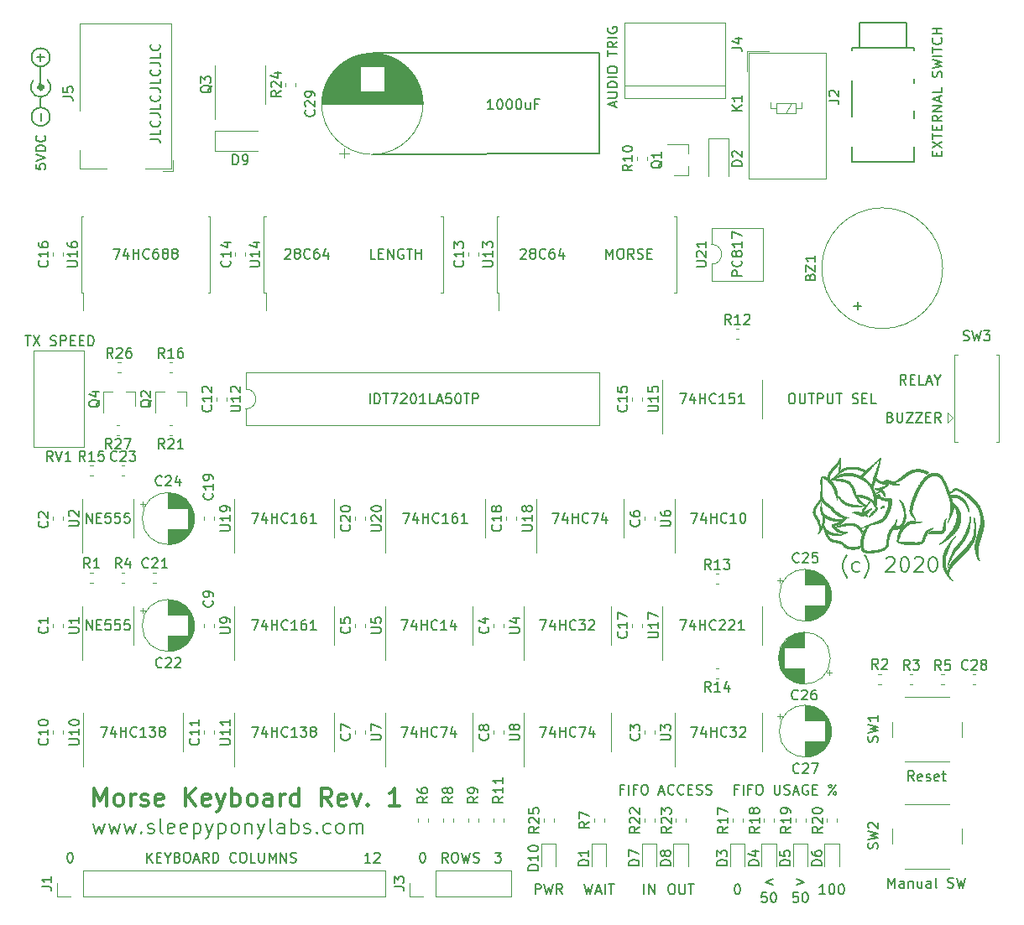
<source format=gbr>
%TF.GenerationSoftware,KiCad,Pcbnew,(5.1.6)-1*%
%TF.CreationDate,2021-01-03T13:05:20+07:00*%
%TF.ProjectId,morse_buffer_prod,6d6f7273-655f-4627-9566-6665725f7072,1*%
%TF.SameCoordinates,Original*%
%TF.FileFunction,Legend,Top*%
%TF.FilePolarity,Positive*%
%FSLAX46Y46*%
G04 Gerber Fmt 4.6, Leading zero omitted, Abs format (unit mm)*
G04 Created by KiCad (PCBNEW (5.1.6)-1) date 2021-01-03 13:05:20*
%MOMM*%
%LPD*%
G01*
G04 APERTURE LIST*
%ADD10C,0.200000*%
%ADD11C,0.150000*%
%ADD12C,0.300000*%
%ADD13C,0.120000*%
%ADD14C,0.500000*%
%ADD15C,0.010000*%
G04 APERTURE END LIST*
D10*
X148241285Y-117074000D02*
X148169857Y-117002571D01*
X148027000Y-116788285D01*
X147955571Y-116645428D01*
X147884142Y-116431142D01*
X147812714Y-116074000D01*
X147812714Y-115788285D01*
X147884142Y-115431142D01*
X147955571Y-115216857D01*
X148027000Y-115074000D01*
X148169857Y-114859714D01*
X148241285Y-114788285D01*
X149455571Y-116431142D02*
X149312714Y-116502571D01*
X149027000Y-116502571D01*
X148884142Y-116431142D01*
X148812714Y-116359714D01*
X148741285Y-116216857D01*
X148741285Y-115788285D01*
X148812714Y-115645428D01*
X148884142Y-115574000D01*
X149027000Y-115502571D01*
X149312714Y-115502571D01*
X149455571Y-115574000D01*
X149955571Y-117074000D02*
X150027000Y-117002571D01*
X150169857Y-116788285D01*
X150241285Y-116645428D01*
X150312714Y-116431142D01*
X150384142Y-116074000D01*
X150384142Y-115788285D01*
X150312714Y-115431142D01*
X150241285Y-115216857D01*
X150169857Y-115074000D01*
X150027000Y-114859714D01*
X149955571Y-114788285D01*
X152169857Y-115145428D02*
X152241285Y-115074000D01*
X152384142Y-115002571D01*
X152741285Y-115002571D01*
X152884142Y-115074000D01*
X152955571Y-115145428D01*
X153027000Y-115288285D01*
X153027000Y-115431142D01*
X152955571Y-115645428D01*
X152098428Y-116502571D01*
X153027000Y-116502571D01*
X153955571Y-115002571D02*
X154098428Y-115002571D01*
X154241285Y-115074000D01*
X154312714Y-115145428D01*
X154384142Y-115288285D01*
X154455571Y-115574000D01*
X154455571Y-115931142D01*
X154384142Y-116216857D01*
X154312714Y-116359714D01*
X154241285Y-116431142D01*
X154098428Y-116502571D01*
X153955571Y-116502571D01*
X153812714Y-116431142D01*
X153741285Y-116359714D01*
X153669857Y-116216857D01*
X153598428Y-115931142D01*
X153598428Y-115574000D01*
X153669857Y-115288285D01*
X153741285Y-115145428D01*
X153812714Y-115074000D01*
X153955571Y-115002571D01*
X155027000Y-115145428D02*
X155098428Y-115074000D01*
X155241285Y-115002571D01*
X155598428Y-115002571D01*
X155741285Y-115074000D01*
X155812714Y-115145428D01*
X155884142Y-115288285D01*
X155884142Y-115431142D01*
X155812714Y-115645428D01*
X154955571Y-116502571D01*
X155884142Y-116502571D01*
X156812714Y-115002571D02*
X156955571Y-115002571D01*
X157098428Y-115074000D01*
X157169857Y-115145428D01*
X157241285Y-115288285D01*
X157312714Y-115574000D01*
X157312714Y-115931142D01*
X157241285Y-116216857D01*
X157169857Y-116359714D01*
X157098428Y-116431142D01*
X156955571Y-116502571D01*
X156812714Y-116502571D01*
X156669857Y-116431142D01*
X156598428Y-116359714D01*
X156527000Y-116216857D01*
X156455571Y-115931142D01*
X156455571Y-115574000D01*
X156527000Y-115288285D01*
X156598428Y-115145428D01*
X156669857Y-115074000D01*
X156812714Y-115002571D01*
D11*
X77938380Y-72818047D02*
X78652666Y-72818047D01*
X78795523Y-72865666D01*
X78890761Y-72960904D01*
X78938380Y-73103761D01*
X78938380Y-73199000D01*
X78938380Y-71865666D02*
X78938380Y-72341857D01*
X77938380Y-72341857D01*
X78843142Y-70960904D02*
X78890761Y-71008523D01*
X78938380Y-71151380D01*
X78938380Y-71246619D01*
X78890761Y-71389476D01*
X78795523Y-71484714D01*
X78700285Y-71532333D01*
X78509809Y-71579952D01*
X78366952Y-71579952D01*
X78176476Y-71532333D01*
X78081238Y-71484714D01*
X77986000Y-71389476D01*
X77938380Y-71246619D01*
X77938380Y-71151380D01*
X77986000Y-71008523D01*
X78033619Y-70960904D01*
X77938380Y-70246619D02*
X78652666Y-70246619D01*
X78795523Y-70294238D01*
X78890761Y-70389476D01*
X78938380Y-70532333D01*
X78938380Y-70627571D01*
X78938380Y-69294238D02*
X78938380Y-69770428D01*
X77938380Y-69770428D01*
X78843142Y-68389476D02*
X78890761Y-68437095D01*
X78938380Y-68579952D01*
X78938380Y-68675190D01*
X78890761Y-68818047D01*
X78795523Y-68913285D01*
X78700285Y-68960904D01*
X78509809Y-69008523D01*
X78366952Y-69008523D01*
X78176476Y-68960904D01*
X78081238Y-68913285D01*
X77986000Y-68818047D01*
X77938380Y-68675190D01*
X77938380Y-68579952D01*
X77986000Y-68437095D01*
X78033619Y-68389476D01*
X77938380Y-67675190D02*
X78652666Y-67675190D01*
X78795523Y-67722809D01*
X78890761Y-67818047D01*
X78938380Y-67960904D01*
X78938380Y-68056142D01*
X78938380Y-66722809D02*
X78938380Y-67199000D01*
X77938380Y-67199000D01*
X78843142Y-65818047D02*
X78890761Y-65865666D01*
X78938380Y-66008523D01*
X78938380Y-66103761D01*
X78890761Y-66246619D01*
X78795523Y-66341857D01*
X78700285Y-66389476D01*
X78509809Y-66437095D01*
X78366952Y-66437095D01*
X78176476Y-66389476D01*
X78081238Y-66341857D01*
X77986000Y-66246619D01*
X77938380Y-66103761D01*
X77938380Y-66008523D01*
X77986000Y-65865666D01*
X78033619Y-65818047D01*
X77938380Y-65103761D02*
X78652666Y-65103761D01*
X78795523Y-65151380D01*
X78890761Y-65246619D01*
X78938380Y-65389476D01*
X78938380Y-65484714D01*
X78938380Y-64151380D02*
X78938380Y-64627571D01*
X77938380Y-64627571D01*
X78843142Y-63246619D02*
X78890761Y-63294238D01*
X78938380Y-63437095D01*
X78938380Y-63532333D01*
X78890761Y-63675190D01*
X78795523Y-63770428D01*
X78700285Y-63818047D01*
X78509809Y-63865666D01*
X78366952Y-63865666D01*
X78176476Y-63818047D01*
X78081238Y-63770428D01*
X77986000Y-63675190D01*
X77938380Y-63532333D01*
X77938380Y-63437095D01*
X77986000Y-63294238D01*
X78033619Y-63246619D01*
X66381380Y-75358476D02*
X66381380Y-75834666D01*
X66857571Y-75882285D01*
X66809952Y-75834666D01*
X66762333Y-75739428D01*
X66762333Y-75501333D01*
X66809952Y-75406095D01*
X66857571Y-75358476D01*
X66952809Y-75310857D01*
X67190904Y-75310857D01*
X67286142Y-75358476D01*
X67333761Y-75406095D01*
X67381380Y-75501333D01*
X67381380Y-75739428D01*
X67333761Y-75834666D01*
X67286142Y-75882285D01*
X66381380Y-75025142D02*
X67381380Y-74691809D01*
X66381380Y-74358476D01*
X67381380Y-74025142D02*
X66381380Y-74025142D01*
X66381380Y-73787047D01*
X66429000Y-73644190D01*
X66524238Y-73548952D01*
X66619476Y-73501333D01*
X66809952Y-73453714D01*
X66952809Y-73453714D01*
X67143285Y-73501333D01*
X67238523Y-73548952D01*
X67333761Y-73644190D01*
X67381380Y-73787047D01*
X67381380Y-74025142D01*
X67286142Y-72453714D02*
X67333761Y-72501333D01*
X67381380Y-72644190D01*
X67381380Y-72739428D01*
X67333761Y-72882285D01*
X67238523Y-72977523D01*
X67143285Y-73025142D01*
X66952809Y-73072761D01*
X66809952Y-73072761D01*
X66619476Y-73025142D01*
X66524238Y-72977523D01*
X66429000Y-72882285D01*
X66381380Y-72739428D01*
X66381380Y-72644190D01*
X66429000Y-72501333D01*
X66476619Y-72453714D01*
X66869428Y-64934952D02*
X66869428Y-64173047D01*
X67250380Y-64554000D02*
X66488476Y-64554000D01*
X66894428Y-70934952D02*
X66894428Y-70173047D01*
X157281571Y-74524380D02*
X157281571Y-74191047D01*
X157805380Y-74048190D02*
X157805380Y-74524380D01*
X156805380Y-74524380D01*
X156805380Y-74048190D01*
X156805380Y-73714857D02*
X157805380Y-73048190D01*
X156805380Y-73048190D02*
X157805380Y-73714857D01*
X156805380Y-72810095D02*
X156805380Y-72238666D01*
X157805380Y-72524380D02*
X156805380Y-72524380D01*
X157281571Y-71905333D02*
X157281571Y-71572000D01*
X157805380Y-71429142D02*
X157805380Y-71905333D01*
X156805380Y-71905333D01*
X156805380Y-71429142D01*
X157805380Y-70429142D02*
X157329190Y-70762476D01*
X157805380Y-71000571D02*
X156805380Y-71000571D01*
X156805380Y-70619619D01*
X156853000Y-70524380D01*
X156900619Y-70476761D01*
X156995857Y-70429142D01*
X157138714Y-70429142D01*
X157233952Y-70476761D01*
X157281571Y-70524380D01*
X157329190Y-70619619D01*
X157329190Y-71000571D01*
X157805380Y-70000571D02*
X156805380Y-70000571D01*
X157805380Y-69429142D01*
X156805380Y-69429142D01*
X157519666Y-69000571D02*
X157519666Y-68524380D01*
X157805380Y-69095809D02*
X156805380Y-68762476D01*
X157805380Y-68429142D01*
X157805380Y-67619619D02*
X157805380Y-68095809D01*
X156805380Y-68095809D01*
X157757761Y-66572000D02*
X157805380Y-66429142D01*
X157805380Y-66191047D01*
X157757761Y-66095809D01*
X157710142Y-66048190D01*
X157614904Y-66000571D01*
X157519666Y-66000571D01*
X157424428Y-66048190D01*
X157376809Y-66095809D01*
X157329190Y-66191047D01*
X157281571Y-66381523D01*
X157233952Y-66476761D01*
X157186333Y-66524380D01*
X157091095Y-66572000D01*
X156995857Y-66572000D01*
X156900619Y-66524380D01*
X156853000Y-66476761D01*
X156805380Y-66381523D01*
X156805380Y-66143428D01*
X156853000Y-66000571D01*
X156805380Y-65667238D02*
X157805380Y-65429142D01*
X157091095Y-65238666D01*
X157805380Y-65048190D01*
X156805380Y-64810095D01*
X157805380Y-64429142D02*
X156805380Y-64429142D01*
X156805380Y-64095809D02*
X156805380Y-63524380D01*
X157805380Y-63810095D02*
X156805380Y-63810095D01*
X157710142Y-62619619D02*
X157757761Y-62667238D01*
X157805380Y-62810095D01*
X157805380Y-62905333D01*
X157757761Y-63048190D01*
X157662523Y-63143428D01*
X157567285Y-63191047D01*
X157376809Y-63238666D01*
X157233952Y-63238666D01*
X157043476Y-63191047D01*
X156948238Y-63143428D01*
X156853000Y-63048190D01*
X156805380Y-62905333D01*
X156805380Y-62810095D01*
X156853000Y-62667238D01*
X156900619Y-62619619D01*
X157805380Y-62191047D02*
X156805380Y-62191047D01*
X157281571Y-62191047D02*
X157281571Y-61619619D01*
X157805380Y-61619619D02*
X156805380Y-61619619D01*
X124753666Y-69555809D02*
X124753666Y-69079619D01*
X125039380Y-69651047D02*
X124039380Y-69317714D01*
X125039380Y-68984380D01*
X124039380Y-68651047D02*
X124848904Y-68651047D01*
X124944142Y-68603428D01*
X124991761Y-68555809D01*
X125039380Y-68460571D01*
X125039380Y-68270095D01*
X124991761Y-68174857D01*
X124944142Y-68127238D01*
X124848904Y-68079619D01*
X124039380Y-68079619D01*
X125039380Y-67603428D02*
X124039380Y-67603428D01*
X124039380Y-67365333D01*
X124087000Y-67222476D01*
X124182238Y-67127238D01*
X124277476Y-67079619D01*
X124467952Y-67032000D01*
X124610809Y-67032000D01*
X124801285Y-67079619D01*
X124896523Y-67127238D01*
X124991761Y-67222476D01*
X125039380Y-67365333D01*
X125039380Y-67603428D01*
X125039380Y-66603428D02*
X124039380Y-66603428D01*
X124039380Y-65936761D02*
X124039380Y-65746285D01*
X124087000Y-65651047D01*
X124182238Y-65555809D01*
X124372714Y-65508190D01*
X124706047Y-65508190D01*
X124896523Y-65555809D01*
X124991761Y-65651047D01*
X125039380Y-65746285D01*
X125039380Y-65936761D01*
X124991761Y-66032000D01*
X124896523Y-66127238D01*
X124706047Y-66174857D01*
X124372714Y-66174857D01*
X124182238Y-66127238D01*
X124087000Y-66032000D01*
X124039380Y-65936761D01*
X124039380Y-64460571D02*
X124039380Y-63889142D01*
X125039380Y-64174857D02*
X124039380Y-64174857D01*
X125039380Y-62984380D02*
X124563190Y-63317714D01*
X125039380Y-63555809D02*
X124039380Y-63555809D01*
X124039380Y-63174857D01*
X124087000Y-63079619D01*
X124134619Y-63032000D01*
X124229857Y-62984380D01*
X124372714Y-62984380D01*
X124467952Y-63032000D01*
X124515571Y-63079619D01*
X124563190Y-63174857D01*
X124563190Y-63555809D01*
X125039380Y-62555809D02*
X124039380Y-62555809D01*
X124087000Y-61555809D02*
X124039380Y-61651047D01*
X124039380Y-61793904D01*
X124087000Y-61936761D01*
X124182238Y-62032000D01*
X124277476Y-62079619D01*
X124467952Y-62127238D01*
X124610809Y-62127238D01*
X124801285Y-62079619D01*
X124896523Y-62032000D01*
X124991761Y-61936761D01*
X125039380Y-61793904D01*
X125039380Y-61698666D01*
X124991761Y-61555809D01*
X124944142Y-61508190D01*
X124610809Y-61508190D01*
X124610809Y-61698666D01*
X132469285Y-132167380D02*
X133135952Y-132167380D01*
X132707380Y-133167380D01*
X133945476Y-132500714D02*
X133945476Y-133167380D01*
X133707380Y-132119761D02*
X133469285Y-132834047D01*
X134088333Y-132834047D01*
X134469285Y-133167380D02*
X134469285Y-132167380D01*
X134469285Y-132643571D02*
X135040714Y-132643571D01*
X135040714Y-133167380D02*
X135040714Y-132167380D01*
X136088333Y-133072142D02*
X136040714Y-133119761D01*
X135897857Y-133167380D01*
X135802619Y-133167380D01*
X135659761Y-133119761D01*
X135564523Y-133024523D01*
X135516904Y-132929285D01*
X135469285Y-132738809D01*
X135469285Y-132595952D01*
X135516904Y-132405476D01*
X135564523Y-132310238D01*
X135659761Y-132215000D01*
X135802619Y-132167380D01*
X135897857Y-132167380D01*
X136040714Y-132215000D01*
X136088333Y-132262619D01*
X136421666Y-132167380D02*
X137040714Y-132167380D01*
X136707380Y-132548333D01*
X136850238Y-132548333D01*
X136945476Y-132595952D01*
X136993095Y-132643571D01*
X137040714Y-132738809D01*
X137040714Y-132976904D01*
X136993095Y-133072142D01*
X136945476Y-133119761D01*
X136850238Y-133167380D01*
X136564523Y-133167380D01*
X136469285Y-133119761D01*
X136421666Y-133072142D01*
X137421666Y-132262619D02*
X137469285Y-132215000D01*
X137564523Y-132167380D01*
X137802619Y-132167380D01*
X137897857Y-132215000D01*
X137945476Y-132262619D01*
X137993095Y-132357857D01*
X137993095Y-132453095D01*
X137945476Y-132595952D01*
X137374047Y-133167380D01*
X137993095Y-133167380D01*
X117229285Y-132167380D02*
X117895952Y-132167380D01*
X117467380Y-133167380D01*
X118705476Y-132500714D02*
X118705476Y-133167380D01*
X118467380Y-132119761D02*
X118229285Y-132834047D01*
X118848333Y-132834047D01*
X119229285Y-133167380D02*
X119229285Y-132167380D01*
X119229285Y-132643571D02*
X119800714Y-132643571D01*
X119800714Y-133167380D02*
X119800714Y-132167380D01*
X120848333Y-133072142D02*
X120800714Y-133119761D01*
X120657857Y-133167380D01*
X120562619Y-133167380D01*
X120419761Y-133119761D01*
X120324523Y-133024523D01*
X120276904Y-132929285D01*
X120229285Y-132738809D01*
X120229285Y-132595952D01*
X120276904Y-132405476D01*
X120324523Y-132310238D01*
X120419761Y-132215000D01*
X120562619Y-132167380D01*
X120657857Y-132167380D01*
X120800714Y-132215000D01*
X120848333Y-132262619D01*
X121181666Y-132167380D02*
X121848333Y-132167380D01*
X121419761Y-133167380D01*
X122657857Y-132500714D02*
X122657857Y-133167380D01*
X122419761Y-132119761D02*
X122181666Y-132834047D01*
X122800714Y-132834047D01*
X103259285Y-132167380D02*
X103925952Y-132167380D01*
X103497380Y-133167380D01*
X104735476Y-132500714D02*
X104735476Y-133167380D01*
X104497380Y-132119761D02*
X104259285Y-132834047D01*
X104878333Y-132834047D01*
X105259285Y-133167380D02*
X105259285Y-132167380D01*
X105259285Y-132643571D02*
X105830714Y-132643571D01*
X105830714Y-133167380D02*
X105830714Y-132167380D01*
X106878333Y-133072142D02*
X106830714Y-133119761D01*
X106687857Y-133167380D01*
X106592619Y-133167380D01*
X106449761Y-133119761D01*
X106354523Y-133024523D01*
X106306904Y-132929285D01*
X106259285Y-132738809D01*
X106259285Y-132595952D01*
X106306904Y-132405476D01*
X106354523Y-132310238D01*
X106449761Y-132215000D01*
X106592619Y-132167380D01*
X106687857Y-132167380D01*
X106830714Y-132215000D01*
X106878333Y-132262619D01*
X107211666Y-132167380D02*
X107878333Y-132167380D01*
X107449761Y-133167380D01*
X108687857Y-132500714D02*
X108687857Y-133167380D01*
X108449761Y-132119761D02*
X108211666Y-132834047D01*
X108830714Y-132834047D01*
X88178095Y-132167380D02*
X88844761Y-132167380D01*
X88416190Y-133167380D01*
X89654285Y-132500714D02*
X89654285Y-133167380D01*
X89416190Y-132119761D02*
X89178095Y-132834047D01*
X89797142Y-132834047D01*
X90178095Y-133167380D02*
X90178095Y-132167380D01*
X90178095Y-132643571D02*
X90749523Y-132643571D01*
X90749523Y-133167380D02*
X90749523Y-132167380D01*
X91797142Y-133072142D02*
X91749523Y-133119761D01*
X91606666Y-133167380D01*
X91511428Y-133167380D01*
X91368571Y-133119761D01*
X91273333Y-133024523D01*
X91225714Y-132929285D01*
X91178095Y-132738809D01*
X91178095Y-132595952D01*
X91225714Y-132405476D01*
X91273333Y-132310238D01*
X91368571Y-132215000D01*
X91511428Y-132167380D01*
X91606666Y-132167380D01*
X91749523Y-132215000D01*
X91797142Y-132262619D01*
X92749523Y-133167380D02*
X92178095Y-133167380D01*
X92463809Y-133167380D02*
X92463809Y-132167380D01*
X92368571Y-132310238D01*
X92273333Y-132405476D01*
X92178095Y-132453095D01*
X93082857Y-132167380D02*
X93701904Y-132167380D01*
X93368571Y-132548333D01*
X93511428Y-132548333D01*
X93606666Y-132595952D01*
X93654285Y-132643571D01*
X93701904Y-132738809D01*
X93701904Y-132976904D01*
X93654285Y-133072142D01*
X93606666Y-133119761D01*
X93511428Y-133167380D01*
X93225714Y-133167380D01*
X93130476Y-133119761D01*
X93082857Y-133072142D01*
X94273333Y-132595952D02*
X94178095Y-132548333D01*
X94130476Y-132500714D01*
X94082857Y-132405476D01*
X94082857Y-132357857D01*
X94130476Y-132262619D01*
X94178095Y-132215000D01*
X94273333Y-132167380D01*
X94463809Y-132167380D01*
X94559047Y-132215000D01*
X94606666Y-132262619D01*
X94654285Y-132357857D01*
X94654285Y-132405476D01*
X94606666Y-132500714D01*
X94559047Y-132548333D01*
X94463809Y-132595952D01*
X94273333Y-132595952D01*
X94178095Y-132643571D01*
X94130476Y-132691190D01*
X94082857Y-132786428D01*
X94082857Y-132976904D01*
X94130476Y-133072142D01*
X94178095Y-133119761D01*
X94273333Y-133167380D01*
X94463809Y-133167380D01*
X94559047Y-133119761D01*
X94606666Y-133072142D01*
X94654285Y-132976904D01*
X94654285Y-132786428D01*
X94606666Y-132691190D01*
X94559047Y-132643571D01*
X94463809Y-132595952D01*
X72938095Y-132167380D02*
X73604761Y-132167380D01*
X73176190Y-133167380D01*
X74414285Y-132500714D02*
X74414285Y-133167380D01*
X74176190Y-132119761D02*
X73938095Y-132834047D01*
X74557142Y-132834047D01*
X74938095Y-133167380D02*
X74938095Y-132167380D01*
X74938095Y-132643571D02*
X75509523Y-132643571D01*
X75509523Y-133167380D02*
X75509523Y-132167380D01*
X76557142Y-133072142D02*
X76509523Y-133119761D01*
X76366666Y-133167380D01*
X76271428Y-133167380D01*
X76128571Y-133119761D01*
X76033333Y-133024523D01*
X75985714Y-132929285D01*
X75938095Y-132738809D01*
X75938095Y-132595952D01*
X75985714Y-132405476D01*
X76033333Y-132310238D01*
X76128571Y-132215000D01*
X76271428Y-132167380D01*
X76366666Y-132167380D01*
X76509523Y-132215000D01*
X76557142Y-132262619D01*
X77509523Y-133167380D02*
X76938095Y-133167380D01*
X77223809Y-133167380D02*
X77223809Y-132167380D01*
X77128571Y-132310238D01*
X77033333Y-132405476D01*
X76938095Y-132453095D01*
X77842857Y-132167380D02*
X78461904Y-132167380D01*
X78128571Y-132548333D01*
X78271428Y-132548333D01*
X78366666Y-132595952D01*
X78414285Y-132643571D01*
X78461904Y-132738809D01*
X78461904Y-132976904D01*
X78414285Y-133072142D01*
X78366666Y-133119761D01*
X78271428Y-133167380D01*
X77985714Y-133167380D01*
X77890476Y-133119761D01*
X77842857Y-133072142D01*
X79033333Y-132595952D02*
X78938095Y-132548333D01*
X78890476Y-132500714D01*
X78842857Y-132405476D01*
X78842857Y-132357857D01*
X78890476Y-132262619D01*
X78938095Y-132215000D01*
X79033333Y-132167380D01*
X79223809Y-132167380D01*
X79319047Y-132215000D01*
X79366666Y-132262619D01*
X79414285Y-132357857D01*
X79414285Y-132405476D01*
X79366666Y-132500714D01*
X79319047Y-132548333D01*
X79223809Y-132595952D01*
X79033333Y-132595952D01*
X78938095Y-132643571D01*
X78890476Y-132691190D01*
X78842857Y-132786428D01*
X78842857Y-132976904D01*
X78890476Y-133072142D01*
X78938095Y-133119761D01*
X79033333Y-133167380D01*
X79223809Y-133167380D01*
X79319047Y-133119761D01*
X79366666Y-133072142D01*
X79414285Y-132976904D01*
X79414285Y-132786428D01*
X79366666Y-132691190D01*
X79319047Y-132643571D01*
X79223809Y-132595952D01*
X71493333Y-122372380D02*
X71493333Y-121372380D01*
X72064761Y-122372380D01*
X72064761Y-121372380D01*
X72540952Y-121848571D02*
X72874285Y-121848571D01*
X73017142Y-122372380D02*
X72540952Y-122372380D01*
X72540952Y-121372380D01*
X73017142Y-121372380D01*
X73921904Y-121372380D02*
X73445714Y-121372380D01*
X73398095Y-121848571D01*
X73445714Y-121800952D01*
X73540952Y-121753333D01*
X73779047Y-121753333D01*
X73874285Y-121800952D01*
X73921904Y-121848571D01*
X73969523Y-121943809D01*
X73969523Y-122181904D01*
X73921904Y-122277142D01*
X73874285Y-122324761D01*
X73779047Y-122372380D01*
X73540952Y-122372380D01*
X73445714Y-122324761D01*
X73398095Y-122277142D01*
X74874285Y-121372380D02*
X74398095Y-121372380D01*
X74350476Y-121848571D01*
X74398095Y-121800952D01*
X74493333Y-121753333D01*
X74731428Y-121753333D01*
X74826666Y-121800952D01*
X74874285Y-121848571D01*
X74921904Y-121943809D01*
X74921904Y-122181904D01*
X74874285Y-122277142D01*
X74826666Y-122324761D01*
X74731428Y-122372380D01*
X74493333Y-122372380D01*
X74398095Y-122324761D01*
X74350476Y-122277142D01*
X75826666Y-121372380D02*
X75350476Y-121372380D01*
X75302857Y-121848571D01*
X75350476Y-121800952D01*
X75445714Y-121753333D01*
X75683809Y-121753333D01*
X75779047Y-121800952D01*
X75826666Y-121848571D01*
X75874285Y-121943809D01*
X75874285Y-122181904D01*
X75826666Y-122277142D01*
X75779047Y-122324761D01*
X75683809Y-122372380D01*
X75445714Y-122372380D01*
X75350476Y-122324761D01*
X75302857Y-122277142D01*
X71493333Y-111577380D02*
X71493333Y-110577380D01*
X72064761Y-111577380D01*
X72064761Y-110577380D01*
X72540952Y-111053571D02*
X72874285Y-111053571D01*
X73017142Y-111577380D02*
X72540952Y-111577380D01*
X72540952Y-110577380D01*
X73017142Y-110577380D01*
X73921904Y-110577380D02*
X73445714Y-110577380D01*
X73398095Y-111053571D01*
X73445714Y-111005952D01*
X73540952Y-110958333D01*
X73779047Y-110958333D01*
X73874285Y-111005952D01*
X73921904Y-111053571D01*
X73969523Y-111148809D01*
X73969523Y-111386904D01*
X73921904Y-111482142D01*
X73874285Y-111529761D01*
X73779047Y-111577380D01*
X73540952Y-111577380D01*
X73445714Y-111529761D01*
X73398095Y-111482142D01*
X74874285Y-110577380D02*
X74398095Y-110577380D01*
X74350476Y-111053571D01*
X74398095Y-111005952D01*
X74493333Y-110958333D01*
X74731428Y-110958333D01*
X74826666Y-111005952D01*
X74874285Y-111053571D01*
X74921904Y-111148809D01*
X74921904Y-111386904D01*
X74874285Y-111482142D01*
X74826666Y-111529761D01*
X74731428Y-111577380D01*
X74493333Y-111577380D01*
X74398095Y-111529761D01*
X74350476Y-111482142D01*
X75826666Y-110577380D02*
X75350476Y-110577380D01*
X75302857Y-111053571D01*
X75350476Y-111005952D01*
X75445714Y-110958333D01*
X75683809Y-110958333D01*
X75779047Y-111005952D01*
X75826666Y-111053571D01*
X75874285Y-111148809D01*
X75874285Y-111386904D01*
X75826666Y-111482142D01*
X75779047Y-111529761D01*
X75683809Y-111577380D01*
X75445714Y-111577380D01*
X75350476Y-111529761D01*
X75302857Y-111482142D01*
X131358095Y-121372380D02*
X132024761Y-121372380D01*
X131596190Y-122372380D01*
X132834285Y-121705714D02*
X132834285Y-122372380D01*
X132596190Y-121324761D02*
X132358095Y-122039047D01*
X132977142Y-122039047D01*
X133358095Y-122372380D02*
X133358095Y-121372380D01*
X133358095Y-121848571D02*
X133929523Y-121848571D01*
X133929523Y-122372380D02*
X133929523Y-121372380D01*
X134977142Y-122277142D02*
X134929523Y-122324761D01*
X134786666Y-122372380D01*
X134691428Y-122372380D01*
X134548571Y-122324761D01*
X134453333Y-122229523D01*
X134405714Y-122134285D01*
X134358095Y-121943809D01*
X134358095Y-121800952D01*
X134405714Y-121610476D01*
X134453333Y-121515238D01*
X134548571Y-121420000D01*
X134691428Y-121372380D01*
X134786666Y-121372380D01*
X134929523Y-121420000D01*
X134977142Y-121467619D01*
X135358095Y-121467619D02*
X135405714Y-121420000D01*
X135500952Y-121372380D01*
X135739047Y-121372380D01*
X135834285Y-121420000D01*
X135881904Y-121467619D01*
X135929523Y-121562857D01*
X135929523Y-121658095D01*
X135881904Y-121800952D01*
X135310476Y-122372380D01*
X135929523Y-122372380D01*
X136310476Y-121467619D02*
X136358095Y-121420000D01*
X136453333Y-121372380D01*
X136691428Y-121372380D01*
X136786666Y-121420000D01*
X136834285Y-121467619D01*
X136881904Y-121562857D01*
X136881904Y-121658095D01*
X136834285Y-121800952D01*
X136262857Y-122372380D01*
X136881904Y-122372380D01*
X137834285Y-122372380D02*
X137262857Y-122372380D01*
X137548571Y-122372380D02*
X137548571Y-121372380D01*
X137453333Y-121515238D01*
X137358095Y-121610476D01*
X137262857Y-121658095D01*
X117229285Y-121372380D02*
X117895952Y-121372380D01*
X117467380Y-122372380D01*
X118705476Y-121705714D02*
X118705476Y-122372380D01*
X118467380Y-121324761D02*
X118229285Y-122039047D01*
X118848333Y-122039047D01*
X119229285Y-122372380D02*
X119229285Y-121372380D01*
X119229285Y-121848571D02*
X119800714Y-121848571D01*
X119800714Y-122372380D02*
X119800714Y-121372380D01*
X120848333Y-122277142D02*
X120800714Y-122324761D01*
X120657857Y-122372380D01*
X120562619Y-122372380D01*
X120419761Y-122324761D01*
X120324523Y-122229523D01*
X120276904Y-122134285D01*
X120229285Y-121943809D01*
X120229285Y-121800952D01*
X120276904Y-121610476D01*
X120324523Y-121515238D01*
X120419761Y-121420000D01*
X120562619Y-121372380D01*
X120657857Y-121372380D01*
X120800714Y-121420000D01*
X120848333Y-121467619D01*
X121181666Y-121372380D02*
X121800714Y-121372380D01*
X121467380Y-121753333D01*
X121610238Y-121753333D01*
X121705476Y-121800952D01*
X121753095Y-121848571D01*
X121800714Y-121943809D01*
X121800714Y-122181904D01*
X121753095Y-122277142D01*
X121705476Y-122324761D01*
X121610238Y-122372380D01*
X121324523Y-122372380D01*
X121229285Y-122324761D01*
X121181666Y-122277142D01*
X122181666Y-121467619D02*
X122229285Y-121420000D01*
X122324523Y-121372380D01*
X122562619Y-121372380D01*
X122657857Y-121420000D01*
X122705476Y-121467619D01*
X122753095Y-121562857D01*
X122753095Y-121658095D01*
X122705476Y-121800952D01*
X122134047Y-122372380D01*
X122753095Y-122372380D01*
X103259285Y-121372380D02*
X103925952Y-121372380D01*
X103497380Y-122372380D01*
X104735476Y-121705714D02*
X104735476Y-122372380D01*
X104497380Y-121324761D02*
X104259285Y-122039047D01*
X104878333Y-122039047D01*
X105259285Y-122372380D02*
X105259285Y-121372380D01*
X105259285Y-121848571D02*
X105830714Y-121848571D01*
X105830714Y-122372380D02*
X105830714Y-121372380D01*
X106878333Y-122277142D02*
X106830714Y-122324761D01*
X106687857Y-122372380D01*
X106592619Y-122372380D01*
X106449761Y-122324761D01*
X106354523Y-122229523D01*
X106306904Y-122134285D01*
X106259285Y-121943809D01*
X106259285Y-121800952D01*
X106306904Y-121610476D01*
X106354523Y-121515238D01*
X106449761Y-121420000D01*
X106592619Y-121372380D01*
X106687857Y-121372380D01*
X106830714Y-121420000D01*
X106878333Y-121467619D01*
X107830714Y-122372380D02*
X107259285Y-122372380D01*
X107545000Y-122372380D02*
X107545000Y-121372380D01*
X107449761Y-121515238D01*
X107354523Y-121610476D01*
X107259285Y-121658095D01*
X108687857Y-121705714D02*
X108687857Y-122372380D01*
X108449761Y-121324761D02*
X108211666Y-122039047D01*
X108830714Y-122039047D01*
X88178095Y-121372380D02*
X88844761Y-121372380D01*
X88416190Y-122372380D01*
X89654285Y-121705714D02*
X89654285Y-122372380D01*
X89416190Y-121324761D02*
X89178095Y-122039047D01*
X89797142Y-122039047D01*
X90178095Y-122372380D02*
X90178095Y-121372380D01*
X90178095Y-121848571D02*
X90749523Y-121848571D01*
X90749523Y-122372380D02*
X90749523Y-121372380D01*
X91797142Y-122277142D02*
X91749523Y-122324761D01*
X91606666Y-122372380D01*
X91511428Y-122372380D01*
X91368571Y-122324761D01*
X91273333Y-122229523D01*
X91225714Y-122134285D01*
X91178095Y-121943809D01*
X91178095Y-121800952D01*
X91225714Y-121610476D01*
X91273333Y-121515238D01*
X91368571Y-121420000D01*
X91511428Y-121372380D01*
X91606666Y-121372380D01*
X91749523Y-121420000D01*
X91797142Y-121467619D01*
X92749523Y-122372380D02*
X92178095Y-122372380D01*
X92463809Y-122372380D02*
X92463809Y-121372380D01*
X92368571Y-121515238D01*
X92273333Y-121610476D01*
X92178095Y-121658095D01*
X93606666Y-121372380D02*
X93416190Y-121372380D01*
X93320952Y-121420000D01*
X93273333Y-121467619D01*
X93178095Y-121610476D01*
X93130476Y-121800952D01*
X93130476Y-122181904D01*
X93178095Y-122277142D01*
X93225714Y-122324761D01*
X93320952Y-122372380D01*
X93511428Y-122372380D01*
X93606666Y-122324761D01*
X93654285Y-122277142D01*
X93701904Y-122181904D01*
X93701904Y-121943809D01*
X93654285Y-121848571D01*
X93606666Y-121800952D01*
X93511428Y-121753333D01*
X93320952Y-121753333D01*
X93225714Y-121800952D01*
X93178095Y-121848571D01*
X93130476Y-121943809D01*
X94654285Y-122372380D02*
X94082857Y-122372380D01*
X94368571Y-122372380D02*
X94368571Y-121372380D01*
X94273333Y-121515238D01*
X94178095Y-121610476D01*
X94082857Y-121658095D01*
X132469285Y-110577380D02*
X133135952Y-110577380D01*
X132707380Y-111577380D01*
X133945476Y-110910714D02*
X133945476Y-111577380D01*
X133707380Y-110529761D02*
X133469285Y-111244047D01*
X134088333Y-111244047D01*
X134469285Y-111577380D02*
X134469285Y-110577380D01*
X134469285Y-111053571D02*
X135040714Y-111053571D01*
X135040714Y-111577380D02*
X135040714Y-110577380D01*
X136088333Y-111482142D02*
X136040714Y-111529761D01*
X135897857Y-111577380D01*
X135802619Y-111577380D01*
X135659761Y-111529761D01*
X135564523Y-111434523D01*
X135516904Y-111339285D01*
X135469285Y-111148809D01*
X135469285Y-111005952D01*
X135516904Y-110815476D01*
X135564523Y-110720238D01*
X135659761Y-110625000D01*
X135802619Y-110577380D01*
X135897857Y-110577380D01*
X136040714Y-110625000D01*
X136088333Y-110672619D01*
X137040714Y-111577380D02*
X136469285Y-111577380D01*
X136755000Y-111577380D02*
X136755000Y-110577380D01*
X136659761Y-110720238D01*
X136564523Y-110815476D01*
X136469285Y-110863095D01*
X137659761Y-110577380D02*
X137755000Y-110577380D01*
X137850238Y-110625000D01*
X137897857Y-110672619D01*
X137945476Y-110767857D01*
X137993095Y-110958333D01*
X137993095Y-111196428D01*
X137945476Y-111386904D01*
X137897857Y-111482142D01*
X137850238Y-111529761D01*
X137755000Y-111577380D01*
X137659761Y-111577380D01*
X137564523Y-111529761D01*
X137516904Y-111482142D01*
X137469285Y-111386904D01*
X137421666Y-111196428D01*
X137421666Y-110958333D01*
X137469285Y-110767857D01*
X137516904Y-110672619D01*
X137564523Y-110625000D01*
X137659761Y-110577380D01*
X118499285Y-110577380D02*
X119165952Y-110577380D01*
X118737380Y-111577380D01*
X119975476Y-110910714D02*
X119975476Y-111577380D01*
X119737380Y-110529761D02*
X119499285Y-111244047D01*
X120118333Y-111244047D01*
X120499285Y-111577380D02*
X120499285Y-110577380D01*
X120499285Y-111053571D02*
X121070714Y-111053571D01*
X121070714Y-111577380D02*
X121070714Y-110577380D01*
X122118333Y-111482142D02*
X122070714Y-111529761D01*
X121927857Y-111577380D01*
X121832619Y-111577380D01*
X121689761Y-111529761D01*
X121594523Y-111434523D01*
X121546904Y-111339285D01*
X121499285Y-111148809D01*
X121499285Y-111005952D01*
X121546904Y-110815476D01*
X121594523Y-110720238D01*
X121689761Y-110625000D01*
X121832619Y-110577380D01*
X121927857Y-110577380D01*
X122070714Y-110625000D01*
X122118333Y-110672619D01*
X122451666Y-110577380D02*
X123118333Y-110577380D01*
X122689761Y-111577380D01*
X123927857Y-110910714D02*
X123927857Y-111577380D01*
X123689761Y-110529761D02*
X123451666Y-111244047D01*
X124070714Y-111244047D01*
X103418095Y-110577380D02*
X104084761Y-110577380D01*
X103656190Y-111577380D01*
X104894285Y-110910714D02*
X104894285Y-111577380D01*
X104656190Y-110529761D02*
X104418095Y-111244047D01*
X105037142Y-111244047D01*
X105418095Y-111577380D02*
X105418095Y-110577380D01*
X105418095Y-111053571D02*
X105989523Y-111053571D01*
X105989523Y-111577380D02*
X105989523Y-110577380D01*
X107037142Y-111482142D02*
X106989523Y-111529761D01*
X106846666Y-111577380D01*
X106751428Y-111577380D01*
X106608571Y-111529761D01*
X106513333Y-111434523D01*
X106465714Y-111339285D01*
X106418095Y-111148809D01*
X106418095Y-111005952D01*
X106465714Y-110815476D01*
X106513333Y-110720238D01*
X106608571Y-110625000D01*
X106751428Y-110577380D01*
X106846666Y-110577380D01*
X106989523Y-110625000D01*
X107037142Y-110672619D01*
X107989523Y-111577380D02*
X107418095Y-111577380D01*
X107703809Y-111577380D02*
X107703809Y-110577380D01*
X107608571Y-110720238D01*
X107513333Y-110815476D01*
X107418095Y-110863095D01*
X108846666Y-110577380D02*
X108656190Y-110577380D01*
X108560952Y-110625000D01*
X108513333Y-110672619D01*
X108418095Y-110815476D01*
X108370476Y-111005952D01*
X108370476Y-111386904D01*
X108418095Y-111482142D01*
X108465714Y-111529761D01*
X108560952Y-111577380D01*
X108751428Y-111577380D01*
X108846666Y-111529761D01*
X108894285Y-111482142D01*
X108941904Y-111386904D01*
X108941904Y-111148809D01*
X108894285Y-111053571D01*
X108846666Y-111005952D01*
X108751428Y-110958333D01*
X108560952Y-110958333D01*
X108465714Y-111005952D01*
X108418095Y-111053571D01*
X108370476Y-111148809D01*
X109894285Y-111577380D02*
X109322857Y-111577380D01*
X109608571Y-111577380D02*
X109608571Y-110577380D01*
X109513333Y-110720238D01*
X109418095Y-110815476D01*
X109322857Y-110863095D01*
X88178095Y-110577380D02*
X88844761Y-110577380D01*
X88416190Y-111577380D01*
X89654285Y-110910714D02*
X89654285Y-111577380D01*
X89416190Y-110529761D02*
X89178095Y-111244047D01*
X89797142Y-111244047D01*
X90178095Y-111577380D02*
X90178095Y-110577380D01*
X90178095Y-111053571D02*
X90749523Y-111053571D01*
X90749523Y-111577380D02*
X90749523Y-110577380D01*
X91797142Y-111482142D02*
X91749523Y-111529761D01*
X91606666Y-111577380D01*
X91511428Y-111577380D01*
X91368571Y-111529761D01*
X91273333Y-111434523D01*
X91225714Y-111339285D01*
X91178095Y-111148809D01*
X91178095Y-111005952D01*
X91225714Y-110815476D01*
X91273333Y-110720238D01*
X91368571Y-110625000D01*
X91511428Y-110577380D01*
X91606666Y-110577380D01*
X91749523Y-110625000D01*
X91797142Y-110672619D01*
X92749523Y-111577380D02*
X92178095Y-111577380D01*
X92463809Y-111577380D02*
X92463809Y-110577380D01*
X92368571Y-110720238D01*
X92273333Y-110815476D01*
X92178095Y-110863095D01*
X93606666Y-110577380D02*
X93416190Y-110577380D01*
X93320952Y-110625000D01*
X93273333Y-110672619D01*
X93178095Y-110815476D01*
X93130476Y-111005952D01*
X93130476Y-111386904D01*
X93178095Y-111482142D01*
X93225714Y-111529761D01*
X93320952Y-111577380D01*
X93511428Y-111577380D01*
X93606666Y-111529761D01*
X93654285Y-111482142D01*
X93701904Y-111386904D01*
X93701904Y-111148809D01*
X93654285Y-111053571D01*
X93606666Y-111005952D01*
X93511428Y-110958333D01*
X93320952Y-110958333D01*
X93225714Y-111005952D01*
X93178095Y-111053571D01*
X93130476Y-111148809D01*
X94654285Y-111577380D02*
X94082857Y-111577380D01*
X94368571Y-111577380D02*
X94368571Y-110577380D01*
X94273333Y-110720238D01*
X94178095Y-110815476D01*
X94082857Y-110863095D01*
X131358095Y-98512380D02*
X132024761Y-98512380D01*
X131596190Y-99512380D01*
X132834285Y-98845714D02*
X132834285Y-99512380D01*
X132596190Y-98464761D02*
X132358095Y-99179047D01*
X132977142Y-99179047D01*
X133358095Y-99512380D02*
X133358095Y-98512380D01*
X133358095Y-98988571D02*
X133929523Y-98988571D01*
X133929523Y-99512380D02*
X133929523Y-98512380D01*
X134977142Y-99417142D02*
X134929523Y-99464761D01*
X134786666Y-99512380D01*
X134691428Y-99512380D01*
X134548571Y-99464761D01*
X134453333Y-99369523D01*
X134405714Y-99274285D01*
X134358095Y-99083809D01*
X134358095Y-98940952D01*
X134405714Y-98750476D01*
X134453333Y-98655238D01*
X134548571Y-98560000D01*
X134691428Y-98512380D01*
X134786666Y-98512380D01*
X134929523Y-98560000D01*
X134977142Y-98607619D01*
X135929523Y-99512380D02*
X135358095Y-99512380D01*
X135643809Y-99512380D02*
X135643809Y-98512380D01*
X135548571Y-98655238D01*
X135453333Y-98750476D01*
X135358095Y-98798095D01*
X136834285Y-98512380D02*
X136358095Y-98512380D01*
X136310476Y-98988571D01*
X136358095Y-98940952D01*
X136453333Y-98893333D01*
X136691428Y-98893333D01*
X136786666Y-98940952D01*
X136834285Y-98988571D01*
X136881904Y-99083809D01*
X136881904Y-99321904D01*
X136834285Y-99417142D01*
X136786666Y-99464761D01*
X136691428Y-99512380D01*
X136453333Y-99512380D01*
X136358095Y-99464761D01*
X136310476Y-99417142D01*
X137834285Y-99512380D02*
X137262857Y-99512380D01*
X137548571Y-99512380D02*
X137548571Y-98512380D01*
X137453333Y-98655238D01*
X137358095Y-98750476D01*
X137262857Y-98798095D01*
X100084619Y-99512380D02*
X100084619Y-98512380D01*
X100560809Y-99512380D02*
X100560809Y-98512380D01*
X100798904Y-98512380D01*
X100941761Y-98560000D01*
X101037000Y-98655238D01*
X101084619Y-98750476D01*
X101132238Y-98940952D01*
X101132238Y-99083809D01*
X101084619Y-99274285D01*
X101037000Y-99369523D01*
X100941761Y-99464761D01*
X100798904Y-99512380D01*
X100560809Y-99512380D01*
X101417952Y-98512380D02*
X101989380Y-98512380D01*
X101703666Y-99512380D02*
X101703666Y-98512380D01*
X102227476Y-98512380D02*
X102894142Y-98512380D01*
X102465571Y-99512380D01*
X103227476Y-98607619D02*
X103275095Y-98560000D01*
X103370333Y-98512380D01*
X103608428Y-98512380D01*
X103703666Y-98560000D01*
X103751285Y-98607619D01*
X103798904Y-98702857D01*
X103798904Y-98798095D01*
X103751285Y-98940952D01*
X103179857Y-99512380D01*
X103798904Y-99512380D01*
X104417952Y-98512380D02*
X104513190Y-98512380D01*
X104608428Y-98560000D01*
X104656047Y-98607619D01*
X104703666Y-98702857D01*
X104751285Y-98893333D01*
X104751285Y-99131428D01*
X104703666Y-99321904D01*
X104656047Y-99417142D01*
X104608428Y-99464761D01*
X104513190Y-99512380D01*
X104417952Y-99512380D01*
X104322714Y-99464761D01*
X104275095Y-99417142D01*
X104227476Y-99321904D01*
X104179857Y-99131428D01*
X104179857Y-98893333D01*
X104227476Y-98702857D01*
X104275095Y-98607619D01*
X104322714Y-98560000D01*
X104417952Y-98512380D01*
X105703666Y-99512380D02*
X105132238Y-99512380D01*
X105417952Y-99512380D02*
X105417952Y-98512380D01*
X105322714Y-98655238D01*
X105227476Y-98750476D01*
X105132238Y-98798095D01*
X106608428Y-99512380D02*
X106132238Y-99512380D01*
X106132238Y-98512380D01*
X106894142Y-99226666D02*
X107370333Y-99226666D01*
X106798904Y-99512380D02*
X107132238Y-98512380D01*
X107465571Y-99512380D01*
X108275095Y-98512380D02*
X107798904Y-98512380D01*
X107751285Y-98988571D01*
X107798904Y-98940952D01*
X107894142Y-98893333D01*
X108132238Y-98893333D01*
X108227476Y-98940952D01*
X108275095Y-98988571D01*
X108322714Y-99083809D01*
X108322714Y-99321904D01*
X108275095Y-99417142D01*
X108227476Y-99464761D01*
X108132238Y-99512380D01*
X107894142Y-99512380D01*
X107798904Y-99464761D01*
X107751285Y-99417142D01*
X108941761Y-98512380D02*
X109037000Y-98512380D01*
X109132238Y-98560000D01*
X109179857Y-98607619D01*
X109227476Y-98702857D01*
X109275095Y-98893333D01*
X109275095Y-99131428D01*
X109227476Y-99321904D01*
X109179857Y-99417142D01*
X109132238Y-99464761D01*
X109037000Y-99512380D01*
X108941761Y-99512380D01*
X108846523Y-99464761D01*
X108798904Y-99417142D01*
X108751285Y-99321904D01*
X108703666Y-99131428D01*
X108703666Y-98893333D01*
X108751285Y-98702857D01*
X108798904Y-98607619D01*
X108846523Y-98560000D01*
X108941761Y-98512380D01*
X109560809Y-98512380D02*
X110132238Y-98512380D01*
X109846523Y-99512380D02*
X109846523Y-98512380D01*
X110465571Y-99512380D02*
X110465571Y-98512380D01*
X110846523Y-98512380D01*
X110941761Y-98560000D01*
X110989380Y-98607619D01*
X111037000Y-98702857D01*
X111037000Y-98845714D01*
X110989380Y-98940952D01*
X110941761Y-98988571D01*
X110846523Y-99036190D01*
X110465571Y-99036190D01*
X137612380Y-86645476D02*
X136612380Y-86645476D01*
X136612380Y-86264523D01*
X136660000Y-86169285D01*
X136707619Y-86121666D01*
X136802857Y-86074047D01*
X136945714Y-86074047D01*
X137040952Y-86121666D01*
X137088571Y-86169285D01*
X137136190Y-86264523D01*
X137136190Y-86645476D01*
X137517142Y-85074047D02*
X137564761Y-85121666D01*
X137612380Y-85264523D01*
X137612380Y-85359761D01*
X137564761Y-85502619D01*
X137469523Y-85597857D01*
X137374285Y-85645476D01*
X137183809Y-85693095D01*
X137040952Y-85693095D01*
X136850476Y-85645476D01*
X136755238Y-85597857D01*
X136660000Y-85502619D01*
X136612380Y-85359761D01*
X136612380Y-85264523D01*
X136660000Y-85121666D01*
X136707619Y-85074047D01*
X137040952Y-84502619D02*
X136993333Y-84597857D01*
X136945714Y-84645476D01*
X136850476Y-84693095D01*
X136802857Y-84693095D01*
X136707619Y-84645476D01*
X136660000Y-84597857D01*
X136612380Y-84502619D01*
X136612380Y-84312142D01*
X136660000Y-84216904D01*
X136707619Y-84169285D01*
X136802857Y-84121666D01*
X136850476Y-84121666D01*
X136945714Y-84169285D01*
X136993333Y-84216904D01*
X137040952Y-84312142D01*
X137040952Y-84502619D01*
X137088571Y-84597857D01*
X137136190Y-84645476D01*
X137231428Y-84693095D01*
X137421904Y-84693095D01*
X137517142Y-84645476D01*
X137564761Y-84597857D01*
X137612380Y-84502619D01*
X137612380Y-84312142D01*
X137564761Y-84216904D01*
X137517142Y-84169285D01*
X137421904Y-84121666D01*
X137231428Y-84121666D01*
X137136190Y-84169285D01*
X137088571Y-84216904D01*
X137040952Y-84312142D01*
X137612380Y-83169285D02*
X137612380Y-83740714D01*
X137612380Y-83455000D02*
X136612380Y-83455000D01*
X136755238Y-83550238D01*
X136850476Y-83645476D01*
X136898095Y-83740714D01*
X136612380Y-82835952D02*
X136612380Y-82169285D01*
X137612380Y-82597857D01*
X115277142Y-84002619D02*
X115324761Y-83955000D01*
X115420000Y-83907380D01*
X115658095Y-83907380D01*
X115753333Y-83955000D01*
X115800952Y-84002619D01*
X115848571Y-84097857D01*
X115848571Y-84193095D01*
X115800952Y-84335952D01*
X115229523Y-84907380D01*
X115848571Y-84907380D01*
X116420000Y-84335952D02*
X116324761Y-84288333D01*
X116277142Y-84240714D01*
X116229523Y-84145476D01*
X116229523Y-84097857D01*
X116277142Y-84002619D01*
X116324761Y-83955000D01*
X116420000Y-83907380D01*
X116610476Y-83907380D01*
X116705714Y-83955000D01*
X116753333Y-84002619D01*
X116800952Y-84097857D01*
X116800952Y-84145476D01*
X116753333Y-84240714D01*
X116705714Y-84288333D01*
X116610476Y-84335952D01*
X116420000Y-84335952D01*
X116324761Y-84383571D01*
X116277142Y-84431190D01*
X116229523Y-84526428D01*
X116229523Y-84716904D01*
X116277142Y-84812142D01*
X116324761Y-84859761D01*
X116420000Y-84907380D01*
X116610476Y-84907380D01*
X116705714Y-84859761D01*
X116753333Y-84812142D01*
X116800952Y-84716904D01*
X116800952Y-84526428D01*
X116753333Y-84431190D01*
X116705714Y-84383571D01*
X116610476Y-84335952D01*
X117800952Y-84812142D02*
X117753333Y-84859761D01*
X117610476Y-84907380D01*
X117515238Y-84907380D01*
X117372380Y-84859761D01*
X117277142Y-84764523D01*
X117229523Y-84669285D01*
X117181904Y-84478809D01*
X117181904Y-84335952D01*
X117229523Y-84145476D01*
X117277142Y-84050238D01*
X117372380Y-83955000D01*
X117515238Y-83907380D01*
X117610476Y-83907380D01*
X117753333Y-83955000D01*
X117800952Y-84002619D01*
X118658095Y-83907380D02*
X118467619Y-83907380D01*
X118372380Y-83955000D01*
X118324761Y-84002619D01*
X118229523Y-84145476D01*
X118181904Y-84335952D01*
X118181904Y-84716904D01*
X118229523Y-84812142D01*
X118277142Y-84859761D01*
X118372380Y-84907380D01*
X118562857Y-84907380D01*
X118658095Y-84859761D01*
X118705714Y-84812142D01*
X118753333Y-84716904D01*
X118753333Y-84478809D01*
X118705714Y-84383571D01*
X118658095Y-84335952D01*
X118562857Y-84288333D01*
X118372380Y-84288333D01*
X118277142Y-84335952D01*
X118229523Y-84383571D01*
X118181904Y-84478809D01*
X119610476Y-84240714D02*
X119610476Y-84907380D01*
X119372380Y-83859761D02*
X119134285Y-84574047D01*
X119753333Y-84574047D01*
X123943809Y-84907380D02*
X123943809Y-83907380D01*
X124277142Y-84621666D01*
X124610476Y-83907380D01*
X124610476Y-84907380D01*
X125277142Y-83907380D02*
X125467619Y-83907380D01*
X125562857Y-83955000D01*
X125658095Y-84050238D01*
X125705714Y-84240714D01*
X125705714Y-84574047D01*
X125658095Y-84764523D01*
X125562857Y-84859761D01*
X125467619Y-84907380D01*
X125277142Y-84907380D01*
X125181904Y-84859761D01*
X125086666Y-84764523D01*
X125039047Y-84574047D01*
X125039047Y-84240714D01*
X125086666Y-84050238D01*
X125181904Y-83955000D01*
X125277142Y-83907380D01*
X126705714Y-84907380D02*
X126372380Y-84431190D01*
X126134285Y-84907380D02*
X126134285Y-83907380D01*
X126515238Y-83907380D01*
X126610476Y-83955000D01*
X126658095Y-84002619D01*
X126705714Y-84097857D01*
X126705714Y-84240714D01*
X126658095Y-84335952D01*
X126610476Y-84383571D01*
X126515238Y-84431190D01*
X126134285Y-84431190D01*
X127086666Y-84859761D02*
X127229523Y-84907380D01*
X127467619Y-84907380D01*
X127562857Y-84859761D01*
X127610476Y-84812142D01*
X127658095Y-84716904D01*
X127658095Y-84621666D01*
X127610476Y-84526428D01*
X127562857Y-84478809D01*
X127467619Y-84431190D01*
X127277142Y-84383571D01*
X127181904Y-84335952D01*
X127134285Y-84288333D01*
X127086666Y-84193095D01*
X127086666Y-84097857D01*
X127134285Y-84002619D01*
X127181904Y-83955000D01*
X127277142Y-83907380D01*
X127515238Y-83907380D01*
X127658095Y-83955000D01*
X128086666Y-84383571D02*
X128420000Y-84383571D01*
X128562857Y-84907380D02*
X128086666Y-84907380D01*
X128086666Y-83907380D01*
X128562857Y-83907380D01*
X91520238Y-84002619D02*
X91567857Y-83955000D01*
X91663095Y-83907380D01*
X91901190Y-83907380D01*
X91996428Y-83955000D01*
X92044047Y-84002619D01*
X92091666Y-84097857D01*
X92091666Y-84193095D01*
X92044047Y-84335952D01*
X91472619Y-84907380D01*
X92091666Y-84907380D01*
X92663095Y-84335952D02*
X92567857Y-84288333D01*
X92520238Y-84240714D01*
X92472619Y-84145476D01*
X92472619Y-84097857D01*
X92520238Y-84002619D01*
X92567857Y-83955000D01*
X92663095Y-83907380D01*
X92853571Y-83907380D01*
X92948809Y-83955000D01*
X92996428Y-84002619D01*
X93044047Y-84097857D01*
X93044047Y-84145476D01*
X92996428Y-84240714D01*
X92948809Y-84288333D01*
X92853571Y-84335952D01*
X92663095Y-84335952D01*
X92567857Y-84383571D01*
X92520238Y-84431190D01*
X92472619Y-84526428D01*
X92472619Y-84716904D01*
X92520238Y-84812142D01*
X92567857Y-84859761D01*
X92663095Y-84907380D01*
X92853571Y-84907380D01*
X92948809Y-84859761D01*
X92996428Y-84812142D01*
X93044047Y-84716904D01*
X93044047Y-84526428D01*
X92996428Y-84431190D01*
X92948809Y-84383571D01*
X92853571Y-84335952D01*
X94044047Y-84812142D02*
X93996428Y-84859761D01*
X93853571Y-84907380D01*
X93758333Y-84907380D01*
X93615476Y-84859761D01*
X93520238Y-84764523D01*
X93472619Y-84669285D01*
X93425000Y-84478809D01*
X93425000Y-84335952D01*
X93472619Y-84145476D01*
X93520238Y-84050238D01*
X93615476Y-83955000D01*
X93758333Y-83907380D01*
X93853571Y-83907380D01*
X93996428Y-83955000D01*
X94044047Y-84002619D01*
X94901190Y-83907380D02*
X94710714Y-83907380D01*
X94615476Y-83955000D01*
X94567857Y-84002619D01*
X94472619Y-84145476D01*
X94425000Y-84335952D01*
X94425000Y-84716904D01*
X94472619Y-84812142D01*
X94520238Y-84859761D01*
X94615476Y-84907380D01*
X94805952Y-84907380D01*
X94901190Y-84859761D01*
X94948809Y-84812142D01*
X94996428Y-84716904D01*
X94996428Y-84478809D01*
X94948809Y-84383571D01*
X94901190Y-84335952D01*
X94805952Y-84288333D01*
X94615476Y-84288333D01*
X94520238Y-84335952D01*
X94472619Y-84383571D01*
X94425000Y-84478809D01*
X95853571Y-84240714D02*
X95853571Y-84907380D01*
X95615476Y-83859761D02*
X95377380Y-84574047D01*
X95996428Y-84574047D01*
X100663095Y-84907380D02*
X100186904Y-84907380D01*
X100186904Y-83907380D01*
X100996428Y-84383571D02*
X101329761Y-84383571D01*
X101472619Y-84907380D02*
X100996428Y-84907380D01*
X100996428Y-83907380D01*
X101472619Y-83907380D01*
X101901190Y-84907380D02*
X101901190Y-83907380D01*
X102472619Y-84907380D01*
X102472619Y-83907380D01*
X103472619Y-83955000D02*
X103377380Y-83907380D01*
X103234523Y-83907380D01*
X103091666Y-83955000D01*
X102996428Y-84050238D01*
X102948809Y-84145476D01*
X102901190Y-84335952D01*
X102901190Y-84478809D01*
X102948809Y-84669285D01*
X102996428Y-84764523D01*
X103091666Y-84859761D01*
X103234523Y-84907380D01*
X103329761Y-84907380D01*
X103472619Y-84859761D01*
X103520238Y-84812142D01*
X103520238Y-84478809D01*
X103329761Y-84478809D01*
X103805952Y-83907380D02*
X104377380Y-83907380D01*
X104091666Y-84907380D02*
X104091666Y-83907380D01*
X104710714Y-84907380D02*
X104710714Y-83907380D01*
X104710714Y-84383571D02*
X105282142Y-84383571D01*
X105282142Y-84907380D02*
X105282142Y-83907380D01*
X74208095Y-83907380D02*
X74874761Y-83907380D01*
X74446190Y-84907380D01*
X75684285Y-84240714D02*
X75684285Y-84907380D01*
X75446190Y-83859761D02*
X75208095Y-84574047D01*
X75827142Y-84574047D01*
X76208095Y-84907380D02*
X76208095Y-83907380D01*
X76208095Y-84383571D02*
X76779523Y-84383571D01*
X76779523Y-84907380D02*
X76779523Y-83907380D01*
X77827142Y-84812142D02*
X77779523Y-84859761D01*
X77636666Y-84907380D01*
X77541428Y-84907380D01*
X77398571Y-84859761D01*
X77303333Y-84764523D01*
X77255714Y-84669285D01*
X77208095Y-84478809D01*
X77208095Y-84335952D01*
X77255714Y-84145476D01*
X77303333Y-84050238D01*
X77398571Y-83955000D01*
X77541428Y-83907380D01*
X77636666Y-83907380D01*
X77779523Y-83955000D01*
X77827142Y-84002619D01*
X78684285Y-83907380D02*
X78493809Y-83907380D01*
X78398571Y-83955000D01*
X78350952Y-84002619D01*
X78255714Y-84145476D01*
X78208095Y-84335952D01*
X78208095Y-84716904D01*
X78255714Y-84812142D01*
X78303333Y-84859761D01*
X78398571Y-84907380D01*
X78589047Y-84907380D01*
X78684285Y-84859761D01*
X78731904Y-84812142D01*
X78779523Y-84716904D01*
X78779523Y-84478809D01*
X78731904Y-84383571D01*
X78684285Y-84335952D01*
X78589047Y-84288333D01*
X78398571Y-84288333D01*
X78303333Y-84335952D01*
X78255714Y-84383571D01*
X78208095Y-84478809D01*
X79350952Y-84335952D02*
X79255714Y-84288333D01*
X79208095Y-84240714D01*
X79160476Y-84145476D01*
X79160476Y-84097857D01*
X79208095Y-84002619D01*
X79255714Y-83955000D01*
X79350952Y-83907380D01*
X79541428Y-83907380D01*
X79636666Y-83955000D01*
X79684285Y-84002619D01*
X79731904Y-84097857D01*
X79731904Y-84145476D01*
X79684285Y-84240714D01*
X79636666Y-84288333D01*
X79541428Y-84335952D01*
X79350952Y-84335952D01*
X79255714Y-84383571D01*
X79208095Y-84431190D01*
X79160476Y-84526428D01*
X79160476Y-84716904D01*
X79208095Y-84812142D01*
X79255714Y-84859761D01*
X79350952Y-84907380D01*
X79541428Y-84907380D01*
X79636666Y-84859761D01*
X79684285Y-84812142D01*
X79731904Y-84716904D01*
X79731904Y-84526428D01*
X79684285Y-84431190D01*
X79636666Y-84383571D01*
X79541428Y-84335952D01*
X80303333Y-84335952D02*
X80208095Y-84288333D01*
X80160476Y-84240714D01*
X80112857Y-84145476D01*
X80112857Y-84097857D01*
X80160476Y-84002619D01*
X80208095Y-83955000D01*
X80303333Y-83907380D01*
X80493809Y-83907380D01*
X80589047Y-83955000D01*
X80636666Y-84002619D01*
X80684285Y-84097857D01*
X80684285Y-84145476D01*
X80636666Y-84240714D01*
X80589047Y-84288333D01*
X80493809Y-84335952D01*
X80303333Y-84335952D01*
X80208095Y-84383571D01*
X80160476Y-84431190D01*
X80112857Y-84526428D01*
X80112857Y-84716904D01*
X80160476Y-84812142D01*
X80208095Y-84859761D01*
X80303333Y-84907380D01*
X80493809Y-84907380D01*
X80589047Y-84859761D01*
X80636666Y-84812142D01*
X80684285Y-84716904D01*
X80684285Y-84526428D01*
X80636666Y-84431190D01*
X80589047Y-84383571D01*
X80493809Y-84335952D01*
X112530190Y-69794380D02*
X111958761Y-69794380D01*
X112244476Y-69794380D02*
X112244476Y-68794380D01*
X112149238Y-68937238D01*
X112054000Y-69032476D01*
X111958761Y-69080095D01*
X113149238Y-68794380D02*
X113244476Y-68794380D01*
X113339714Y-68842000D01*
X113387333Y-68889619D01*
X113434952Y-68984857D01*
X113482571Y-69175333D01*
X113482571Y-69413428D01*
X113434952Y-69603904D01*
X113387333Y-69699142D01*
X113339714Y-69746761D01*
X113244476Y-69794380D01*
X113149238Y-69794380D01*
X113054000Y-69746761D01*
X113006380Y-69699142D01*
X112958761Y-69603904D01*
X112911142Y-69413428D01*
X112911142Y-69175333D01*
X112958761Y-68984857D01*
X113006380Y-68889619D01*
X113054000Y-68842000D01*
X113149238Y-68794380D01*
X114101619Y-68794380D02*
X114196857Y-68794380D01*
X114292095Y-68842000D01*
X114339714Y-68889619D01*
X114387333Y-68984857D01*
X114434952Y-69175333D01*
X114434952Y-69413428D01*
X114387333Y-69603904D01*
X114339714Y-69699142D01*
X114292095Y-69746761D01*
X114196857Y-69794380D01*
X114101619Y-69794380D01*
X114006380Y-69746761D01*
X113958761Y-69699142D01*
X113911142Y-69603904D01*
X113863523Y-69413428D01*
X113863523Y-69175333D01*
X113911142Y-68984857D01*
X113958761Y-68889619D01*
X114006380Y-68842000D01*
X114101619Y-68794380D01*
X115054000Y-68794380D02*
X115149238Y-68794380D01*
X115244476Y-68842000D01*
X115292095Y-68889619D01*
X115339714Y-68984857D01*
X115387333Y-69175333D01*
X115387333Y-69413428D01*
X115339714Y-69603904D01*
X115292095Y-69699142D01*
X115244476Y-69746761D01*
X115149238Y-69794380D01*
X115054000Y-69794380D01*
X114958761Y-69746761D01*
X114911142Y-69699142D01*
X114863523Y-69603904D01*
X114815904Y-69413428D01*
X114815904Y-69175333D01*
X114863523Y-68984857D01*
X114911142Y-68889619D01*
X114958761Y-68842000D01*
X115054000Y-68794380D01*
X116244476Y-69127714D02*
X116244476Y-69794380D01*
X115815904Y-69127714D02*
X115815904Y-69651523D01*
X115863523Y-69746761D01*
X115958761Y-69794380D01*
X116101619Y-69794380D01*
X116196857Y-69746761D01*
X116244476Y-69699142D01*
X117054000Y-69270571D02*
X116720666Y-69270571D01*
X116720666Y-69794380D02*
X116720666Y-68794380D01*
X117196857Y-68794380D01*
X65310190Y-92670380D02*
X65881619Y-92670380D01*
X65595904Y-93670380D02*
X65595904Y-92670380D01*
X66119714Y-92670380D02*
X66786380Y-93670380D01*
X66786380Y-92670380D02*
X66119714Y-93670380D01*
X67881619Y-93622761D02*
X68024476Y-93670380D01*
X68262571Y-93670380D01*
X68357809Y-93622761D01*
X68405428Y-93575142D01*
X68453047Y-93479904D01*
X68453047Y-93384666D01*
X68405428Y-93289428D01*
X68357809Y-93241809D01*
X68262571Y-93194190D01*
X68072095Y-93146571D01*
X67976857Y-93098952D01*
X67929238Y-93051333D01*
X67881619Y-92956095D01*
X67881619Y-92860857D01*
X67929238Y-92765619D01*
X67976857Y-92718000D01*
X68072095Y-92670380D01*
X68310190Y-92670380D01*
X68453047Y-92718000D01*
X68881619Y-93670380D02*
X68881619Y-92670380D01*
X69262571Y-92670380D01*
X69357809Y-92718000D01*
X69405428Y-92765619D01*
X69453047Y-92860857D01*
X69453047Y-93003714D01*
X69405428Y-93098952D01*
X69357809Y-93146571D01*
X69262571Y-93194190D01*
X68881619Y-93194190D01*
X69881619Y-93146571D02*
X70214952Y-93146571D01*
X70357809Y-93670380D02*
X69881619Y-93670380D01*
X69881619Y-92670380D01*
X70357809Y-92670380D01*
X70786380Y-93146571D02*
X71119714Y-93146571D01*
X71262571Y-93670380D02*
X70786380Y-93670380D01*
X70786380Y-92670380D01*
X71262571Y-92670380D01*
X71691142Y-93670380D02*
X71691142Y-92670380D01*
X71929238Y-92670380D01*
X72072095Y-92718000D01*
X72167333Y-92813238D01*
X72214952Y-92908476D01*
X72262571Y-93098952D01*
X72262571Y-93241809D01*
X72214952Y-93432285D01*
X72167333Y-93527523D01*
X72072095Y-93622761D01*
X71929238Y-93670380D01*
X71691142Y-93670380D01*
X142565952Y-98512380D02*
X142756428Y-98512380D01*
X142851666Y-98560000D01*
X142946904Y-98655238D01*
X142994523Y-98845714D01*
X142994523Y-99179047D01*
X142946904Y-99369523D01*
X142851666Y-99464761D01*
X142756428Y-99512380D01*
X142565952Y-99512380D01*
X142470714Y-99464761D01*
X142375476Y-99369523D01*
X142327857Y-99179047D01*
X142327857Y-98845714D01*
X142375476Y-98655238D01*
X142470714Y-98560000D01*
X142565952Y-98512380D01*
X143423095Y-98512380D02*
X143423095Y-99321904D01*
X143470714Y-99417142D01*
X143518333Y-99464761D01*
X143613571Y-99512380D01*
X143804047Y-99512380D01*
X143899285Y-99464761D01*
X143946904Y-99417142D01*
X143994523Y-99321904D01*
X143994523Y-98512380D01*
X144327857Y-98512380D02*
X144899285Y-98512380D01*
X144613571Y-99512380D02*
X144613571Y-98512380D01*
X145232619Y-99512380D02*
X145232619Y-98512380D01*
X145613571Y-98512380D01*
X145708809Y-98560000D01*
X145756428Y-98607619D01*
X145804047Y-98702857D01*
X145804047Y-98845714D01*
X145756428Y-98940952D01*
X145708809Y-98988571D01*
X145613571Y-99036190D01*
X145232619Y-99036190D01*
X146232619Y-98512380D02*
X146232619Y-99321904D01*
X146280238Y-99417142D01*
X146327857Y-99464761D01*
X146423095Y-99512380D01*
X146613571Y-99512380D01*
X146708809Y-99464761D01*
X146756428Y-99417142D01*
X146804047Y-99321904D01*
X146804047Y-98512380D01*
X147137380Y-98512380D02*
X147708809Y-98512380D01*
X147423095Y-99512380D02*
X147423095Y-98512380D01*
X148756428Y-99464761D02*
X148899285Y-99512380D01*
X149137380Y-99512380D01*
X149232619Y-99464761D01*
X149280238Y-99417142D01*
X149327857Y-99321904D01*
X149327857Y-99226666D01*
X149280238Y-99131428D01*
X149232619Y-99083809D01*
X149137380Y-99036190D01*
X148946904Y-98988571D01*
X148851666Y-98940952D01*
X148804047Y-98893333D01*
X148756428Y-98798095D01*
X148756428Y-98702857D01*
X148804047Y-98607619D01*
X148851666Y-98560000D01*
X148946904Y-98512380D01*
X149185000Y-98512380D01*
X149327857Y-98560000D01*
X149756428Y-98988571D02*
X150089761Y-98988571D01*
X150232619Y-99512380D02*
X149756428Y-99512380D01*
X149756428Y-98512380D01*
X150232619Y-98512380D01*
X151137380Y-99512380D02*
X150661190Y-99512380D01*
X150661190Y-98512380D01*
X154170238Y-97607380D02*
X153836904Y-97131190D01*
X153598809Y-97607380D02*
X153598809Y-96607380D01*
X153979761Y-96607380D01*
X154075000Y-96655000D01*
X154122619Y-96702619D01*
X154170238Y-96797857D01*
X154170238Y-96940714D01*
X154122619Y-97035952D01*
X154075000Y-97083571D01*
X153979761Y-97131190D01*
X153598809Y-97131190D01*
X154598809Y-97083571D02*
X154932142Y-97083571D01*
X155075000Y-97607380D02*
X154598809Y-97607380D01*
X154598809Y-96607380D01*
X155075000Y-96607380D01*
X155979761Y-97607380D02*
X155503571Y-97607380D01*
X155503571Y-96607380D01*
X156265476Y-97321666D02*
X156741666Y-97321666D01*
X156170238Y-97607380D02*
X156503571Y-96607380D01*
X156836904Y-97607380D01*
X157360714Y-97131190D02*
X157360714Y-97607380D01*
X157027380Y-96607380D02*
X157360714Y-97131190D01*
X157694047Y-96607380D01*
X152582857Y-100893571D02*
X152725714Y-100941190D01*
X152773333Y-100988809D01*
X152820952Y-101084047D01*
X152820952Y-101226904D01*
X152773333Y-101322142D01*
X152725714Y-101369761D01*
X152630476Y-101417380D01*
X152249523Y-101417380D01*
X152249523Y-100417380D01*
X152582857Y-100417380D01*
X152678095Y-100465000D01*
X152725714Y-100512619D01*
X152773333Y-100607857D01*
X152773333Y-100703095D01*
X152725714Y-100798333D01*
X152678095Y-100845952D01*
X152582857Y-100893571D01*
X152249523Y-100893571D01*
X153249523Y-100417380D02*
X153249523Y-101226904D01*
X153297142Y-101322142D01*
X153344761Y-101369761D01*
X153440000Y-101417380D01*
X153630476Y-101417380D01*
X153725714Y-101369761D01*
X153773333Y-101322142D01*
X153820952Y-101226904D01*
X153820952Y-100417380D01*
X154201904Y-100417380D02*
X154868571Y-100417380D01*
X154201904Y-101417380D01*
X154868571Y-101417380D01*
X155154285Y-100417380D02*
X155820952Y-100417380D01*
X155154285Y-101417380D01*
X155820952Y-101417380D01*
X156201904Y-100893571D02*
X156535238Y-100893571D01*
X156678095Y-101417380D02*
X156201904Y-101417380D01*
X156201904Y-100417380D01*
X156678095Y-100417380D01*
X157678095Y-101417380D02*
X157344761Y-100941190D01*
X157106666Y-101417380D02*
X157106666Y-100417380D01*
X157487619Y-100417380D01*
X157582857Y-100465000D01*
X157630476Y-100512619D01*
X157678095Y-100607857D01*
X157678095Y-100750714D01*
X157630476Y-100845952D01*
X157582857Y-100893571D01*
X157487619Y-100941190D01*
X157106666Y-100941190D01*
X154971904Y-137612380D02*
X154638571Y-137136190D01*
X154400476Y-137612380D02*
X154400476Y-136612380D01*
X154781428Y-136612380D01*
X154876666Y-136660000D01*
X154924285Y-136707619D01*
X154971904Y-136802857D01*
X154971904Y-136945714D01*
X154924285Y-137040952D01*
X154876666Y-137088571D01*
X154781428Y-137136190D01*
X154400476Y-137136190D01*
X155781428Y-137564761D02*
X155686190Y-137612380D01*
X155495714Y-137612380D01*
X155400476Y-137564761D01*
X155352857Y-137469523D01*
X155352857Y-137088571D01*
X155400476Y-136993333D01*
X155495714Y-136945714D01*
X155686190Y-136945714D01*
X155781428Y-136993333D01*
X155829047Y-137088571D01*
X155829047Y-137183809D01*
X155352857Y-137279047D01*
X156210000Y-137564761D02*
X156305238Y-137612380D01*
X156495714Y-137612380D01*
X156590952Y-137564761D01*
X156638571Y-137469523D01*
X156638571Y-137421904D01*
X156590952Y-137326666D01*
X156495714Y-137279047D01*
X156352857Y-137279047D01*
X156257619Y-137231428D01*
X156210000Y-137136190D01*
X156210000Y-137088571D01*
X156257619Y-136993333D01*
X156352857Y-136945714D01*
X156495714Y-136945714D01*
X156590952Y-136993333D01*
X157448095Y-137564761D02*
X157352857Y-137612380D01*
X157162380Y-137612380D01*
X157067142Y-137564761D01*
X157019523Y-137469523D01*
X157019523Y-137088571D01*
X157067142Y-136993333D01*
X157162380Y-136945714D01*
X157352857Y-136945714D01*
X157448095Y-136993333D01*
X157495714Y-137088571D01*
X157495714Y-137183809D01*
X157019523Y-137279047D01*
X157781428Y-136945714D02*
X158162380Y-136945714D01*
X157924285Y-136612380D02*
X157924285Y-137469523D01*
X157971904Y-137564761D01*
X158067142Y-137612380D01*
X158162380Y-137612380D01*
X152376666Y-148407380D02*
X152376666Y-147407380D01*
X152710000Y-148121666D01*
X153043333Y-147407380D01*
X153043333Y-148407380D01*
X153948095Y-148407380D02*
X153948095Y-147883571D01*
X153900476Y-147788333D01*
X153805238Y-147740714D01*
X153614761Y-147740714D01*
X153519523Y-147788333D01*
X153948095Y-148359761D02*
X153852857Y-148407380D01*
X153614761Y-148407380D01*
X153519523Y-148359761D01*
X153471904Y-148264523D01*
X153471904Y-148169285D01*
X153519523Y-148074047D01*
X153614761Y-148026428D01*
X153852857Y-148026428D01*
X153948095Y-147978809D01*
X154424285Y-147740714D02*
X154424285Y-148407380D01*
X154424285Y-147835952D02*
X154471904Y-147788333D01*
X154567142Y-147740714D01*
X154710000Y-147740714D01*
X154805238Y-147788333D01*
X154852857Y-147883571D01*
X154852857Y-148407380D01*
X155757619Y-147740714D02*
X155757619Y-148407380D01*
X155329047Y-147740714D02*
X155329047Y-148264523D01*
X155376666Y-148359761D01*
X155471904Y-148407380D01*
X155614761Y-148407380D01*
X155710000Y-148359761D01*
X155757619Y-148312142D01*
X156662380Y-148407380D02*
X156662380Y-147883571D01*
X156614761Y-147788333D01*
X156519523Y-147740714D01*
X156329047Y-147740714D01*
X156233809Y-147788333D01*
X156662380Y-148359761D02*
X156567142Y-148407380D01*
X156329047Y-148407380D01*
X156233809Y-148359761D01*
X156186190Y-148264523D01*
X156186190Y-148169285D01*
X156233809Y-148074047D01*
X156329047Y-148026428D01*
X156567142Y-148026428D01*
X156662380Y-147978809D01*
X157281428Y-148407380D02*
X157186190Y-148359761D01*
X157138571Y-148264523D01*
X157138571Y-147407380D01*
X158376666Y-148359761D02*
X158519523Y-148407380D01*
X158757619Y-148407380D01*
X158852857Y-148359761D01*
X158900476Y-148312142D01*
X158948095Y-148216904D01*
X158948095Y-148121666D01*
X158900476Y-148026428D01*
X158852857Y-147978809D01*
X158757619Y-147931190D01*
X158567142Y-147883571D01*
X158471904Y-147835952D01*
X158424285Y-147788333D01*
X158376666Y-147693095D01*
X158376666Y-147597857D01*
X158424285Y-147502619D01*
X158471904Y-147455000D01*
X158567142Y-147407380D01*
X158805238Y-147407380D01*
X158948095Y-147455000D01*
X159281428Y-147407380D02*
X159519523Y-148407380D01*
X159710000Y-147693095D01*
X159900476Y-148407380D01*
X160138571Y-147407380D01*
X123190000Y-74295000D02*
X123190000Y-64135000D01*
X100330000Y-74375000D02*
X123190000Y-74295000D01*
X100330000Y-64135000D02*
X123190000Y-64135000D01*
D10*
X72173428Y-141918571D02*
X72459142Y-142918571D01*
X72744857Y-142204285D01*
X73030571Y-142918571D01*
X73316285Y-141918571D01*
X73744857Y-141918571D02*
X74030571Y-142918571D01*
X74316285Y-142204285D01*
X74602000Y-142918571D01*
X74887714Y-141918571D01*
X75316285Y-141918571D02*
X75602000Y-142918571D01*
X75887714Y-142204285D01*
X76173428Y-142918571D01*
X76459142Y-141918571D01*
X77030571Y-142775714D02*
X77102000Y-142847142D01*
X77030571Y-142918571D01*
X76959142Y-142847142D01*
X77030571Y-142775714D01*
X77030571Y-142918571D01*
X77673428Y-142847142D02*
X77816285Y-142918571D01*
X78102000Y-142918571D01*
X78244857Y-142847142D01*
X78316285Y-142704285D01*
X78316285Y-142632857D01*
X78244857Y-142490000D01*
X78102000Y-142418571D01*
X77887714Y-142418571D01*
X77744857Y-142347142D01*
X77673428Y-142204285D01*
X77673428Y-142132857D01*
X77744857Y-141990000D01*
X77887714Y-141918571D01*
X78102000Y-141918571D01*
X78244857Y-141990000D01*
X79173428Y-142918571D02*
X79030571Y-142847142D01*
X78959142Y-142704285D01*
X78959142Y-141418571D01*
X80316285Y-142847142D02*
X80173428Y-142918571D01*
X79887714Y-142918571D01*
X79744857Y-142847142D01*
X79673428Y-142704285D01*
X79673428Y-142132857D01*
X79744857Y-141990000D01*
X79887714Y-141918571D01*
X80173428Y-141918571D01*
X80316285Y-141990000D01*
X80387714Y-142132857D01*
X80387714Y-142275714D01*
X79673428Y-142418571D01*
X81602000Y-142847142D02*
X81459142Y-142918571D01*
X81173428Y-142918571D01*
X81030571Y-142847142D01*
X80959142Y-142704285D01*
X80959142Y-142132857D01*
X81030571Y-141990000D01*
X81173428Y-141918571D01*
X81459142Y-141918571D01*
X81602000Y-141990000D01*
X81673428Y-142132857D01*
X81673428Y-142275714D01*
X80959142Y-142418571D01*
X82316285Y-141918571D02*
X82316285Y-143418571D01*
X82316285Y-141990000D02*
X82459142Y-141918571D01*
X82744857Y-141918571D01*
X82887714Y-141990000D01*
X82959142Y-142061428D01*
X83030571Y-142204285D01*
X83030571Y-142632857D01*
X82959142Y-142775714D01*
X82887714Y-142847142D01*
X82744857Y-142918571D01*
X82459142Y-142918571D01*
X82316285Y-142847142D01*
X83530571Y-141918571D02*
X83887714Y-142918571D01*
X84244857Y-141918571D02*
X83887714Y-142918571D01*
X83744857Y-143275714D01*
X83673428Y-143347142D01*
X83530571Y-143418571D01*
X84816285Y-141918571D02*
X84816285Y-143418571D01*
X84816285Y-141990000D02*
X84959142Y-141918571D01*
X85244857Y-141918571D01*
X85387714Y-141990000D01*
X85459142Y-142061428D01*
X85530571Y-142204285D01*
X85530571Y-142632857D01*
X85459142Y-142775714D01*
X85387714Y-142847142D01*
X85244857Y-142918571D01*
X84959142Y-142918571D01*
X84816285Y-142847142D01*
X86387714Y-142918571D02*
X86244857Y-142847142D01*
X86173428Y-142775714D01*
X86102000Y-142632857D01*
X86102000Y-142204285D01*
X86173428Y-142061428D01*
X86244857Y-141990000D01*
X86387714Y-141918571D01*
X86602000Y-141918571D01*
X86744857Y-141990000D01*
X86816285Y-142061428D01*
X86887714Y-142204285D01*
X86887714Y-142632857D01*
X86816285Y-142775714D01*
X86744857Y-142847142D01*
X86602000Y-142918571D01*
X86387714Y-142918571D01*
X87530571Y-141918571D02*
X87530571Y-142918571D01*
X87530571Y-142061428D02*
X87602000Y-141990000D01*
X87744857Y-141918571D01*
X87959142Y-141918571D01*
X88102000Y-141990000D01*
X88173428Y-142132857D01*
X88173428Y-142918571D01*
X88744857Y-141918571D02*
X89102000Y-142918571D01*
X89459142Y-141918571D02*
X89102000Y-142918571D01*
X88959142Y-143275714D01*
X88887714Y-143347142D01*
X88744857Y-143418571D01*
X90244857Y-142918571D02*
X90102000Y-142847142D01*
X90030571Y-142704285D01*
X90030571Y-141418571D01*
X91459142Y-142918571D02*
X91459142Y-142132857D01*
X91387714Y-141990000D01*
X91244857Y-141918571D01*
X90959142Y-141918571D01*
X90816285Y-141990000D01*
X91459142Y-142847142D02*
X91316285Y-142918571D01*
X90959142Y-142918571D01*
X90816285Y-142847142D01*
X90744857Y-142704285D01*
X90744857Y-142561428D01*
X90816285Y-142418571D01*
X90959142Y-142347142D01*
X91316285Y-142347142D01*
X91459142Y-142275714D01*
X92173428Y-142918571D02*
X92173428Y-141418571D01*
X92173428Y-141990000D02*
X92316285Y-141918571D01*
X92602000Y-141918571D01*
X92744857Y-141990000D01*
X92816285Y-142061428D01*
X92887714Y-142204285D01*
X92887714Y-142632857D01*
X92816285Y-142775714D01*
X92744857Y-142847142D01*
X92602000Y-142918571D01*
X92316285Y-142918571D01*
X92173428Y-142847142D01*
X93459142Y-142847142D02*
X93602000Y-142918571D01*
X93887714Y-142918571D01*
X94030571Y-142847142D01*
X94102000Y-142704285D01*
X94102000Y-142632857D01*
X94030571Y-142490000D01*
X93887714Y-142418571D01*
X93673428Y-142418571D01*
X93530571Y-142347142D01*
X93459142Y-142204285D01*
X93459142Y-142132857D01*
X93530571Y-141990000D01*
X93673428Y-141918571D01*
X93887714Y-141918571D01*
X94030571Y-141990000D01*
X94744857Y-142775714D02*
X94816285Y-142847142D01*
X94744857Y-142918571D01*
X94673428Y-142847142D01*
X94744857Y-142775714D01*
X94744857Y-142918571D01*
X96102000Y-142847142D02*
X95959142Y-142918571D01*
X95673428Y-142918571D01*
X95530571Y-142847142D01*
X95459142Y-142775714D01*
X95387714Y-142632857D01*
X95387714Y-142204285D01*
X95459142Y-142061428D01*
X95530571Y-141990000D01*
X95673428Y-141918571D01*
X95959142Y-141918571D01*
X96102000Y-141990000D01*
X96959142Y-142918571D02*
X96816285Y-142847142D01*
X96744857Y-142775714D01*
X96673428Y-142632857D01*
X96673428Y-142204285D01*
X96744857Y-142061428D01*
X96816285Y-141990000D01*
X96959142Y-141918571D01*
X97173428Y-141918571D01*
X97316285Y-141990000D01*
X97387714Y-142061428D01*
X97459142Y-142204285D01*
X97459142Y-142632857D01*
X97387714Y-142775714D01*
X97316285Y-142847142D01*
X97173428Y-142918571D01*
X96959142Y-142918571D01*
X98102000Y-142918571D02*
X98102000Y-141918571D01*
X98102000Y-142061428D02*
X98173428Y-141990000D01*
X98316285Y-141918571D01*
X98530571Y-141918571D01*
X98673428Y-141990000D01*
X98744857Y-142132857D01*
X98744857Y-142918571D01*
X98744857Y-142132857D02*
X98816285Y-141990000D01*
X98959142Y-141918571D01*
X99173428Y-141918571D01*
X99316285Y-141990000D01*
X99387714Y-142132857D01*
X99387714Y-142918571D01*
D12*
X72287142Y-140133285D02*
X72287142Y-138333285D01*
X72887142Y-139619000D01*
X73487142Y-138333285D01*
X73487142Y-140133285D01*
X74601428Y-140133285D02*
X74430000Y-140047571D01*
X74344285Y-139961857D01*
X74258571Y-139790428D01*
X74258571Y-139276142D01*
X74344285Y-139104714D01*
X74430000Y-139019000D01*
X74601428Y-138933285D01*
X74858571Y-138933285D01*
X75030000Y-139019000D01*
X75115714Y-139104714D01*
X75201428Y-139276142D01*
X75201428Y-139790428D01*
X75115714Y-139961857D01*
X75030000Y-140047571D01*
X74858571Y-140133285D01*
X74601428Y-140133285D01*
X75972857Y-140133285D02*
X75972857Y-138933285D01*
X75972857Y-139276142D02*
X76058571Y-139104714D01*
X76144285Y-139019000D01*
X76315714Y-138933285D01*
X76487142Y-138933285D01*
X77001428Y-140047571D02*
X77172857Y-140133285D01*
X77515714Y-140133285D01*
X77687142Y-140047571D01*
X77772857Y-139876142D01*
X77772857Y-139790428D01*
X77687142Y-139619000D01*
X77515714Y-139533285D01*
X77258571Y-139533285D01*
X77087142Y-139447571D01*
X77001428Y-139276142D01*
X77001428Y-139190428D01*
X77087142Y-139019000D01*
X77258571Y-138933285D01*
X77515714Y-138933285D01*
X77687142Y-139019000D01*
X79230000Y-140047571D02*
X79058571Y-140133285D01*
X78715714Y-140133285D01*
X78544285Y-140047571D01*
X78458571Y-139876142D01*
X78458571Y-139190428D01*
X78544285Y-139019000D01*
X78715714Y-138933285D01*
X79058571Y-138933285D01*
X79230000Y-139019000D01*
X79315714Y-139190428D01*
X79315714Y-139361857D01*
X78458571Y-139533285D01*
X81458571Y-140133285D02*
X81458571Y-138333285D01*
X82487142Y-140133285D02*
X81715714Y-139104714D01*
X82487142Y-138333285D02*
X81458571Y-139361857D01*
X83944285Y-140047571D02*
X83772857Y-140133285D01*
X83430000Y-140133285D01*
X83258571Y-140047571D01*
X83172857Y-139876142D01*
X83172857Y-139190428D01*
X83258571Y-139019000D01*
X83430000Y-138933285D01*
X83772857Y-138933285D01*
X83944285Y-139019000D01*
X84030000Y-139190428D01*
X84030000Y-139361857D01*
X83172857Y-139533285D01*
X84630000Y-138933285D02*
X85058571Y-140133285D01*
X85487142Y-138933285D02*
X85058571Y-140133285D01*
X84887142Y-140561857D01*
X84801428Y-140647571D01*
X84630000Y-140733285D01*
X86172857Y-140133285D02*
X86172857Y-138333285D01*
X86172857Y-139019000D02*
X86344285Y-138933285D01*
X86687142Y-138933285D01*
X86858571Y-139019000D01*
X86944285Y-139104714D01*
X87030000Y-139276142D01*
X87030000Y-139790428D01*
X86944285Y-139961857D01*
X86858571Y-140047571D01*
X86687142Y-140133285D01*
X86344285Y-140133285D01*
X86172857Y-140047571D01*
X88058571Y-140133285D02*
X87887142Y-140047571D01*
X87801428Y-139961857D01*
X87715714Y-139790428D01*
X87715714Y-139276142D01*
X87801428Y-139104714D01*
X87887142Y-139019000D01*
X88058571Y-138933285D01*
X88315714Y-138933285D01*
X88487142Y-139019000D01*
X88572857Y-139104714D01*
X88658571Y-139276142D01*
X88658571Y-139790428D01*
X88572857Y-139961857D01*
X88487142Y-140047571D01*
X88315714Y-140133285D01*
X88058571Y-140133285D01*
X90201428Y-140133285D02*
X90201428Y-139190428D01*
X90115714Y-139019000D01*
X89944285Y-138933285D01*
X89601428Y-138933285D01*
X89430000Y-139019000D01*
X90201428Y-140047571D02*
X90030000Y-140133285D01*
X89601428Y-140133285D01*
X89430000Y-140047571D01*
X89344285Y-139876142D01*
X89344285Y-139704714D01*
X89430000Y-139533285D01*
X89601428Y-139447571D01*
X90030000Y-139447571D01*
X90201428Y-139361857D01*
X91058571Y-140133285D02*
X91058571Y-138933285D01*
X91058571Y-139276142D02*
X91144285Y-139104714D01*
X91230000Y-139019000D01*
X91401428Y-138933285D01*
X91572857Y-138933285D01*
X92944285Y-140133285D02*
X92944285Y-138333285D01*
X92944285Y-140047571D02*
X92772857Y-140133285D01*
X92430000Y-140133285D01*
X92258571Y-140047571D01*
X92172857Y-139961857D01*
X92087142Y-139790428D01*
X92087142Y-139276142D01*
X92172857Y-139104714D01*
X92258571Y-139019000D01*
X92430000Y-138933285D01*
X92772857Y-138933285D01*
X92944285Y-139019000D01*
X96201428Y-140133285D02*
X95601428Y-139276142D01*
X95172857Y-140133285D02*
X95172857Y-138333285D01*
X95858571Y-138333285D01*
X96030000Y-138419000D01*
X96115714Y-138504714D01*
X96201428Y-138676142D01*
X96201428Y-138933285D01*
X96115714Y-139104714D01*
X96030000Y-139190428D01*
X95858571Y-139276142D01*
X95172857Y-139276142D01*
X97658571Y-140047571D02*
X97487142Y-140133285D01*
X97144285Y-140133285D01*
X96972857Y-140047571D01*
X96887142Y-139876142D01*
X96887142Y-139190428D01*
X96972857Y-139019000D01*
X97144285Y-138933285D01*
X97487142Y-138933285D01*
X97658571Y-139019000D01*
X97744285Y-139190428D01*
X97744285Y-139361857D01*
X96887142Y-139533285D01*
X98344285Y-138933285D02*
X98772857Y-140133285D01*
X99201428Y-138933285D01*
X99887142Y-139961857D02*
X99972857Y-140047571D01*
X99887142Y-140133285D01*
X99801428Y-140047571D01*
X99887142Y-139961857D01*
X99887142Y-140133285D01*
X103058571Y-140133285D02*
X102030000Y-140133285D01*
X102544285Y-140133285D02*
X102544285Y-138333285D01*
X102372857Y-138590428D01*
X102201428Y-138761857D01*
X102030000Y-138847571D01*
D11*
X112696666Y-144867380D02*
X113315714Y-144867380D01*
X112982380Y-145248333D01*
X113125238Y-145248333D01*
X113220476Y-145295952D01*
X113268095Y-145343571D01*
X113315714Y-145438809D01*
X113315714Y-145676904D01*
X113268095Y-145772142D01*
X113220476Y-145819761D01*
X113125238Y-145867380D01*
X112839523Y-145867380D01*
X112744285Y-145819761D01*
X112696666Y-145772142D01*
X105362380Y-144867380D02*
X105457619Y-144867380D01*
X105552857Y-144915000D01*
X105600476Y-144962619D01*
X105648095Y-145057857D01*
X105695714Y-145248333D01*
X105695714Y-145486428D01*
X105648095Y-145676904D01*
X105600476Y-145772142D01*
X105552857Y-145819761D01*
X105457619Y-145867380D01*
X105362380Y-145867380D01*
X105267142Y-145819761D01*
X105219523Y-145772142D01*
X105171904Y-145676904D01*
X105124285Y-145486428D01*
X105124285Y-145248333D01*
X105171904Y-145057857D01*
X105219523Y-144962619D01*
X105267142Y-144915000D01*
X105362380Y-144867380D01*
X100139523Y-145867380D02*
X99568095Y-145867380D01*
X99853809Y-145867380D02*
X99853809Y-144867380D01*
X99758571Y-145010238D01*
X99663333Y-145105476D01*
X99568095Y-145153095D01*
X100520476Y-144962619D02*
X100568095Y-144915000D01*
X100663333Y-144867380D01*
X100901428Y-144867380D01*
X100996666Y-144915000D01*
X101044285Y-144962619D01*
X101091904Y-145057857D01*
X101091904Y-145153095D01*
X101044285Y-145295952D01*
X100472857Y-145867380D01*
X101091904Y-145867380D01*
X69802380Y-144867380D02*
X69897619Y-144867380D01*
X69992857Y-144915000D01*
X70040476Y-144962619D01*
X70088095Y-145057857D01*
X70135714Y-145248333D01*
X70135714Y-145486428D01*
X70088095Y-145676904D01*
X70040476Y-145772142D01*
X69992857Y-145819761D01*
X69897619Y-145867380D01*
X69802380Y-145867380D01*
X69707142Y-145819761D01*
X69659523Y-145772142D01*
X69611904Y-145676904D01*
X69564285Y-145486428D01*
X69564285Y-145248333D01*
X69611904Y-145057857D01*
X69659523Y-144962619D01*
X69707142Y-144915000D01*
X69802380Y-144867380D01*
X107958095Y-145867380D02*
X107624761Y-145391190D01*
X107386666Y-145867380D02*
X107386666Y-144867380D01*
X107767619Y-144867380D01*
X107862857Y-144915000D01*
X107910476Y-144962619D01*
X107958095Y-145057857D01*
X107958095Y-145200714D01*
X107910476Y-145295952D01*
X107862857Y-145343571D01*
X107767619Y-145391190D01*
X107386666Y-145391190D01*
X108577142Y-144867380D02*
X108767619Y-144867380D01*
X108862857Y-144915000D01*
X108958095Y-145010238D01*
X109005714Y-145200714D01*
X109005714Y-145534047D01*
X108958095Y-145724523D01*
X108862857Y-145819761D01*
X108767619Y-145867380D01*
X108577142Y-145867380D01*
X108481904Y-145819761D01*
X108386666Y-145724523D01*
X108339047Y-145534047D01*
X108339047Y-145200714D01*
X108386666Y-145010238D01*
X108481904Y-144915000D01*
X108577142Y-144867380D01*
X109339047Y-144867380D02*
X109577142Y-145867380D01*
X109767619Y-145153095D01*
X109958095Y-145867380D01*
X110196190Y-144867380D01*
X110529523Y-145819761D02*
X110672380Y-145867380D01*
X110910476Y-145867380D01*
X111005714Y-145819761D01*
X111053333Y-145772142D01*
X111100952Y-145676904D01*
X111100952Y-145581666D01*
X111053333Y-145486428D01*
X111005714Y-145438809D01*
X110910476Y-145391190D01*
X110720000Y-145343571D01*
X110624761Y-145295952D01*
X110577142Y-145248333D01*
X110529523Y-145153095D01*
X110529523Y-145057857D01*
X110577142Y-144962619D01*
X110624761Y-144915000D01*
X110720000Y-144867380D01*
X110958095Y-144867380D01*
X111100952Y-144915000D01*
X77590000Y-145867380D02*
X77590000Y-144867380D01*
X78161428Y-145867380D02*
X77732857Y-145295952D01*
X78161428Y-144867380D02*
X77590000Y-145438809D01*
X78590000Y-145343571D02*
X78923333Y-145343571D01*
X79066190Y-145867380D02*
X78590000Y-145867380D01*
X78590000Y-144867380D01*
X79066190Y-144867380D01*
X79685238Y-145391190D02*
X79685238Y-145867380D01*
X79351904Y-144867380D02*
X79685238Y-145391190D01*
X80018571Y-144867380D01*
X80685238Y-145343571D02*
X80828095Y-145391190D01*
X80875714Y-145438809D01*
X80923333Y-145534047D01*
X80923333Y-145676904D01*
X80875714Y-145772142D01*
X80828095Y-145819761D01*
X80732857Y-145867380D01*
X80351904Y-145867380D01*
X80351904Y-144867380D01*
X80685238Y-144867380D01*
X80780476Y-144915000D01*
X80828095Y-144962619D01*
X80875714Y-145057857D01*
X80875714Y-145153095D01*
X80828095Y-145248333D01*
X80780476Y-145295952D01*
X80685238Y-145343571D01*
X80351904Y-145343571D01*
X81542380Y-144867380D02*
X81732857Y-144867380D01*
X81828095Y-144915000D01*
X81923333Y-145010238D01*
X81970952Y-145200714D01*
X81970952Y-145534047D01*
X81923333Y-145724523D01*
X81828095Y-145819761D01*
X81732857Y-145867380D01*
X81542380Y-145867380D01*
X81447142Y-145819761D01*
X81351904Y-145724523D01*
X81304285Y-145534047D01*
X81304285Y-145200714D01*
X81351904Y-145010238D01*
X81447142Y-144915000D01*
X81542380Y-144867380D01*
X82351904Y-145581666D02*
X82828095Y-145581666D01*
X82256666Y-145867380D02*
X82590000Y-144867380D01*
X82923333Y-145867380D01*
X83828095Y-145867380D02*
X83494761Y-145391190D01*
X83256666Y-145867380D02*
X83256666Y-144867380D01*
X83637619Y-144867380D01*
X83732857Y-144915000D01*
X83780476Y-144962619D01*
X83828095Y-145057857D01*
X83828095Y-145200714D01*
X83780476Y-145295952D01*
X83732857Y-145343571D01*
X83637619Y-145391190D01*
X83256666Y-145391190D01*
X84256666Y-145867380D02*
X84256666Y-144867380D01*
X84494761Y-144867380D01*
X84637619Y-144915000D01*
X84732857Y-145010238D01*
X84780476Y-145105476D01*
X84828095Y-145295952D01*
X84828095Y-145438809D01*
X84780476Y-145629285D01*
X84732857Y-145724523D01*
X84637619Y-145819761D01*
X84494761Y-145867380D01*
X84256666Y-145867380D01*
X86590000Y-145772142D02*
X86542380Y-145819761D01*
X86399523Y-145867380D01*
X86304285Y-145867380D01*
X86161428Y-145819761D01*
X86066190Y-145724523D01*
X86018571Y-145629285D01*
X85970952Y-145438809D01*
X85970952Y-145295952D01*
X86018571Y-145105476D01*
X86066190Y-145010238D01*
X86161428Y-144915000D01*
X86304285Y-144867380D01*
X86399523Y-144867380D01*
X86542380Y-144915000D01*
X86590000Y-144962619D01*
X87209047Y-144867380D02*
X87399523Y-144867380D01*
X87494761Y-144915000D01*
X87590000Y-145010238D01*
X87637619Y-145200714D01*
X87637619Y-145534047D01*
X87590000Y-145724523D01*
X87494761Y-145819761D01*
X87399523Y-145867380D01*
X87209047Y-145867380D01*
X87113809Y-145819761D01*
X87018571Y-145724523D01*
X86970952Y-145534047D01*
X86970952Y-145200714D01*
X87018571Y-145010238D01*
X87113809Y-144915000D01*
X87209047Y-144867380D01*
X88542380Y-145867380D02*
X88066190Y-145867380D01*
X88066190Y-144867380D01*
X88875714Y-144867380D02*
X88875714Y-145676904D01*
X88923333Y-145772142D01*
X88970952Y-145819761D01*
X89066190Y-145867380D01*
X89256666Y-145867380D01*
X89351904Y-145819761D01*
X89399523Y-145772142D01*
X89447142Y-145676904D01*
X89447142Y-144867380D01*
X89923333Y-145867380D02*
X89923333Y-144867380D01*
X90256666Y-145581666D01*
X90590000Y-144867380D01*
X90590000Y-145867380D01*
X91066190Y-145867380D02*
X91066190Y-144867380D01*
X91637619Y-145867380D01*
X91637619Y-144867380D01*
X92066190Y-145819761D02*
X92209047Y-145867380D01*
X92447142Y-145867380D01*
X92542380Y-145819761D01*
X92590000Y-145772142D01*
X92637619Y-145676904D01*
X92637619Y-145581666D01*
X92590000Y-145486428D01*
X92542380Y-145438809D01*
X92447142Y-145391190D01*
X92256666Y-145343571D01*
X92161428Y-145295952D01*
X92113809Y-145248333D01*
X92066190Y-145153095D01*
X92066190Y-145057857D01*
X92113809Y-144962619D01*
X92161428Y-144915000D01*
X92256666Y-144867380D01*
X92494761Y-144867380D01*
X92637619Y-144915000D01*
X146018333Y-149042380D02*
X145446904Y-149042380D01*
X145732619Y-149042380D02*
X145732619Y-148042380D01*
X145637380Y-148185238D01*
X145542142Y-148280476D01*
X145446904Y-148328095D01*
X146637380Y-148042380D02*
X146732619Y-148042380D01*
X146827857Y-148090000D01*
X146875476Y-148137619D01*
X146923095Y-148232857D01*
X146970714Y-148423333D01*
X146970714Y-148661428D01*
X146923095Y-148851904D01*
X146875476Y-148947142D01*
X146827857Y-148994761D01*
X146732619Y-149042380D01*
X146637380Y-149042380D01*
X146542142Y-148994761D01*
X146494523Y-148947142D01*
X146446904Y-148851904D01*
X146399285Y-148661428D01*
X146399285Y-148423333D01*
X146446904Y-148232857D01*
X146494523Y-148137619D01*
X146542142Y-148090000D01*
X146637380Y-148042380D01*
X147589761Y-148042380D02*
X147685000Y-148042380D01*
X147780238Y-148090000D01*
X147827857Y-148137619D01*
X147875476Y-148232857D01*
X147923095Y-148423333D01*
X147923095Y-148661428D01*
X147875476Y-148851904D01*
X147827857Y-148947142D01*
X147780238Y-148994761D01*
X147685000Y-149042380D01*
X147589761Y-149042380D01*
X147494523Y-148994761D01*
X147446904Y-148947142D01*
X147399285Y-148851904D01*
X147351666Y-148661428D01*
X147351666Y-148423333D01*
X147399285Y-148232857D01*
X147446904Y-148137619D01*
X147494523Y-148090000D01*
X147589761Y-148042380D01*
X143129047Y-147550714D02*
X143890952Y-147836428D01*
X143129047Y-148122142D01*
X143271904Y-148867380D02*
X142795714Y-148867380D01*
X142748095Y-149343571D01*
X142795714Y-149295952D01*
X142890952Y-149248333D01*
X143129047Y-149248333D01*
X143224285Y-149295952D01*
X143271904Y-149343571D01*
X143319523Y-149438809D01*
X143319523Y-149676904D01*
X143271904Y-149772142D01*
X143224285Y-149819761D01*
X143129047Y-149867380D01*
X142890952Y-149867380D01*
X142795714Y-149819761D01*
X142748095Y-149772142D01*
X143938571Y-148867380D02*
X144033809Y-148867380D01*
X144129047Y-148915000D01*
X144176666Y-148962619D01*
X144224285Y-149057857D01*
X144271904Y-149248333D01*
X144271904Y-149486428D01*
X144224285Y-149676904D01*
X144176666Y-149772142D01*
X144129047Y-149819761D01*
X144033809Y-149867380D01*
X143938571Y-149867380D01*
X143843333Y-149819761D01*
X143795714Y-149772142D01*
X143748095Y-149676904D01*
X143700476Y-149486428D01*
X143700476Y-149248333D01*
X143748095Y-149057857D01*
X143795714Y-148962619D01*
X143843333Y-148915000D01*
X143938571Y-148867380D01*
X140715952Y-147550714D02*
X139954047Y-147836428D01*
X140715952Y-148122142D01*
X140096904Y-148867380D02*
X139620714Y-148867380D01*
X139573095Y-149343571D01*
X139620714Y-149295952D01*
X139715952Y-149248333D01*
X139954047Y-149248333D01*
X140049285Y-149295952D01*
X140096904Y-149343571D01*
X140144523Y-149438809D01*
X140144523Y-149676904D01*
X140096904Y-149772142D01*
X140049285Y-149819761D01*
X139954047Y-149867380D01*
X139715952Y-149867380D01*
X139620714Y-149819761D01*
X139573095Y-149772142D01*
X140763571Y-148867380D02*
X140858809Y-148867380D01*
X140954047Y-148915000D01*
X141001666Y-148962619D01*
X141049285Y-149057857D01*
X141096904Y-149248333D01*
X141096904Y-149486428D01*
X141049285Y-149676904D01*
X141001666Y-149772142D01*
X140954047Y-149819761D01*
X140858809Y-149867380D01*
X140763571Y-149867380D01*
X140668333Y-149819761D01*
X140620714Y-149772142D01*
X140573095Y-149676904D01*
X140525476Y-149486428D01*
X140525476Y-149248333D01*
X140573095Y-149057857D01*
X140620714Y-148962619D01*
X140668333Y-148915000D01*
X140763571Y-148867380D01*
X137112380Y-148042380D02*
X137207619Y-148042380D01*
X137302857Y-148090000D01*
X137350476Y-148137619D01*
X137398095Y-148232857D01*
X137445714Y-148423333D01*
X137445714Y-148661428D01*
X137398095Y-148851904D01*
X137350476Y-148947142D01*
X137302857Y-148994761D01*
X137207619Y-149042380D01*
X137112380Y-149042380D01*
X137017142Y-148994761D01*
X136969523Y-148947142D01*
X136921904Y-148851904D01*
X136874285Y-148661428D01*
X136874285Y-148423333D01*
X136921904Y-148232857D01*
X136969523Y-148137619D01*
X137017142Y-148090000D01*
X137112380Y-148042380D01*
X137224095Y-138485571D02*
X136890761Y-138485571D01*
X136890761Y-139009380D02*
X136890761Y-138009380D01*
X137366952Y-138009380D01*
X137747904Y-139009380D02*
X137747904Y-138009380D01*
X138557428Y-138485571D02*
X138224095Y-138485571D01*
X138224095Y-139009380D02*
X138224095Y-138009380D01*
X138700285Y-138009380D01*
X139271714Y-138009380D02*
X139462190Y-138009380D01*
X139557428Y-138057000D01*
X139652666Y-138152238D01*
X139700285Y-138342714D01*
X139700285Y-138676047D01*
X139652666Y-138866523D01*
X139557428Y-138961761D01*
X139462190Y-139009380D01*
X139271714Y-139009380D01*
X139176476Y-138961761D01*
X139081238Y-138866523D01*
X139033619Y-138676047D01*
X139033619Y-138342714D01*
X139081238Y-138152238D01*
X139176476Y-138057000D01*
X139271714Y-138009380D01*
X140890761Y-138009380D02*
X140890761Y-138818904D01*
X140938380Y-138914142D01*
X140986000Y-138961761D01*
X141081238Y-139009380D01*
X141271714Y-139009380D01*
X141366952Y-138961761D01*
X141414571Y-138914142D01*
X141462190Y-138818904D01*
X141462190Y-138009380D01*
X141890761Y-138961761D02*
X142033619Y-139009380D01*
X142271714Y-139009380D01*
X142366952Y-138961761D01*
X142414571Y-138914142D01*
X142462190Y-138818904D01*
X142462190Y-138723666D01*
X142414571Y-138628428D01*
X142366952Y-138580809D01*
X142271714Y-138533190D01*
X142081238Y-138485571D01*
X141986000Y-138437952D01*
X141938380Y-138390333D01*
X141890761Y-138295095D01*
X141890761Y-138199857D01*
X141938380Y-138104619D01*
X141986000Y-138057000D01*
X142081238Y-138009380D01*
X142319333Y-138009380D01*
X142462190Y-138057000D01*
X142843142Y-138723666D02*
X143319333Y-138723666D01*
X142747904Y-139009380D02*
X143081238Y-138009380D01*
X143414571Y-139009380D01*
X144271714Y-138057000D02*
X144176476Y-138009380D01*
X144033619Y-138009380D01*
X143890761Y-138057000D01*
X143795523Y-138152238D01*
X143747904Y-138247476D01*
X143700285Y-138437952D01*
X143700285Y-138580809D01*
X143747904Y-138771285D01*
X143795523Y-138866523D01*
X143890761Y-138961761D01*
X144033619Y-139009380D01*
X144128857Y-139009380D01*
X144271714Y-138961761D01*
X144319333Y-138914142D01*
X144319333Y-138580809D01*
X144128857Y-138580809D01*
X144747904Y-138485571D02*
X145081238Y-138485571D01*
X145224095Y-139009380D02*
X144747904Y-139009380D01*
X144747904Y-138009380D01*
X145224095Y-138009380D01*
X146366952Y-139009380D02*
X147128857Y-138009380D01*
X146509809Y-138009380D02*
X146605047Y-138057000D01*
X146652666Y-138152238D01*
X146605047Y-138247476D01*
X146509809Y-138295095D01*
X146414571Y-138247476D01*
X146366952Y-138152238D01*
X146414571Y-138057000D01*
X146509809Y-138009380D01*
X147081238Y-138961761D02*
X147128857Y-138866523D01*
X147081238Y-138771285D01*
X146986000Y-138723666D01*
X146890761Y-138771285D01*
X146843142Y-138866523D01*
X146890761Y-138961761D01*
X146986000Y-139009380D01*
X147081238Y-138961761D01*
X130445000Y-148042380D02*
X130635476Y-148042380D01*
X130730714Y-148090000D01*
X130825952Y-148185238D01*
X130873571Y-148375714D01*
X130873571Y-148709047D01*
X130825952Y-148899523D01*
X130730714Y-148994761D01*
X130635476Y-149042380D01*
X130445000Y-149042380D01*
X130349761Y-148994761D01*
X130254523Y-148899523D01*
X130206904Y-148709047D01*
X130206904Y-148375714D01*
X130254523Y-148185238D01*
X130349761Y-148090000D01*
X130445000Y-148042380D01*
X131302142Y-148042380D02*
X131302142Y-148851904D01*
X131349761Y-148947142D01*
X131397380Y-148994761D01*
X131492619Y-149042380D01*
X131683095Y-149042380D01*
X131778333Y-148994761D01*
X131825952Y-148947142D01*
X131873571Y-148851904D01*
X131873571Y-148042380D01*
X132206904Y-148042380D02*
X132778333Y-148042380D01*
X132492619Y-149042380D02*
X132492619Y-148042380D01*
X125659095Y-138485571D02*
X125325761Y-138485571D01*
X125325761Y-139009380D02*
X125325761Y-138009380D01*
X125801952Y-138009380D01*
X126182904Y-139009380D02*
X126182904Y-138009380D01*
X126992428Y-138485571D02*
X126659095Y-138485571D01*
X126659095Y-139009380D02*
X126659095Y-138009380D01*
X127135285Y-138009380D01*
X127706714Y-138009380D02*
X127897190Y-138009380D01*
X127992428Y-138057000D01*
X128087666Y-138152238D01*
X128135285Y-138342714D01*
X128135285Y-138676047D01*
X128087666Y-138866523D01*
X127992428Y-138961761D01*
X127897190Y-139009380D01*
X127706714Y-139009380D01*
X127611476Y-138961761D01*
X127516238Y-138866523D01*
X127468619Y-138676047D01*
X127468619Y-138342714D01*
X127516238Y-138152238D01*
X127611476Y-138057000D01*
X127706714Y-138009380D01*
X129278142Y-138723666D02*
X129754333Y-138723666D01*
X129182904Y-139009380D02*
X129516238Y-138009380D01*
X129849571Y-139009380D01*
X130754333Y-138914142D02*
X130706714Y-138961761D01*
X130563857Y-139009380D01*
X130468619Y-139009380D01*
X130325761Y-138961761D01*
X130230523Y-138866523D01*
X130182904Y-138771285D01*
X130135285Y-138580809D01*
X130135285Y-138437952D01*
X130182904Y-138247476D01*
X130230523Y-138152238D01*
X130325761Y-138057000D01*
X130468619Y-138009380D01*
X130563857Y-138009380D01*
X130706714Y-138057000D01*
X130754333Y-138104619D01*
X131754333Y-138914142D02*
X131706714Y-138961761D01*
X131563857Y-139009380D01*
X131468619Y-139009380D01*
X131325761Y-138961761D01*
X131230523Y-138866523D01*
X131182904Y-138771285D01*
X131135285Y-138580809D01*
X131135285Y-138437952D01*
X131182904Y-138247476D01*
X131230523Y-138152238D01*
X131325761Y-138057000D01*
X131468619Y-138009380D01*
X131563857Y-138009380D01*
X131706714Y-138057000D01*
X131754333Y-138104619D01*
X132182904Y-138485571D02*
X132516238Y-138485571D01*
X132659095Y-139009380D02*
X132182904Y-139009380D01*
X132182904Y-138009380D01*
X132659095Y-138009380D01*
X133040047Y-138961761D02*
X133182904Y-139009380D01*
X133421000Y-139009380D01*
X133516238Y-138961761D01*
X133563857Y-138914142D01*
X133611476Y-138818904D01*
X133611476Y-138723666D01*
X133563857Y-138628428D01*
X133516238Y-138580809D01*
X133421000Y-138533190D01*
X133230523Y-138485571D01*
X133135285Y-138437952D01*
X133087666Y-138390333D01*
X133040047Y-138295095D01*
X133040047Y-138199857D01*
X133087666Y-138104619D01*
X133135285Y-138057000D01*
X133230523Y-138009380D01*
X133468619Y-138009380D01*
X133611476Y-138057000D01*
X133992428Y-138961761D02*
X134135285Y-139009380D01*
X134373380Y-139009380D01*
X134468619Y-138961761D01*
X134516238Y-138914142D01*
X134563857Y-138818904D01*
X134563857Y-138723666D01*
X134516238Y-138628428D01*
X134468619Y-138580809D01*
X134373380Y-138533190D01*
X134182904Y-138485571D01*
X134087666Y-138437952D01*
X134040047Y-138390333D01*
X133992428Y-138295095D01*
X133992428Y-138199857D01*
X134040047Y-138104619D01*
X134087666Y-138057000D01*
X134182904Y-138009380D01*
X134421000Y-138009380D01*
X134563857Y-138057000D01*
X127746190Y-149042380D02*
X127746190Y-148042380D01*
X128222380Y-149042380D02*
X128222380Y-148042380D01*
X128793809Y-149042380D01*
X128793809Y-148042380D01*
X121713809Y-148042380D02*
X121951904Y-149042380D01*
X122142380Y-148328095D01*
X122332857Y-149042380D01*
X122570952Y-148042380D01*
X122904285Y-148756666D02*
X123380476Y-148756666D01*
X122809047Y-149042380D02*
X123142380Y-148042380D01*
X123475714Y-149042380D01*
X123809047Y-149042380D02*
X123809047Y-148042380D01*
X124142380Y-148042380D02*
X124713809Y-148042380D01*
X124428095Y-149042380D02*
X124428095Y-148042380D01*
X116776666Y-149042380D02*
X116776666Y-148042380D01*
X117157619Y-148042380D01*
X117252857Y-148090000D01*
X117300476Y-148137619D01*
X117348095Y-148232857D01*
X117348095Y-148375714D01*
X117300476Y-148470952D01*
X117252857Y-148518571D01*
X117157619Y-148566190D01*
X116776666Y-148566190D01*
X117681428Y-148042380D02*
X117919523Y-149042380D01*
X118110000Y-148328095D01*
X118300476Y-149042380D01*
X118538571Y-148042380D01*
X119490952Y-149042380D02*
X119157619Y-148566190D01*
X118919523Y-149042380D02*
X118919523Y-148042380D01*
X119300476Y-148042380D01*
X119395714Y-148090000D01*
X119443333Y-148137619D01*
X119490952Y-148232857D01*
X119490952Y-148375714D01*
X119443333Y-148470952D01*
X119395714Y-148518571D01*
X119300476Y-148566190D01*
X118919523Y-148566190D01*
D13*
%TO.C,R27*%
X74513221Y-102745000D02*
X74838779Y-102745000D01*
X74513221Y-101725000D02*
X74838779Y-101725000D01*
%TO.C,R26*%
X74640221Y-96395000D02*
X74965779Y-96395000D01*
X74640221Y-95375000D02*
X74965779Y-95375000D01*
%TO.C,Q4*%
X76383000Y-98300000D02*
X76383000Y-99760000D01*
X73223000Y-98300000D02*
X73223000Y-100460000D01*
X73223000Y-98300000D02*
X74153000Y-98300000D01*
X76383000Y-98300000D02*
X75453000Y-98300000D01*
D11*
%TO.C,REF\u002A\u002A*%
X66877000Y-67564000D02*
X66877000Y-65564000D01*
X66877000Y-69564000D02*
X66877000Y-68664000D01*
X67802000Y-70564000D02*
G75*
G03*
X67802000Y-70564000I-925000J0D01*
G01*
X67802000Y-64564000D02*
G75*
G03*
X67802000Y-64564000I-925000J0D01*
G01*
D14*
X67052000Y-67564000D02*
G75*
G03*
X67052000Y-67564000I-175000J0D01*
G01*
D11*
X66127000Y-66889000D02*
G75*
G03*
X67552000Y-66814000I750000J-675000D01*
G01*
%TO.C,J2*%
X148692000Y-66880000D02*
X148692000Y-70580000D01*
X154992000Y-69980000D02*
X154992000Y-70680000D01*
X154992000Y-66780000D02*
X154992000Y-67180000D01*
X149492000Y-61080000D02*
X149492000Y-63580000D01*
X154192000Y-61080000D02*
X149492000Y-61080000D01*
X154192000Y-63580000D02*
X154192000Y-61080000D01*
X148692000Y-63580000D02*
X148692000Y-63880000D01*
X154992000Y-63580000D02*
X148692000Y-63580000D01*
X154992000Y-63880000D02*
X154992000Y-63580000D01*
X148692000Y-75080000D02*
X148692000Y-73580000D01*
X154992000Y-75080000D02*
X148692000Y-75080000D01*
X154992000Y-73580000D02*
X154992000Y-75080000D01*
D15*
%TO.C,G\u002A\u002A\u002A*%
G36*
X160999860Y-111056236D02*
G01*
X161005129Y-111058909D01*
X161009976Y-111064205D01*
X161014936Y-111073420D01*
X161020544Y-111087853D01*
X161027332Y-111108801D01*
X161035835Y-111137562D01*
X161041529Y-111157507D01*
X161053811Y-111204063D01*
X161066735Y-111258895D01*
X161079957Y-111320166D01*
X161093133Y-111386039D01*
X161105918Y-111454677D01*
X161117968Y-111524244D01*
X161128938Y-111592904D01*
X161138485Y-111658819D01*
X161144969Y-111709200D01*
X161154852Y-111803063D01*
X161163004Y-111904712D01*
X161169371Y-112011910D01*
X161173898Y-112122421D01*
X161176531Y-112234009D01*
X161177213Y-112344439D01*
X161175891Y-112451475D01*
X161172509Y-112552880D01*
X161167742Y-112636300D01*
X161154711Y-112770096D01*
X161134482Y-112901559D01*
X161106847Y-113031120D01*
X161071601Y-113159210D01*
X161028538Y-113286260D01*
X160977451Y-113412701D01*
X160918135Y-113538965D01*
X160850384Y-113665482D01*
X160773991Y-113792683D01*
X160688750Y-113921000D01*
X160594456Y-114050863D01*
X160490902Y-114182704D01*
X160377882Y-114316954D01*
X160348251Y-114350800D01*
X160289728Y-114416208D01*
X160226178Y-114485408D01*
X160157318Y-114558684D01*
X160082865Y-114636326D01*
X160002533Y-114718618D01*
X159916041Y-114805849D01*
X159823103Y-114898304D01*
X159723437Y-114996271D01*
X159616759Y-115100037D01*
X159502785Y-115209887D01*
X159425640Y-115283750D01*
X159351658Y-115354529D01*
X159284637Y-115418919D01*
X159224078Y-115477433D01*
X159169486Y-115530583D01*
X159120365Y-115578882D01*
X159076217Y-115622843D01*
X159036546Y-115662979D01*
X159000856Y-115699801D01*
X158968650Y-115733823D01*
X158939432Y-115765558D01*
X158912704Y-115795517D01*
X158887972Y-115824214D01*
X158864737Y-115852161D01*
X158842505Y-115879872D01*
X158820777Y-115907857D01*
X158819237Y-115909873D01*
X158801485Y-115932547D01*
X158780482Y-115958509D01*
X158759727Y-115983455D01*
X158751669Y-115992894D01*
X158736143Y-116012067D01*
X158717193Y-116037277D01*
X158696712Y-116065905D01*
X158676593Y-116095329D01*
X158666195Y-116111171D01*
X158607448Y-116210103D01*
X158558489Y-116309467D01*
X158519378Y-116409064D01*
X158490177Y-116508694D01*
X158470948Y-116608160D01*
X158461752Y-116707261D01*
X158461250Y-116773960D01*
X158462980Y-116837460D01*
X158510658Y-116918740D01*
X158556330Y-116994938D01*
X158599420Y-117063177D01*
X158641026Y-117124970D01*
X158682241Y-117181829D01*
X158724163Y-117235267D01*
X158767887Y-117286796D01*
X158813759Y-117337133D01*
X158832587Y-117358063D01*
X158843933Y-117373062D01*
X158848098Y-117382730D01*
X158845382Y-117387672D01*
X158839442Y-117388640D01*
X158832292Y-117385884D01*
X158819633Y-117378640D01*
X158804138Y-117368445D01*
X158803344Y-117367890D01*
X158749069Y-117327097D01*
X158690996Y-117278342D01*
X158630060Y-117222652D01*
X158567198Y-117161054D01*
X158503346Y-117094575D01*
X158439443Y-117024243D01*
X158376423Y-116951083D01*
X158315224Y-116876123D01*
X158256782Y-116800390D01*
X158202034Y-116724910D01*
X158158635Y-116661007D01*
X158095745Y-116560063D01*
X158041529Y-116461760D01*
X157995355Y-116364656D01*
X157956593Y-116267313D01*
X157924612Y-116168290D01*
X157899599Y-116069838D01*
X157890453Y-116027856D01*
X157882658Y-115989654D01*
X157876012Y-115953652D01*
X157870316Y-115918266D01*
X157865371Y-115881915D01*
X157860975Y-115843017D01*
X157856930Y-115799989D01*
X157853034Y-115751249D01*
X157849089Y-115695215D01*
X157845736Y-115643660D01*
X157843457Y-115610476D01*
X157840771Y-115575698D01*
X157837971Y-115542883D01*
X157835350Y-115515590D01*
X157834646Y-115509040D01*
X157832070Y-115477977D01*
X157830197Y-115438885D01*
X157829013Y-115393869D01*
X157828507Y-115345033D01*
X157828664Y-115294483D01*
X157829472Y-115244324D01*
X157830917Y-115196661D01*
X157832987Y-115153599D01*
X157835667Y-115117244D01*
X157837185Y-115102640D01*
X157855763Y-114971268D01*
X157880202Y-114844716D01*
X157911017Y-114721271D01*
X157948726Y-114599220D01*
X157993844Y-114476851D01*
X158046888Y-114352451D01*
X158092167Y-114256820D01*
X158127966Y-114185647D01*
X158164216Y-114116821D01*
X158201368Y-114049733D01*
X158239872Y-113983772D01*
X158280178Y-113918330D01*
X158322736Y-113852797D01*
X158367997Y-113786563D01*
X158416410Y-113719020D01*
X158468426Y-113649556D01*
X158524494Y-113577564D01*
X158585065Y-113502433D01*
X158650589Y-113423555D01*
X158721516Y-113340319D01*
X158798296Y-113252115D01*
X158881380Y-113158336D01*
X158971216Y-113058370D01*
X159003819Y-113022380D01*
X159043263Y-112978940D01*
X159076170Y-112942770D01*
X159102812Y-112913603D01*
X159123463Y-112891170D01*
X159138396Y-112875202D01*
X159147883Y-112865432D01*
X159152199Y-112861590D01*
X159151617Y-112863408D01*
X159146408Y-112870618D01*
X159136848Y-112882951D01*
X159123208Y-112900140D01*
X159105763Y-112921914D01*
X159104634Y-112923320D01*
X159025082Y-113024149D01*
X158952777Y-113119746D01*
X158887049Y-113211247D01*
X158827229Y-113299788D01*
X158772649Y-113386506D01*
X158722639Y-113472538D01*
X158676530Y-113559019D01*
X158633653Y-113647087D01*
X158593339Y-113737879D01*
X158554919Y-113832530D01*
X158528966Y-113901220D01*
X158515849Y-113935803D01*
X158500901Y-113973415D01*
X158485609Y-114010421D01*
X158471460Y-114043184D01*
X158465593Y-114056160D01*
X158421138Y-114157580D01*
X158379564Y-114263208D01*
X158355565Y-114329618D01*
X158343527Y-114362973D01*
X158329776Y-114399486D01*
X158315841Y-114435184D01*
X158303252Y-114466093D01*
X158300814Y-114471858D01*
X158242332Y-114617102D01*
X158192640Y-114758232D01*
X158151560Y-114895920D01*
X158118920Y-115030837D01*
X158094544Y-115163652D01*
X158078257Y-115295036D01*
X158074578Y-115338860D01*
X158073171Y-115363608D01*
X158071997Y-115395676D01*
X158071056Y-115433604D01*
X158070348Y-115475929D01*
X158069874Y-115521192D01*
X158069634Y-115567931D01*
X158069628Y-115614687D01*
X158069856Y-115659997D01*
X158070320Y-115702402D01*
X158071018Y-115740440D01*
X158071952Y-115772652D01*
X158073122Y-115797575D01*
X158074474Y-115813339D01*
X158077859Y-115833820D01*
X158083613Y-115862357D01*
X158091319Y-115897234D01*
X158100559Y-115936735D01*
X158110915Y-115979147D01*
X158121970Y-116022754D01*
X158133307Y-116065841D01*
X158144507Y-116106692D01*
X158153601Y-116138353D01*
X158195286Y-116266425D01*
X158245362Y-116396764D01*
X158303013Y-116527343D01*
X158344853Y-116612748D01*
X158358907Y-116640135D01*
X158371357Y-116664044D01*
X158381493Y-116683141D01*
X158388605Y-116696093D01*
X158391984Y-116701565D01*
X158392146Y-116701648D01*
X158392227Y-116696345D01*
X158391333Y-116683356D01*
X158389644Y-116665086D01*
X158388815Y-116657120D01*
X158386537Y-116627774D01*
X158384965Y-116590524D01*
X158384081Y-116547600D01*
X158383866Y-116501232D01*
X158384302Y-116453650D01*
X158385371Y-116407084D01*
X158387052Y-116363764D01*
X158389329Y-116325919D01*
X158391803Y-116298980D01*
X158407789Y-116191399D01*
X158430718Y-116088888D01*
X158461068Y-115990278D01*
X158499318Y-115894399D01*
X158545946Y-115800082D01*
X158601432Y-115706157D01*
X158666253Y-115611454D01*
X158681671Y-115590589D01*
X158700169Y-115565993D01*
X158718026Y-115542562D01*
X158735628Y-115519886D01*
X158753359Y-115497554D01*
X158771608Y-115475154D01*
X158790758Y-115452276D01*
X158811196Y-115428510D01*
X158833309Y-115403444D01*
X158857481Y-115376667D01*
X158884098Y-115347769D01*
X158913548Y-115316338D01*
X158946214Y-115281964D01*
X158982484Y-115244237D01*
X159022743Y-115202744D01*
X159067377Y-115157075D01*
X159116771Y-115106820D01*
X159171312Y-115051567D01*
X159231386Y-114990906D01*
X159297379Y-114924425D01*
X159369675Y-114851715D01*
X159448662Y-114772363D01*
X159473881Y-114747040D01*
X159555690Y-114664868D01*
X159630743Y-114589406D01*
X159699481Y-114520194D01*
X159762345Y-114456770D01*
X159819778Y-114398673D01*
X159872219Y-114345443D01*
X159920111Y-114296618D01*
X159963894Y-114251738D01*
X160004011Y-114210343D01*
X160040903Y-114171970D01*
X160075010Y-114136160D01*
X160106774Y-114102451D01*
X160136637Y-114070383D01*
X160165040Y-114039494D01*
X160192424Y-114009325D01*
X160219231Y-113979413D01*
X160245902Y-113949299D01*
X160272878Y-113918522D01*
X160300601Y-113886619D01*
X160325423Y-113857878D01*
X160423184Y-113741058D01*
X160512041Y-113627659D01*
X160592375Y-113516969D01*
X160664562Y-113408276D01*
X160728983Y-113300870D01*
X160786015Y-113194039D01*
X160836039Y-113087072D01*
X160879431Y-112979257D01*
X160916572Y-112869884D01*
X160947840Y-112758241D01*
X160973613Y-112643616D01*
X160974559Y-112638840D01*
X160986425Y-112572327D01*
X160997614Y-112497250D01*
X161007970Y-112415190D01*
X161017332Y-112327728D01*
X161025542Y-112236447D01*
X161032443Y-112142928D01*
X161037875Y-112048752D01*
X161040983Y-111976070D01*
X161043234Y-111860891D01*
X161041948Y-111743215D01*
X161037266Y-111625010D01*
X161029327Y-111508241D01*
X161018274Y-111394875D01*
X161004247Y-111286876D01*
X160987387Y-111186213D01*
X160982606Y-111161724D01*
X160977149Y-111133468D01*
X160972756Y-111108415D01*
X160969708Y-111088371D01*
X160968288Y-111075144D01*
X160968437Y-111070840D01*
X160976772Y-111061177D01*
X160989810Y-111055827D01*
X160999860Y-111056236D01*
G37*
X160999860Y-111056236D02*
X161005129Y-111058909D01*
X161009976Y-111064205D01*
X161014936Y-111073420D01*
X161020544Y-111087853D01*
X161027332Y-111108801D01*
X161035835Y-111137562D01*
X161041529Y-111157507D01*
X161053811Y-111204063D01*
X161066735Y-111258895D01*
X161079957Y-111320166D01*
X161093133Y-111386039D01*
X161105918Y-111454677D01*
X161117968Y-111524244D01*
X161128938Y-111592904D01*
X161138485Y-111658819D01*
X161144969Y-111709200D01*
X161154852Y-111803063D01*
X161163004Y-111904712D01*
X161169371Y-112011910D01*
X161173898Y-112122421D01*
X161176531Y-112234009D01*
X161177213Y-112344439D01*
X161175891Y-112451475D01*
X161172509Y-112552880D01*
X161167742Y-112636300D01*
X161154711Y-112770096D01*
X161134482Y-112901559D01*
X161106847Y-113031120D01*
X161071601Y-113159210D01*
X161028538Y-113286260D01*
X160977451Y-113412701D01*
X160918135Y-113538965D01*
X160850384Y-113665482D01*
X160773991Y-113792683D01*
X160688750Y-113921000D01*
X160594456Y-114050863D01*
X160490902Y-114182704D01*
X160377882Y-114316954D01*
X160348251Y-114350800D01*
X160289728Y-114416208D01*
X160226178Y-114485408D01*
X160157318Y-114558684D01*
X160082865Y-114636326D01*
X160002533Y-114718618D01*
X159916041Y-114805849D01*
X159823103Y-114898304D01*
X159723437Y-114996271D01*
X159616759Y-115100037D01*
X159502785Y-115209887D01*
X159425640Y-115283750D01*
X159351658Y-115354529D01*
X159284637Y-115418919D01*
X159224078Y-115477433D01*
X159169486Y-115530583D01*
X159120365Y-115578882D01*
X159076217Y-115622843D01*
X159036546Y-115662979D01*
X159000856Y-115699801D01*
X158968650Y-115733823D01*
X158939432Y-115765558D01*
X158912704Y-115795517D01*
X158887972Y-115824214D01*
X158864737Y-115852161D01*
X158842505Y-115879872D01*
X158820777Y-115907857D01*
X158819237Y-115909873D01*
X158801485Y-115932547D01*
X158780482Y-115958509D01*
X158759727Y-115983455D01*
X158751669Y-115992894D01*
X158736143Y-116012067D01*
X158717193Y-116037277D01*
X158696712Y-116065905D01*
X158676593Y-116095329D01*
X158666195Y-116111171D01*
X158607448Y-116210103D01*
X158558489Y-116309467D01*
X158519378Y-116409064D01*
X158490177Y-116508694D01*
X158470948Y-116608160D01*
X158461752Y-116707261D01*
X158461250Y-116773960D01*
X158462980Y-116837460D01*
X158510658Y-116918740D01*
X158556330Y-116994938D01*
X158599420Y-117063177D01*
X158641026Y-117124970D01*
X158682241Y-117181829D01*
X158724163Y-117235267D01*
X158767887Y-117286796D01*
X158813759Y-117337133D01*
X158832587Y-117358063D01*
X158843933Y-117373062D01*
X158848098Y-117382730D01*
X158845382Y-117387672D01*
X158839442Y-117388640D01*
X158832292Y-117385884D01*
X158819633Y-117378640D01*
X158804138Y-117368445D01*
X158803344Y-117367890D01*
X158749069Y-117327097D01*
X158690996Y-117278342D01*
X158630060Y-117222652D01*
X158567198Y-117161054D01*
X158503346Y-117094575D01*
X158439443Y-117024243D01*
X158376423Y-116951083D01*
X158315224Y-116876123D01*
X158256782Y-116800390D01*
X158202034Y-116724910D01*
X158158635Y-116661007D01*
X158095745Y-116560063D01*
X158041529Y-116461760D01*
X157995355Y-116364656D01*
X157956593Y-116267313D01*
X157924612Y-116168290D01*
X157899599Y-116069838D01*
X157890453Y-116027856D01*
X157882658Y-115989654D01*
X157876012Y-115953652D01*
X157870316Y-115918266D01*
X157865371Y-115881915D01*
X157860975Y-115843017D01*
X157856930Y-115799989D01*
X157853034Y-115751249D01*
X157849089Y-115695215D01*
X157845736Y-115643660D01*
X157843457Y-115610476D01*
X157840771Y-115575698D01*
X157837971Y-115542883D01*
X157835350Y-115515590D01*
X157834646Y-115509040D01*
X157832070Y-115477977D01*
X157830197Y-115438885D01*
X157829013Y-115393869D01*
X157828507Y-115345033D01*
X157828664Y-115294483D01*
X157829472Y-115244324D01*
X157830917Y-115196661D01*
X157832987Y-115153599D01*
X157835667Y-115117244D01*
X157837185Y-115102640D01*
X157855763Y-114971268D01*
X157880202Y-114844716D01*
X157911017Y-114721271D01*
X157948726Y-114599220D01*
X157993844Y-114476851D01*
X158046888Y-114352451D01*
X158092167Y-114256820D01*
X158127966Y-114185647D01*
X158164216Y-114116821D01*
X158201368Y-114049733D01*
X158239872Y-113983772D01*
X158280178Y-113918330D01*
X158322736Y-113852797D01*
X158367997Y-113786563D01*
X158416410Y-113719020D01*
X158468426Y-113649556D01*
X158524494Y-113577564D01*
X158585065Y-113502433D01*
X158650589Y-113423555D01*
X158721516Y-113340319D01*
X158798296Y-113252115D01*
X158881380Y-113158336D01*
X158971216Y-113058370D01*
X159003819Y-113022380D01*
X159043263Y-112978940D01*
X159076170Y-112942770D01*
X159102812Y-112913603D01*
X159123463Y-112891170D01*
X159138396Y-112875202D01*
X159147883Y-112865432D01*
X159152199Y-112861590D01*
X159151617Y-112863408D01*
X159146408Y-112870618D01*
X159136848Y-112882951D01*
X159123208Y-112900140D01*
X159105763Y-112921914D01*
X159104634Y-112923320D01*
X159025082Y-113024149D01*
X158952777Y-113119746D01*
X158887049Y-113211247D01*
X158827229Y-113299788D01*
X158772649Y-113386506D01*
X158722639Y-113472538D01*
X158676530Y-113559019D01*
X158633653Y-113647087D01*
X158593339Y-113737879D01*
X158554919Y-113832530D01*
X158528966Y-113901220D01*
X158515849Y-113935803D01*
X158500901Y-113973415D01*
X158485609Y-114010421D01*
X158471460Y-114043184D01*
X158465593Y-114056160D01*
X158421138Y-114157580D01*
X158379564Y-114263208D01*
X158355565Y-114329618D01*
X158343527Y-114362973D01*
X158329776Y-114399486D01*
X158315841Y-114435184D01*
X158303252Y-114466093D01*
X158300814Y-114471858D01*
X158242332Y-114617102D01*
X158192640Y-114758232D01*
X158151560Y-114895920D01*
X158118920Y-115030837D01*
X158094544Y-115163652D01*
X158078257Y-115295036D01*
X158074578Y-115338860D01*
X158073171Y-115363608D01*
X158071997Y-115395676D01*
X158071056Y-115433604D01*
X158070348Y-115475929D01*
X158069874Y-115521192D01*
X158069634Y-115567931D01*
X158069628Y-115614687D01*
X158069856Y-115659997D01*
X158070320Y-115702402D01*
X158071018Y-115740440D01*
X158071952Y-115772652D01*
X158073122Y-115797575D01*
X158074474Y-115813339D01*
X158077859Y-115833820D01*
X158083613Y-115862357D01*
X158091319Y-115897234D01*
X158100559Y-115936735D01*
X158110915Y-115979147D01*
X158121970Y-116022754D01*
X158133307Y-116065841D01*
X158144507Y-116106692D01*
X158153601Y-116138353D01*
X158195286Y-116266425D01*
X158245362Y-116396764D01*
X158303013Y-116527343D01*
X158344853Y-116612748D01*
X158358907Y-116640135D01*
X158371357Y-116664044D01*
X158381493Y-116683141D01*
X158388605Y-116696093D01*
X158391984Y-116701565D01*
X158392146Y-116701648D01*
X158392227Y-116696345D01*
X158391333Y-116683356D01*
X158389644Y-116665086D01*
X158388815Y-116657120D01*
X158386537Y-116627774D01*
X158384965Y-116590524D01*
X158384081Y-116547600D01*
X158383866Y-116501232D01*
X158384302Y-116453650D01*
X158385371Y-116407084D01*
X158387052Y-116363764D01*
X158389329Y-116325919D01*
X158391803Y-116298980D01*
X158407789Y-116191399D01*
X158430718Y-116088888D01*
X158461068Y-115990278D01*
X158499318Y-115894399D01*
X158545946Y-115800082D01*
X158601432Y-115706157D01*
X158666253Y-115611454D01*
X158681671Y-115590589D01*
X158700169Y-115565993D01*
X158718026Y-115542562D01*
X158735628Y-115519886D01*
X158753359Y-115497554D01*
X158771608Y-115475154D01*
X158790758Y-115452276D01*
X158811196Y-115428510D01*
X158833309Y-115403444D01*
X158857481Y-115376667D01*
X158884098Y-115347769D01*
X158913548Y-115316338D01*
X158946214Y-115281964D01*
X158982484Y-115244237D01*
X159022743Y-115202744D01*
X159067377Y-115157075D01*
X159116771Y-115106820D01*
X159171312Y-115051567D01*
X159231386Y-114990906D01*
X159297379Y-114924425D01*
X159369675Y-114851715D01*
X159448662Y-114772363D01*
X159473881Y-114747040D01*
X159555690Y-114664868D01*
X159630743Y-114589406D01*
X159699481Y-114520194D01*
X159762345Y-114456770D01*
X159819778Y-114398673D01*
X159872219Y-114345443D01*
X159920111Y-114296618D01*
X159963894Y-114251738D01*
X160004011Y-114210343D01*
X160040903Y-114171970D01*
X160075010Y-114136160D01*
X160106774Y-114102451D01*
X160136637Y-114070383D01*
X160165040Y-114039494D01*
X160192424Y-114009325D01*
X160219231Y-113979413D01*
X160245902Y-113949299D01*
X160272878Y-113918522D01*
X160300601Y-113886619D01*
X160325423Y-113857878D01*
X160423184Y-113741058D01*
X160512041Y-113627659D01*
X160592375Y-113516969D01*
X160664562Y-113408276D01*
X160728983Y-113300870D01*
X160786015Y-113194039D01*
X160836039Y-113087072D01*
X160879431Y-112979257D01*
X160916572Y-112869884D01*
X160947840Y-112758241D01*
X160973613Y-112643616D01*
X160974559Y-112638840D01*
X160986425Y-112572327D01*
X160997614Y-112497250D01*
X161007970Y-112415190D01*
X161017332Y-112327728D01*
X161025542Y-112236447D01*
X161032443Y-112142928D01*
X161037875Y-112048752D01*
X161040983Y-111976070D01*
X161043234Y-111860891D01*
X161041948Y-111743215D01*
X161037266Y-111625010D01*
X161029327Y-111508241D01*
X161018274Y-111394875D01*
X161004247Y-111286876D01*
X160987387Y-111186213D01*
X160982606Y-111161724D01*
X160977149Y-111133468D01*
X160972756Y-111108415D01*
X160969708Y-111088371D01*
X160968288Y-111075144D01*
X160968437Y-111070840D01*
X160976772Y-111061177D01*
X160989810Y-111055827D01*
X160999860Y-111056236D01*
G36*
X160613801Y-110902584D02*
G01*
X160617971Y-110905016D01*
X160621321Y-110911071D01*
X160623885Y-110921544D01*
X160625701Y-110937225D01*
X160626805Y-110958907D01*
X160627232Y-110987384D01*
X160627020Y-111023448D01*
X160626203Y-111067892D01*
X160624819Y-111121508D01*
X160624426Y-111135160D01*
X160617852Y-111305138D01*
X160608241Y-111466191D01*
X160595444Y-111619131D01*
X160579310Y-111764775D01*
X160559689Y-111903937D01*
X160536431Y-112037432D01*
X160509385Y-112166075D01*
X160478402Y-112290681D01*
X160443330Y-112412065D01*
X160404020Y-112531042D01*
X160360321Y-112648426D01*
X160332852Y-112716230D01*
X160290724Y-112814264D01*
X160249146Y-112904595D01*
X160206892Y-112989522D01*
X160162733Y-113071346D01*
X160115444Y-113152367D01*
X160063795Y-113234885D01*
X160023239Y-113296487D01*
X159987268Y-113349410D01*
X159951733Y-113400100D01*
X159915770Y-113449653D01*
X159878518Y-113499163D01*
X159839112Y-113549724D01*
X159796689Y-113602432D01*
X159750387Y-113658380D01*
X159699342Y-113718664D01*
X159642692Y-113784378D01*
X159599150Y-113834296D01*
X159511173Y-113935466D01*
X159430193Y-114030112D01*
X159355843Y-114118709D01*
X159287755Y-114201733D01*
X159225564Y-114279661D01*
X159168901Y-114352967D01*
X159117401Y-114422127D01*
X159070695Y-114487617D01*
X159028418Y-114549912D01*
X158990201Y-114609490D01*
X158955679Y-114666824D01*
X158951881Y-114673380D01*
X158872372Y-114812540D01*
X158798932Y-114943977D01*
X158731410Y-115068003D01*
X158669659Y-115184931D01*
X158613529Y-115295073D01*
X158562872Y-115398742D01*
X158517539Y-115496250D01*
X158477380Y-115587911D01*
X158442249Y-115674036D01*
X158411995Y-115754938D01*
X158386469Y-115830930D01*
X158365524Y-115902325D01*
X158363661Y-115909279D01*
X158357094Y-115933549D01*
X158351036Y-115955101D01*
X158346180Y-115971526D01*
X158343300Y-115980210D01*
X158336907Y-115989801D01*
X158329890Y-115990950D01*
X158326362Y-115987438D01*
X158325430Y-115979350D01*
X158326638Y-115962718D01*
X158329741Y-115938873D01*
X158334492Y-115909145D01*
X158340648Y-115874866D01*
X158347961Y-115837367D01*
X158356188Y-115797980D01*
X158365083Y-115758035D01*
X158374400Y-115718864D01*
X158379823Y-115697329D01*
X158399018Y-115626554D01*
X158421897Y-115548630D01*
X158448002Y-115464792D01*
X158476874Y-115376272D01*
X158508055Y-115284306D01*
X158541088Y-115190126D01*
X158575514Y-115094965D01*
X158610876Y-115000058D01*
X158646716Y-114906639D01*
X158682574Y-114815940D01*
X158717995Y-114729195D01*
X158752519Y-114647639D01*
X158785689Y-114572504D01*
X158817046Y-114505025D01*
X158839180Y-114460020D01*
X158869240Y-114401819D01*
X158899042Y-114346680D01*
X158929195Y-114293759D01*
X158960307Y-114242214D01*
X158992983Y-114191201D01*
X159027833Y-114139879D01*
X159065464Y-114087404D01*
X159106482Y-114032933D01*
X159151496Y-113975623D01*
X159201113Y-113914632D01*
X159255940Y-113849116D01*
X159316584Y-113778234D01*
X159383655Y-113701141D01*
X159397528Y-113685320D01*
X159466661Y-113605962D01*
X159529295Y-113532708D01*
X159586189Y-113464552D01*
X159638102Y-113400489D01*
X159685794Y-113339515D01*
X159730025Y-113280622D01*
X159771552Y-113222807D01*
X159811136Y-113165064D01*
X159849536Y-113106387D01*
X159887511Y-113045771D01*
X159915521Y-112999520D01*
X159934975Y-112965958D01*
X159957956Y-112924594D01*
X159983735Y-112876854D01*
X160011582Y-112824161D01*
X160040767Y-112767938D01*
X160070562Y-112709611D01*
X160100236Y-112650602D01*
X160129060Y-112592336D01*
X160156304Y-112536237D01*
X160181239Y-112483729D01*
X160195303Y-112453420D01*
X160265940Y-112294087D01*
X160328969Y-112140204D01*
X160384687Y-111990837D01*
X160433390Y-111845052D01*
X160475374Y-111701914D01*
X160510936Y-111560490D01*
X160540372Y-111419846D01*
X160560405Y-111302767D01*
X160566269Y-111262947D01*
X160572442Y-111217931D01*
X160578671Y-111169827D01*
X160584707Y-111120746D01*
X160590298Y-111072795D01*
X160595193Y-111028083D01*
X160599140Y-110988718D01*
X160601889Y-110956811D01*
X160602323Y-110950784D01*
X160604158Y-110927620D01*
X160606093Y-110912956D01*
X160608524Y-110905136D01*
X160611844Y-110902504D01*
X160613801Y-110902584D01*
G37*
X160613801Y-110902584D02*
X160617971Y-110905016D01*
X160621321Y-110911071D01*
X160623885Y-110921544D01*
X160625701Y-110937225D01*
X160626805Y-110958907D01*
X160627232Y-110987384D01*
X160627020Y-111023448D01*
X160626203Y-111067892D01*
X160624819Y-111121508D01*
X160624426Y-111135160D01*
X160617852Y-111305138D01*
X160608241Y-111466191D01*
X160595444Y-111619131D01*
X160579310Y-111764775D01*
X160559689Y-111903937D01*
X160536431Y-112037432D01*
X160509385Y-112166075D01*
X160478402Y-112290681D01*
X160443330Y-112412065D01*
X160404020Y-112531042D01*
X160360321Y-112648426D01*
X160332852Y-112716230D01*
X160290724Y-112814264D01*
X160249146Y-112904595D01*
X160206892Y-112989522D01*
X160162733Y-113071346D01*
X160115444Y-113152367D01*
X160063795Y-113234885D01*
X160023239Y-113296487D01*
X159987268Y-113349410D01*
X159951733Y-113400100D01*
X159915770Y-113449653D01*
X159878518Y-113499163D01*
X159839112Y-113549724D01*
X159796689Y-113602432D01*
X159750387Y-113658380D01*
X159699342Y-113718664D01*
X159642692Y-113784378D01*
X159599150Y-113834296D01*
X159511173Y-113935466D01*
X159430193Y-114030112D01*
X159355843Y-114118709D01*
X159287755Y-114201733D01*
X159225564Y-114279661D01*
X159168901Y-114352967D01*
X159117401Y-114422127D01*
X159070695Y-114487617D01*
X159028418Y-114549912D01*
X158990201Y-114609490D01*
X158955679Y-114666824D01*
X158951881Y-114673380D01*
X158872372Y-114812540D01*
X158798932Y-114943977D01*
X158731410Y-115068003D01*
X158669659Y-115184931D01*
X158613529Y-115295073D01*
X158562872Y-115398742D01*
X158517539Y-115496250D01*
X158477380Y-115587911D01*
X158442249Y-115674036D01*
X158411995Y-115754938D01*
X158386469Y-115830930D01*
X158365524Y-115902325D01*
X158363661Y-115909279D01*
X158357094Y-115933549D01*
X158351036Y-115955101D01*
X158346180Y-115971526D01*
X158343300Y-115980210D01*
X158336907Y-115989801D01*
X158329890Y-115990950D01*
X158326362Y-115987438D01*
X158325430Y-115979350D01*
X158326638Y-115962718D01*
X158329741Y-115938873D01*
X158334492Y-115909145D01*
X158340648Y-115874866D01*
X158347961Y-115837367D01*
X158356188Y-115797980D01*
X158365083Y-115758035D01*
X158374400Y-115718864D01*
X158379823Y-115697329D01*
X158399018Y-115626554D01*
X158421897Y-115548630D01*
X158448002Y-115464792D01*
X158476874Y-115376272D01*
X158508055Y-115284306D01*
X158541088Y-115190126D01*
X158575514Y-115094965D01*
X158610876Y-115000058D01*
X158646716Y-114906639D01*
X158682574Y-114815940D01*
X158717995Y-114729195D01*
X158752519Y-114647639D01*
X158785689Y-114572504D01*
X158817046Y-114505025D01*
X158839180Y-114460020D01*
X158869240Y-114401819D01*
X158899042Y-114346680D01*
X158929195Y-114293759D01*
X158960307Y-114242214D01*
X158992983Y-114191201D01*
X159027833Y-114139879D01*
X159065464Y-114087404D01*
X159106482Y-114032933D01*
X159151496Y-113975623D01*
X159201113Y-113914632D01*
X159255940Y-113849116D01*
X159316584Y-113778234D01*
X159383655Y-113701141D01*
X159397528Y-113685320D01*
X159466661Y-113605962D01*
X159529295Y-113532708D01*
X159586189Y-113464552D01*
X159638102Y-113400489D01*
X159685794Y-113339515D01*
X159730025Y-113280622D01*
X159771552Y-113222807D01*
X159811136Y-113165064D01*
X159849536Y-113106387D01*
X159887511Y-113045771D01*
X159915521Y-112999520D01*
X159934975Y-112965958D01*
X159957956Y-112924594D01*
X159983735Y-112876854D01*
X160011582Y-112824161D01*
X160040767Y-112767938D01*
X160070562Y-112709611D01*
X160100236Y-112650602D01*
X160129060Y-112592336D01*
X160156304Y-112536237D01*
X160181239Y-112483729D01*
X160195303Y-112453420D01*
X160265940Y-112294087D01*
X160328969Y-112140204D01*
X160384687Y-111990837D01*
X160433390Y-111845052D01*
X160475374Y-111701914D01*
X160510936Y-111560490D01*
X160540372Y-111419846D01*
X160560405Y-111302767D01*
X160566269Y-111262947D01*
X160572442Y-111217931D01*
X160578671Y-111169827D01*
X160584707Y-111120746D01*
X160590298Y-111072795D01*
X160595193Y-111028083D01*
X160599140Y-110988718D01*
X160601889Y-110956811D01*
X160602323Y-110950784D01*
X160604158Y-110927620D01*
X160606093Y-110912956D01*
X160608524Y-110905136D01*
X160611844Y-110902504D01*
X160613801Y-110902584D01*
G36*
X157051276Y-106501634D02*
G01*
X157108011Y-106506215D01*
X157163828Y-106514531D01*
X157222574Y-106527094D01*
X157256480Y-106535720D01*
X157292102Y-106547211D01*
X157334032Y-106564123D01*
X157380595Y-106585589D01*
X157430117Y-106610742D01*
X157480927Y-106638714D01*
X157531351Y-106668637D01*
X157579715Y-106699645D01*
X157601920Y-106714807D01*
X157624624Y-106730540D01*
X157647564Y-106746227D01*
X157667574Y-106759715D01*
X157678120Y-106766679D01*
X157703801Y-106786789D01*
X157732394Y-106815638D01*
X157763952Y-106853312D01*
X157798527Y-106899893D01*
X157836175Y-106955467D01*
X157876947Y-107020118D01*
X157920899Y-107093930D01*
X157968082Y-107176987D01*
X158018552Y-107269374D01*
X158072362Y-107371174D01*
X158115426Y-107454700D01*
X158160494Y-107544667D01*
X158200307Y-107627906D01*
X158235520Y-107705952D01*
X158266790Y-107780337D01*
X158294772Y-107852598D01*
X158320124Y-107924267D01*
X158333073Y-107963644D01*
X158343713Y-107996230D01*
X158356915Y-108035703D01*
X158371770Y-108079401D01*
X158387369Y-108124662D01*
X158402803Y-108168825D01*
X158412902Y-108197324D01*
X158427703Y-108238920D01*
X158443392Y-108283198D01*
X158459050Y-108327554D01*
X158473762Y-108369388D01*
X158486609Y-108406098D01*
X158494059Y-108427520D01*
X158504142Y-108456389D01*
X158513123Y-108481667D01*
X158520473Y-108501900D01*
X158525663Y-108515632D01*
X158528163Y-108521408D01*
X158528267Y-108521500D01*
X158532155Y-108518096D01*
X158542627Y-108508356D01*
X158558941Y-108492982D01*
X158580356Y-108472679D01*
X158606133Y-108448149D01*
X158635528Y-108420097D01*
X158667803Y-108389226D01*
X158694566Y-108363578D01*
X158747359Y-108313007D01*
X158793265Y-108269177D01*
X158832668Y-108231730D01*
X158865951Y-108200307D01*
X158893498Y-108174552D01*
X158915690Y-108154106D01*
X158932912Y-108138611D01*
X158945547Y-108127712D01*
X158953979Y-108121048D01*
X158955740Y-108119826D01*
X158964165Y-108115692D01*
X158980410Y-108108906D01*
X159002689Y-108100128D01*
X159029216Y-108090016D01*
X159058205Y-108079231D01*
X159087870Y-108068430D01*
X159116426Y-108058274D01*
X159142086Y-108049421D01*
X159163064Y-108042529D01*
X159174513Y-108039084D01*
X159205326Y-108030466D01*
X159255793Y-108053214D01*
X159318971Y-108082077D01*
X159388662Y-108114600D01*
X159462961Y-108149852D01*
X159539961Y-108186902D01*
X159617757Y-108224820D01*
X159694442Y-108262674D01*
X159768111Y-108299535D01*
X159836858Y-108334470D01*
X159898776Y-108366551D01*
X159915860Y-108375544D01*
X159962482Y-108400263D01*
X160010647Y-108425923D01*
X160059394Y-108452003D01*
X160107761Y-108477981D01*
X160154789Y-108503338D01*
X160199516Y-108527552D01*
X160240983Y-108550101D01*
X160278228Y-108570466D01*
X160310291Y-108588124D01*
X160336212Y-108602554D01*
X160355030Y-108613236D01*
X160365440Y-108619429D01*
X160386117Y-108633449D01*
X160413076Y-108653157D01*
X160444988Y-108677506D01*
X160480524Y-108705451D01*
X160518356Y-108735948D01*
X160557155Y-108767951D01*
X160595593Y-108800416D01*
X160596580Y-108801259D01*
X160616798Y-108819139D01*
X160643178Y-108843361D01*
X160674779Y-108873000D01*
X160710659Y-108907133D01*
X160749879Y-108944837D01*
X160791496Y-108985188D01*
X160834571Y-109027262D01*
X160878163Y-109070135D01*
X160921330Y-109112884D01*
X160963131Y-109154585D01*
X161002627Y-109194315D01*
X161038876Y-109231149D01*
X161070937Y-109264165D01*
X161097869Y-109292438D01*
X161108483Y-109303820D01*
X161213705Y-109421908D01*
X161309430Y-109538309D01*
X161396057Y-109653628D01*
X161473987Y-109768473D01*
X161543619Y-109883451D01*
X161605354Y-109999168D01*
X161659592Y-110116233D01*
X161685863Y-110180120D01*
X161710958Y-110245221D01*
X161734109Y-110308255D01*
X161755834Y-110370870D01*
X161776646Y-110434715D01*
X161797062Y-110501438D01*
X161817596Y-110572686D01*
X161838764Y-110650109D01*
X161861081Y-110735355D01*
X161868489Y-110764320D01*
X161890058Y-110850555D01*
X161908681Y-110928596D01*
X161924572Y-110999904D01*
X161937947Y-111065940D01*
X161949020Y-111128165D01*
X161958008Y-111188040D01*
X161965126Y-111247026D01*
X161970588Y-111306584D01*
X161974610Y-111368175D01*
X161977408Y-111433261D01*
X161979196Y-111503302D01*
X161979441Y-111517398D01*
X161980103Y-111605599D01*
X161978942Y-111686363D01*
X161975766Y-111762281D01*
X161970382Y-111835945D01*
X161962595Y-111909945D01*
X161952213Y-111986874D01*
X161939042Y-112069322D01*
X161937644Y-112077508D01*
X161926362Y-112140396D01*
X161913951Y-112203942D01*
X161900203Y-112268933D01*
X161884908Y-112336157D01*
X161867858Y-112406399D01*
X161848844Y-112480448D01*
X161827659Y-112559089D01*
X161804092Y-112643111D01*
X161777936Y-112733300D01*
X161748982Y-112830444D01*
X161717021Y-112935329D01*
X161681845Y-113048743D01*
X161671013Y-113083340D01*
X161638324Y-113187872D01*
X161608674Y-113283454D01*
X161581887Y-113370773D01*
X161557786Y-113450516D01*
X161536196Y-113523369D01*
X161516939Y-113590022D01*
X161499840Y-113651159D01*
X161484722Y-113707470D01*
X161471408Y-113759641D01*
X161459724Y-113808359D01*
X161449491Y-113854312D01*
X161440535Y-113898186D01*
X161432678Y-113940670D01*
X161425745Y-113982449D01*
X161419558Y-114024213D01*
X161413942Y-114066647D01*
X161409703Y-114101880D01*
X161403921Y-114161766D01*
X161399357Y-114229695D01*
X161396029Y-114303619D01*
X161393952Y-114381490D01*
X161393145Y-114461262D01*
X161393624Y-114540888D01*
X161395406Y-114618320D01*
X161398509Y-114691513D01*
X161402948Y-114758418D01*
X161404137Y-114772440D01*
X161414219Y-114870380D01*
X161426268Y-114958597D01*
X161440346Y-115037349D01*
X161456515Y-115106894D01*
X161474840Y-115167489D01*
X161495382Y-115219392D01*
X161518205Y-115262859D01*
X161526867Y-115276310D01*
X161538721Y-115294461D01*
X161547976Y-115310042D01*
X161553338Y-115320803D01*
X161554160Y-115323816D01*
X161550793Y-115332334D01*
X161543008Y-115342330D01*
X161534277Y-115349859D01*
X161529754Y-115351560D01*
X161523468Y-115349031D01*
X161511795Y-115342553D01*
X161503084Y-115337204D01*
X161473054Y-115313542D01*
X161442240Y-115280465D01*
X161411141Y-115238637D01*
X161380261Y-115188720D01*
X161354713Y-115140740D01*
X161322607Y-115070943D01*
X161291322Y-114992373D01*
X161261205Y-114906402D01*
X161232601Y-114814405D01*
X161205856Y-114717757D01*
X161181317Y-114617832D01*
X161159328Y-114516003D01*
X161140236Y-114413646D01*
X161124387Y-114312135D01*
X161112127Y-114212845D01*
X161106664Y-114155220D01*
X161104787Y-114123700D01*
X161103605Y-114084197D01*
X161103086Y-114038863D01*
X161103201Y-113989850D01*
X161103921Y-113939308D01*
X161105214Y-113889390D01*
X161107052Y-113842246D01*
X161109404Y-113800029D01*
X161112072Y-113766600D01*
X161122130Y-113678440D01*
X161135784Y-113583111D01*
X161152646Y-113482790D01*
X161172327Y-113379654D01*
X161194437Y-113275879D01*
X161216590Y-113181713D01*
X161227394Y-113138339D01*
X161238005Y-113096772D01*
X161248723Y-113055987D01*
X161259849Y-113014957D01*
X161271681Y-112972658D01*
X161284519Y-112928063D01*
X161298664Y-112880146D01*
X161314416Y-112827883D01*
X161332073Y-112770247D01*
X161351936Y-112706213D01*
X161374305Y-112634755D01*
X161399480Y-112554847D01*
X161404240Y-112539780D01*
X161438502Y-112430668D01*
X161469503Y-112330338D01*
X161497424Y-112238013D01*
X161522445Y-112152914D01*
X161544747Y-112074265D01*
X161564508Y-112001288D01*
X161581911Y-111933206D01*
X161597135Y-111869240D01*
X161610360Y-111808613D01*
X161621767Y-111750548D01*
X161631536Y-111694267D01*
X161639848Y-111638992D01*
X161646882Y-111583946D01*
X161652819Y-111528352D01*
X161657839Y-111471432D01*
X161660655Y-111433928D01*
X161666283Y-111287922D01*
X161662996Y-111138985D01*
X161651043Y-110988392D01*
X161630670Y-110837417D01*
X161602127Y-110687335D01*
X161565661Y-110539421D01*
X161521520Y-110394950D01*
X161469952Y-110255196D01*
X161411205Y-110121434D01*
X161401502Y-110101380D01*
X161386226Y-110070488D01*
X161372102Y-110042768D01*
X161358487Y-110017315D01*
X161344743Y-109993223D01*
X161330227Y-109969589D01*
X161314299Y-109945507D01*
X161296318Y-109920074D01*
X161275644Y-109892383D01*
X161251635Y-109861532D01*
X161223651Y-109826614D01*
X161191051Y-109786726D01*
X161153195Y-109740963D01*
X161109440Y-109688420D01*
X161106436Y-109684820D01*
X161074999Y-109647281D01*
X161048614Y-109616199D01*
X161025925Y-109590145D01*
X161005579Y-109567689D01*
X160986219Y-109547403D01*
X160966491Y-109527857D01*
X160945040Y-109507623D01*
X160920511Y-109485272D01*
X160898645Y-109465695D01*
X160871408Y-109440540D01*
X160840882Y-109410926D01*
X160810363Y-109380133D01*
X160783148Y-109351438D01*
X160776920Y-109344615D01*
X160755437Y-109321508D01*
X160735416Y-109301211D01*
X160718294Y-109285102D01*
X160705510Y-109274559D01*
X160700720Y-109271571D01*
X160683121Y-109258143D01*
X160673570Y-109244001D01*
X160665472Y-109232272D01*
X160650138Y-109214874D01*
X160628287Y-109192455D01*
X160600639Y-109165664D01*
X160567913Y-109135151D01*
X160530828Y-109101564D01*
X160490105Y-109065553D01*
X160446462Y-109027766D01*
X160400619Y-108988852D01*
X160353297Y-108949462D01*
X160305213Y-108910243D01*
X160290073Y-108898067D01*
X160217170Y-108840638D01*
X160138859Y-108780769D01*
X160056589Y-108719479D01*
X159971809Y-108657786D01*
X159885967Y-108596711D01*
X159800512Y-108537272D01*
X159716892Y-108480489D01*
X159636557Y-108427381D01*
X159560953Y-108378967D01*
X159492098Y-108336606D01*
X159434276Y-108302557D01*
X159382927Y-108273684D01*
X159338354Y-108250136D01*
X159300862Y-108232062D01*
X159270754Y-108219612D01*
X159248334Y-108212935D01*
X159238160Y-108211760D01*
X159219171Y-108214417D01*
X159192739Y-108221839D01*
X159160079Y-108233467D01*
X159122403Y-108248743D01*
X159080924Y-108267109D01*
X159036854Y-108288007D01*
X158991407Y-108310879D01*
X158945795Y-108335168D01*
X158901231Y-108360314D01*
X158858927Y-108385760D01*
X158855938Y-108387629D01*
X158830760Y-108403651D01*
X158801855Y-108422453D01*
X158770316Y-108443283D01*
X158737237Y-108465391D01*
X158703714Y-108488027D01*
X158670839Y-108510440D01*
X158639709Y-108531880D01*
X158611417Y-108551596D01*
X158587058Y-108568838D01*
X158567726Y-108582856D01*
X158554515Y-108592898D01*
X158548520Y-108598216D01*
X158548306Y-108598572D01*
X158549307Y-108605280D01*
X158553686Y-108619329D01*
X158560761Y-108638748D01*
X158569851Y-108661563D01*
X158571119Y-108664612D01*
X158582710Y-108692691D01*
X158594745Y-108722398D01*
X158605657Y-108749838D01*
X158612655Y-108767880D01*
X158620050Y-108787058D01*
X158626083Y-108802245D01*
X158629866Y-108811221D01*
X158630626Y-108812677D01*
X158635131Y-108810776D01*
X158645130Y-108804173D01*
X158654294Y-108797437D01*
X158695354Y-108771851D01*
X158744450Y-108751080D01*
X158800637Y-108735188D01*
X158862971Y-108724240D01*
X158930508Y-108718298D01*
X159002303Y-108717427D01*
X159077412Y-108721691D01*
X159154890Y-108731153D01*
X159233793Y-108745878D01*
X159274537Y-108755500D01*
X159391969Y-108790341D01*
X159504605Y-108834101D01*
X159612293Y-108886661D01*
X159714881Y-108947905D01*
X159812219Y-109017714D01*
X159904154Y-109095971D01*
X159990534Y-109182558D01*
X160071208Y-109277356D01*
X160146025Y-109380250D01*
X160208883Y-109480806D01*
X160256381Y-109567961D01*
X160300647Y-109659920D01*
X160341047Y-109754910D01*
X160376947Y-109851154D01*
X160407712Y-109946879D01*
X160432708Y-110040307D01*
X160451301Y-110129665D01*
X160459259Y-110181650D01*
X160461782Y-110205757D01*
X160463825Y-110234432D01*
X160465366Y-110265881D01*
X160466381Y-110298314D01*
X160466846Y-110329936D01*
X160466740Y-110358956D01*
X160466037Y-110383582D01*
X160464715Y-110402021D01*
X160462751Y-110412480D01*
X160462269Y-110413473D01*
X160455987Y-110418187D01*
X160449752Y-110413874D01*
X160444256Y-110401646D01*
X160440193Y-110382616D01*
X160439477Y-110376884D01*
X160428195Y-110306739D01*
X160409309Y-110231420D01*
X160383257Y-110151966D01*
X160350474Y-110069415D01*
X160311398Y-109984805D01*
X160266464Y-109899173D01*
X160216111Y-109813558D01*
X160176903Y-109752744D01*
X160157529Y-109724594D01*
X160133796Y-109691358D01*
X160107174Y-109654990D01*
X160079135Y-109617446D01*
X160051152Y-109580678D01*
X160024695Y-109546642D01*
X160001237Y-109517293D01*
X159984214Y-109496860D01*
X159929994Y-109437708D01*
X159868373Y-109377491D01*
X159801628Y-109318249D01*
X159732031Y-109262019D01*
X159677100Y-109221472D01*
X159575970Y-109154870D01*
X159474969Y-109098223D01*
X159373482Y-109051356D01*
X159270896Y-109014091D01*
X159166596Y-108986250D01*
X159059969Y-108967657D01*
X158950400Y-108958134D01*
X158837275Y-108957505D01*
X158773251Y-108960891D01*
X158737403Y-108963758D01*
X158711272Y-108966465D01*
X158694417Y-108969076D01*
X158686396Y-108971651D01*
X158685612Y-108973139D01*
X158687804Y-108979540D01*
X158692628Y-108994037D01*
X158699569Y-109015065D01*
X158708112Y-109041062D01*
X158717739Y-109070463D01*
X158719320Y-109075302D01*
X158746100Y-109160726D01*
X158772921Y-109252812D01*
X158798850Y-109348111D01*
X158822957Y-109443170D01*
X158844307Y-109534539D01*
X158848268Y-109552543D01*
X158854854Y-109582827D01*
X158883140Y-109591224D01*
X158899858Y-109597766D01*
X158921430Y-109608410D01*
X158944420Y-109621390D01*
X158956443Y-109628897D01*
X159042933Y-109690966D01*
X159125704Y-109762053D01*
X159204320Y-109841561D01*
X159278343Y-109928891D01*
X159347336Y-110023445D01*
X159410860Y-110124626D01*
X159468478Y-110231836D01*
X159519753Y-110344477D01*
X159562538Y-110456980D01*
X159601331Y-110584859D01*
X159630285Y-110715205D01*
X159649401Y-110847935D01*
X159658676Y-110982969D01*
X159658109Y-111120226D01*
X159647697Y-111259625D01*
X159627440Y-111401085D01*
X159597336Y-111544526D01*
X159585889Y-111589820D01*
X159547404Y-111716908D01*
X159498870Y-111843730D01*
X159440399Y-111970088D01*
X159372102Y-112095790D01*
X159294089Y-112220638D01*
X159206471Y-112344439D01*
X159109360Y-112466997D01*
X159041988Y-112545018D01*
X158999991Y-112590726D01*
X158951013Y-112641614D01*
X158896127Y-112696661D01*
X158836402Y-112754848D01*
X158772908Y-112815156D01*
X158706717Y-112876565D01*
X158638898Y-112938055D01*
X158570521Y-112998608D01*
X158517997Y-113044097D01*
X158418111Y-113127897D01*
X158318160Y-113208208D01*
X158218853Y-113284549D01*
X158120897Y-113356441D01*
X158025000Y-113423405D01*
X157931870Y-113484961D01*
X157842216Y-113540630D01*
X157756745Y-113589932D01*
X157676166Y-113632388D01*
X157601187Y-113667520D01*
X157590262Y-113672214D01*
X157561911Y-113683821D01*
X157541046Y-113691126D01*
X157526075Y-113694389D01*
X157515403Y-113693865D01*
X157507437Y-113689813D01*
X157503647Y-113686189D01*
X157497542Y-113678309D01*
X157495141Y-113671000D01*
X157497258Y-113663282D01*
X157504707Y-113654173D01*
X157518300Y-113642695D01*
X157538852Y-113627865D01*
X157567177Y-113608704D01*
X157568900Y-113607556D01*
X157623405Y-113569855D01*
X157677790Y-113529304D01*
X157733082Y-113485024D01*
X157790310Y-113436136D01*
X157850500Y-113381761D01*
X157914680Y-113321022D01*
X157983878Y-113253040D01*
X157985793Y-113251128D01*
X158071536Y-113163770D01*
X158152215Y-113077827D01*
X158229324Y-112991534D01*
X158304360Y-112903124D01*
X158378816Y-112810834D01*
X158454188Y-112712898D01*
X158531969Y-112607551D01*
X158538739Y-112598200D01*
X158563424Y-112564113D01*
X158591659Y-112525228D01*
X158620977Y-112484934D01*
X158648913Y-112446621D01*
X158668618Y-112419664D01*
X158731779Y-112331481D01*
X158788639Y-112247875D01*
X158840517Y-112166705D01*
X158888735Y-112085831D01*
X158934611Y-112003112D01*
X158979467Y-111916408D01*
X158981472Y-111912400D01*
X159042778Y-111783891D01*
X159096076Y-111659624D01*
X159141853Y-111538266D01*
X159180597Y-111418486D01*
X159212794Y-111298954D01*
X159224271Y-111249460D01*
X159249054Y-111120451D01*
X159265210Y-110995954D01*
X159272738Y-110875108D01*
X159271637Y-110757057D01*
X159261905Y-110640940D01*
X159243540Y-110525899D01*
X159222952Y-110435306D01*
X159200087Y-110349339D01*
X159177771Y-110271634D01*
X159156130Y-110202576D01*
X159135289Y-110142550D01*
X159115373Y-110091943D01*
X159101022Y-110060200D01*
X159078723Y-110016168D01*
X159057200Y-109978234D01*
X159034685Y-109943886D01*
X159009407Y-109910608D01*
X158979600Y-109875887D01*
X158945938Y-109839760D01*
X158928692Y-109821421D01*
X158913377Y-109804544D01*
X158901795Y-109791147D01*
X158896144Y-109783880D01*
X158887692Y-109771180D01*
X158887426Y-109782949D01*
X158887999Y-109791284D01*
X158889752Y-109808058D01*
X158892494Y-109831640D01*
X158896031Y-109860400D01*
X158900171Y-109892710D01*
X158902105Y-109907409D01*
X158906812Y-109944374D01*
X158911244Y-109981899D01*
X158915126Y-110017445D01*
X158918183Y-110048480D01*
X158920141Y-110072467D01*
X158920363Y-110075980D01*
X158921514Y-110096840D01*
X158921908Y-110113294D01*
X158921195Y-110127697D01*
X158919029Y-110142402D01*
X158915059Y-110159767D01*
X158908939Y-110182144D01*
X158900320Y-110211890D01*
X158900200Y-110212303D01*
X158873648Y-110300964D01*
X158845554Y-110390476D01*
X158816523Y-110479069D01*
X158787161Y-110564975D01*
X158758073Y-110646425D01*
X158729866Y-110721651D01*
X158703145Y-110788884D01*
X158700702Y-110794800D01*
X158680741Y-110841090D01*
X158656568Y-110894045D01*
X158628961Y-110952165D01*
X158598698Y-111013947D01*
X158566558Y-111077890D01*
X158533318Y-111142493D01*
X158499757Y-111206253D01*
X158466653Y-111267670D01*
X158434784Y-111325241D01*
X158404929Y-111377466D01*
X158377865Y-111422842D01*
X158362380Y-111447580D01*
X158345306Y-111474075D01*
X158333166Y-111492500D01*
X158325486Y-111503386D01*
X158321794Y-111507264D01*
X158321617Y-111504668D01*
X158324482Y-111496128D01*
X158328527Y-111485680D01*
X158357864Y-111409323D01*
X158385726Y-111332080D01*
X158412547Y-111252552D01*
X158438760Y-111169336D01*
X158464798Y-111081031D01*
X158491094Y-110986237D01*
X158518081Y-110883553D01*
X158533493Y-110822740D01*
X158547867Y-110761271D01*
X158560831Y-110696933D01*
X158572564Y-110628500D01*
X158583243Y-110554749D01*
X158593047Y-110474456D01*
X158602154Y-110386395D01*
X158610322Y-110294420D01*
X158613513Y-110256388D01*
X158617092Y-110214536D01*
X158620721Y-110172767D01*
X158624062Y-110134984D01*
X158625718Y-110116620D01*
X158628483Y-110078023D01*
X158630595Y-110031623D01*
X158632041Y-109979754D01*
X158632810Y-109924752D01*
X158632889Y-109868953D01*
X158632265Y-109814691D01*
X158630927Y-109764304D01*
X158628863Y-109720126D01*
X158627863Y-109705140D01*
X158623500Y-109654815D01*
X158617915Y-109607726D01*
X158610587Y-109560397D01*
X158600997Y-109509354D01*
X158592522Y-109468920D01*
X158585790Y-109436746D01*
X158578286Y-109399119D01*
X158570901Y-109360607D01*
X158564528Y-109325778D01*
X158564238Y-109324140D01*
X158554938Y-109275462D01*
X158543720Y-109223391D01*
X158531194Y-109170346D01*
X158517970Y-109118749D01*
X158504656Y-109071020D01*
X158491862Y-109029581D01*
X158485214Y-109010197D01*
X158477834Y-108989509D01*
X158467448Y-108960145D01*
X158454377Y-108923029D01*
X158438944Y-108879084D01*
X158421472Y-108829233D01*
X158402283Y-108774399D01*
X158381698Y-108715507D01*
X158360041Y-108653480D01*
X158337633Y-108589240D01*
X158314797Y-108523712D01*
X158291856Y-108457818D01*
X158269131Y-108392482D01*
X158246945Y-108328628D01*
X158225620Y-108267179D01*
X158205478Y-108209058D01*
X158193179Y-108173520D01*
X158171198Y-108109964D01*
X158152132Y-108054953D01*
X158135558Y-108007438D01*
X158121051Y-107966368D01*
X158108188Y-107930692D01*
X158096545Y-107899361D01*
X158085698Y-107871325D01*
X158075225Y-107845532D01*
X158064700Y-107820933D01*
X158053701Y-107796477D01*
X158041804Y-107771115D01*
X158028585Y-107743796D01*
X158013620Y-107713469D01*
X157996486Y-107679085D01*
X157982095Y-107650280D01*
X157930170Y-107547892D01*
X157880380Y-107452872D01*
X157832869Y-107365454D01*
X157787782Y-107285871D01*
X157745261Y-107214356D01*
X157705452Y-107151142D01*
X157668497Y-107096464D01*
X157634542Y-107050555D01*
X157603730Y-107013648D01*
X157576206Y-106985977D01*
X157567898Y-106978936D01*
X157501965Y-106928234D01*
X157441056Y-106886174D01*
X157385013Y-106852663D01*
X157333673Y-106827604D01*
X157286878Y-106810904D01*
X157280665Y-106809224D01*
X157262924Y-106805426D01*
X157238357Y-106801234D01*
X157210254Y-106797167D01*
X157182820Y-106793839D01*
X157151734Y-106790474D01*
X157118366Y-106786856D01*
X157087098Y-106783460D01*
X157065980Y-106781163D01*
X157016503Y-106777906D01*
X156964187Y-106778803D01*
X156907689Y-106784001D01*
X156845668Y-106793650D01*
X156776783Y-106807897D01*
X156735780Y-106817673D01*
X156676840Y-106836006D01*
X156613764Y-106862576D01*
X156547502Y-106896823D01*
X156479001Y-106938188D01*
X156409209Y-106986110D01*
X156339077Y-107040031D01*
X156292066Y-107079498D01*
X156267565Y-107100469D01*
X156241655Y-107122109D01*
X156217184Y-107142073D01*
X156196997Y-107158014D01*
X156194322Y-107160060D01*
X156175798Y-107176040D01*
X156152269Y-107199382D01*
X156124534Y-107229106D01*
X156093390Y-107264234D01*
X156059634Y-107303785D01*
X156024064Y-107346782D01*
X155987478Y-107392245D01*
X155950673Y-107439196D01*
X155914447Y-107486653D01*
X155879598Y-107533640D01*
X155846922Y-107579177D01*
X155817218Y-107622284D01*
X155814575Y-107626224D01*
X155762265Y-107705880D01*
X155708577Y-107790404D01*
X155654393Y-107878275D01*
X155600593Y-107967972D01*
X155548060Y-108057973D01*
X155497675Y-108146756D01*
X155450321Y-108232801D01*
X155406877Y-108314586D01*
X155368227Y-108390590D01*
X155350221Y-108427520D01*
X155334629Y-108460258D01*
X155319940Y-108491614D01*
X155305807Y-108522429D01*
X155291888Y-108553544D01*
X155277836Y-108585800D01*
X155263306Y-108620039D01*
X155247955Y-108657103D01*
X155231437Y-108697832D01*
X155213407Y-108743068D01*
X155193521Y-108793653D01*
X155171433Y-108850427D01*
X155146799Y-108914232D01*
X155119274Y-108985911D01*
X155090091Y-109062173D01*
X155058838Y-109144145D01*
X155031030Y-109217570D01*
X155006363Y-109283344D01*
X154984535Y-109342365D01*
X154965242Y-109395527D01*
X154948180Y-109443727D01*
X154933046Y-109487862D01*
X154919536Y-109528828D01*
X154907348Y-109567521D01*
X154896178Y-109604838D01*
X154885722Y-109641674D01*
X154875677Y-109678927D01*
X154865740Y-109717492D01*
X154858640Y-109745932D01*
X154849107Y-109785751D01*
X154838897Y-109830540D01*
X154828316Y-109878774D01*
X154817669Y-109928932D01*
X154807261Y-109979489D01*
X154797397Y-110028924D01*
X154788382Y-110075712D01*
X154780522Y-110118330D01*
X154774121Y-110155255D01*
X154769484Y-110184965D01*
X154767329Y-110201772D01*
X154763951Y-110230967D01*
X154759704Y-110264565D01*
X154755310Y-110296935D01*
X154753607Y-110308721D01*
X154748178Y-110361586D01*
X154747878Y-110414081D01*
X154752970Y-110467458D01*
X154763716Y-110522974D01*
X154780377Y-110581880D01*
X154803215Y-110645433D01*
X154832492Y-110714886D01*
X154843430Y-110738920D01*
X154874840Y-110806764D01*
X154902452Y-110866178D01*
X154926669Y-110917979D01*
X154947895Y-110962987D01*
X154966536Y-111002020D01*
X154982995Y-111035897D01*
X154997675Y-111065437D01*
X155010982Y-111091458D01*
X155023320Y-111114780D01*
X155035092Y-111136221D01*
X155046703Y-111156600D01*
X155058557Y-111176735D01*
X155064093Y-111185960D01*
X155076884Y-111207250D01*
X155086750Y-111224073D01*
X155093315Y-111236132D01*
X155096205Y-111243131D01*
X155095047Y-111244773D01*
X155089467Y-111240763D01*
X155079090Y-111230805D01*
X155063542Y-111214602D01*
X155042449Y-111191858D01*
X155015436Y-111162278D01*
X154982131Y-111125565D01*
X154967818Y-111109760D01*
X154900523Y-111034210D01*
X154841150Y-110964949D01*
X154789707Y-110901988D01*
X154746200Y-110845333D01*
X154710636Y-110794995D01*
X154708811Y-110792260D01*
X154689451Y-110762095D01*
X154667816Y-110726616D01*
X154645018Y-110687806D01*
X154622168Y-110647650D01*
X154600378Y-110608132D01*
X154580761Y-110571236D01*
X154564428Y-110538946D01*
X154552621Y-110513546D01*
X154538210Y-110477220D01*
X154526702Y-110441023D01*
X154518107Y-110403990D01*
X154512436Y-110365155D01*
X154509698Y-110323551D01*
X154509904Y-110278214D01*
X154513063Y-110228177D01*
X154519185Y-110172473D01*
X154528282Y-110110138D01*
X154540361Y-110040205D01*
X154555434Y-109961708D01*
X154558497Y-109946440D01*
X154579002Y-109847663D01*
X154599114Y-109757044D01*
X154619385Y-109672625D01*
X154640366Y-109592447D01*
X154662607Y-109514551D01*
X154686661Y-109436979D01*
X154713078Y-109357773D01*
X154742409Y-109274974D01*
X154763612Y-109217460D01*
X154780150Y-109173403D01*
X154798812Y-109124059D01*
X154819150Y-109070586D01*
X154840714Y-109014141D01*
X154863058Y-108955884D01*
X154885733Y-108896973D01*
X154908291Y-108838567D01*
X154930283Y-108781825D01*
X154951263Y-108727904D01*
X154970782Y-108677963D01*
X154988391Y-108633161D01*
X155003644Y-108594656D01*
X155016091Y-108563608D01*
X155023450Y-108545586D01*
X155066805Y-108445280D01*
X155116264Y-108338959D01*
X155171061Y-108228090D01*
X155230429Y-108114140D01*
X155293601Y-107998579D01*
X155359811Y-107882873D01*
X155428291Y-107768491D01*
X155435347Y-107756999D01*
X155485025Y-107676841D01*
X155530467Y-107604765D01*
X155572271Y-107539915D01*
X155611035Y-107481437D01*
X155647360Y-107428477D01*
X155681842Y-107380179D01*
X155715081Y-107335689D01*
X155747675Y-107294153D01*
X155780224Y-107254716D01*
X155813324Y-107216524D01*
X155816100Y-107213400D01*
X155830839Y-107195974D01*
X155849498Y-107172612D01*
X155870207Y-107145726D01*
X155891097Y-107117728D01*
X155903020Y-107101287D01*
X155949320Y-107039203D01*
X155994024Y-106984772D01*
X156038838Y-106936039D01*
X156085470Y-106891048D01*
X156090620Y-106886391D01*
X156146235Y-106839238D01*
X156208951Y-106791001D01*
X156276130Y-106743483D01*
X156345131Y-106698491D01*
X156413316Y-106657827D01*
X156468156Y-106628270D01*
X156527933Y-106601197D01*
X156593223Y-106577558D01*
X156659551Y-106558929D01*
X156674820Y-106555446D01*
X156698669Y-106549867D01*
X156722937Y-106543554D01*
X156742568Y-106537825D01*
X156743400Y-106537557D01*
X156759537Y-106532856D01*
X156782489Y-106526857D01*
X156809124Y-106520349D01*
X156834840Y-106514450D01*
X156859810Y-106509168D01*
X156881279Y-106505380D01*
X156901921Y-106502843D01*
X156924412Y-106501311D01*
X156951428Y-106500540D01*
X156985643Y-106500284D01*
X156989780Y-106500277D01*
X157051276Y-106501634D01*
G37*
X157051276Y-106501634D02*
X157108011Y-106506215D01*
X157163828Y-106514531D01*
X157222574Y-106527094D01*
X157256480Y-106535720D01*
X157292102Y-106547211D01*
X157334032Y-106564123D01*
X157380595Y-106585589D01*
X157430117Y-106610742D01*
X157480927Y-106638714D01*
X157531351Y-106668637D01*
X157579715Y-106699645D01*
X157601920Y-106714807D01*
X157624624Y-106730540D01*
X157647564Y-106746227D01*
X157667574Y-106759715D01*
X157678120Y-106766679D01*
X157703801Y-106786789D01*
X157732394Y-106815638D01*
X157763952Y-106853312D01*
X157798527Y-106899893D01*
X157836175Y-106955467D01*
X157876947Y-107020118D01*
X157920899Y-107093930D01*
X157968082Y-107176987D01*
X158018552Y-107269374D01*
X158072362Y-107371174D01*
X158115426Y-107454700D01*
X158160494Y-107544667D01*
X158200307Y-107627906D01*
X158235520Y-107705952D01*
X158266790Y-107780337D01*
X158294772Y-107852598D01*
X158320124Y-107924267D01*
X158333073Y-107963644D01*
X158343713Y-107996230D01*
X158356915Y-108035703D01*
X158371770Y-108079401D01*
X158387369Y-108124662D01*
X158402803Y-108168825D01*
X158412902Y-108197324D01*
X158427703Y-108238920D01*
X158443392Y-108283198D01*
X158459050Y-108327554D01*
X158473762Y-108369388D01*
X158486609Y-108406098D01*
X158494059Y-108427520D01*
X158504142Y-108456389D01*
X158513123Y-108481667D01*
X158520473Y-108501900D01*
X158525663Y-108515632D01*
X158528163Y-108521408D01*
X158528267Y-108521500D01*
X158532155Y-108518096D01*
X158542627Y-108508356D01*
X158558941Y-108492982D01*
X158580356Y-108472679D01*
X158606133Y-108448149D01*
X158635528Y-108420097D01*
X158667803Y-108389226D01*
X158694566Y-108363578D01*
X158747359Y-108313007D01*
X158793265Y-108269177D01*
X158832668Y-108231730D01*
X158865951Y-108200307D01*
X158893498Y-108174552D01*
X158915690Y-108154106D01*
X158932912Y-108138611D01*
X158945547Y-108127712D01*
X158953979Y-108121048D01*
X158955740Y-108119826D01*
X158964165Y-108115692D01*
X158980410Y-108108906D01*
X159002689Y-108100128D01*
X159029216Y-108090016D01*
X159058205Y-108079231D01*
X159087870Y-108068430D01*
X159116426Y-108058274D01*
X159142086Y-108049421D01*
X159163064Y-108042529D01*
X159174513Y-108039084D01*
X159205326Y-108030466D01*
X159255793Y-108053214D01*
X159318971Y-108082077D01*
X159388662Y-108114600D01*
X159462961Y-108149852D01*
X159539961Y-108186902D01*
X159617757Y-108224820D01*
X159694442Y-108262674D01*
X159768111Y-108299535D01*
X159836858Y-108334470D01*
X159898776Y-108366551D01*
X159915860Y-108375544D01*
X159962482Y-108400263D01*
X160010647Y-108425923D01*
X160059394Y-108452003D01*
X160107761Y-108477981D01*
X160154789Y-108503338D01*
X160199516Y-108527552D01*
X160240983Y-108550101D01*
X160278228Y-108570466D01*
X160310291Y-108588124D01*
X160336212Y-108602554D01*
X160355030Y-108613236D01*
X160365440Y-108619429D01*
X160386117Y-108633449D01*
X160413076Y-108653157D01*
X160444988Y-108677506D01*
X160480524Y-108705451D01*
X160518356Y-108735948D01*
X160557155Y-108767951D01*
X160595593Y-108800416D01*
X160596580Y-108801259D01*
X160616798Y-108819139D01*
X160643178Y-108843361D01*
X160674779Y-108873000D01*
X160710659Y-108907133D01*
X160749879Y-108944837D01*
X160791496Y-108985188D01*
X160834571Y-109027262D01*
X160878163Y-109070135D01*
X160921330Y-109112884D01*
X160963131Y-109154585D01*
X161002627Y-109194315D01*
X161038876Y-109231149D01*
X161070937Y-109264165D01*
X161097869Y-109292438D01*
X161108483Y-109303820D01*
X161213705Y-109421908D01*
X161309430Y-109538309D01*
X161396057Y-109653628D01*
X161473987Y-109768473D01*
X161543619Y-109883451D01*
X161605354Y-109999168D01*
X161659592Y-110116233D01*
X161685863Y-110180120D01*
X161710958Y-110245221D01*
X161734109Y-110308255D01*
X161755834Y-110370870D01*
X161776646Y-110434715D01*
X161797062Y-110501438D01*
X161817596Y-110572686D01*
X161838764Y-110650109D01*
X161861081Y-110735355D01*
X161868489Y-110764320D01*
X161890058Y-110850555D01*
X161908681Y-110928596D01*
X161924572Y-110999904D01*
X161937947Y-111065940D01*
X161949020Y-111128165D01*
X161958008Y-111188040D01*
X161965126Y-111247026D01*
X161970588Y-111306584D01*
X161974610Y-111368175D01*
X161977408Y-111433261D01*
X161979196Y-111503302D01*
X161979441Y-111517398D01*
X161980103Y-111605599D01*
X161978942Y-111686363D01*
X161975766Y-111762281D01*
X161970382Y-111835945D01*
X161962595Y-111909945D01*
X161952213Y-111986874D01*
X161939042Y-112069322D01*
X161937644Y-112077508D01*
X161926362Y-112140396D01*
X161913951Y-112203942D01*
X161900203Y-112268933D01*
X161884908Y-112336157D01*
X161867858Y-112406399D01*
X161848844Y-112480448D01*
X161827659Y-112559089D01*
X161804092Y-112643111D01*
X161777936Y-112733300D01*
X161748982Y-112830444D01*
X161717021Y-112935329D01*
X161681845Y-113048743D01*
X161671013Y-113083340D01*
X161638324Y-113187872D01*
X161608674Y-113283454D01*
X161581887Y-113370773D01*
X161557786Y-113450516D01*
X161536196Y-113523369D01*
X161516939Y-113590022D01*
X161499840Y-113651159D01*
X161484722Y-113707470D01*
X161471408Y-113759641D01*
X161459724Y-113808359D01*
X161449491Y-113854312D01*
X161440535Y-113898186D01*
X161432678Y-113940670D01*
X161425745Y-113982449D01*
X161419558Y-114024213D01*
X161413942Y-114066647D01*
X161409703Y-114101880D01*
X161403921Y-114161766D01*
X161399357Y-114229695D01*
X161396029Y-114303619D01*
X161393952Y-114381490D01*
X161393145Y-114461262D01*
X161393624Y-114540888D01*
X161395406Y-114618320D01*
X161398509Y-114691513D01*
X161402948Y-114758418D01*
X161404137Y-114772440D01*
X161414219Y-114870380D01*
X161426268Y-114958597D01*
X161440346Y-115037349D01*
X161456515Y-115106894D01*
X161474840Y-115167489D01*
X161495382Y-115219392D01*
X161518205Y-115262859D01*
X161526867Y-115276310D01*
X161538721Y-115294461D01*
X161547976Y-115310042D01*
X161553338Y-115320803D01*
X161554160Y-115323816D01*
X161550793Y-115332334D01*
X161543008Y-115342330D01*
X161534277Y-115349859D01*
X161529754Y-115351560D01*
X161523468Y-115349031D01*
X161511795Y-115342553D01*
X161503084Y-115337204D01*
X161473054Y-115313542D01*
X161442240Y-115280465D01*
X161411141Y-115238637D01*
X161380261Y-115188720D01*
X161354713Y-115140740D01*
X161322607Y-115070943D01*
X161291322Y-114992373D01*
X161261205Y-114906402D01*
X161232601Y-114814405D01*
X161205856Y-114717757D01*
X161181317Y-114617832D01*
X161159328Y-114516003D01*
X161140236Y-114413646D01*
X161124387Y-114312135D01*
X161112127Y-114212845D01*
X161106664Y-114155220D01*
X161104787Y-114123700D01*
X161103605Y-114084197D01*
X161103086Y-114038863D01*
X161103201Y-113989850D01*
X161103921Y-113939308D01*
X161105214Y-113889390D01*
X161107052Y-113842246D01*
X161109404Y-113800029D01*
X161112072Y-113766600D01*
X161122130Y-113678440D01*
X161135784Y-113583111D01*
X161152646Y-113482790D01*
X161172327Y-113379654D01*
X161194437Y-113275879D01*
X161216590Y-113181713D01*
X161227394Y-113138339D01*
X161238005Y-113096772D01*
X161248723Y-113055987D01*
X161259849Y-113014957D01*
X161271681Y-112972658D01*
X161284519Y-112928063D01*
X161298664Y-112880146D01*
X161314416Y-112827883D01*
X161332073Y-112770247D01*
X161351936Y-112706213D01*
X161374305Y-112634755D01*
X161399480Y-112554847D01*
X161404240Y-112539780D01*
X161438502Y-112430668D01*
X161469503Y-112330338D01*
X161497424Y-112238013D01*
X161522445Y-112152914D01*
X161544747Y-112074265D01*
X161564508Y-112001288D01*
X161581911Y-111933206D01*
X161597135Y-111869240D01*
X161610360Y-111808613D01*
X161621767Y-111750548D01*
X161631536Y-111694267D01*
X161639848Y-111638992D01*
X161646882Y-111583946D01*
X161652819Y-111528352D01*
X161657839Y-111471432D01*
X161660655Y-111433928D01*
X161666283Y-111287922D01*
X161662996Y-111138985D01*
X161651043Y-110988392D01*
X161630670Y-110837417D01*
X161602127Y-110687335D01*
X161565661Y-110539421D01*
X161521520Y-110394950D01*
X161469952Y-110255196D01*
X161411205Y-110121434D01*
X161401502Y-110101380D01*
X161386226Y-110070488D01*
X161372102Y-110042768D01*
X161358487Y-110017315D01*
X161344743Y-109993223D01*
X161330227Y-109969589D01*
X161314299Y-109945507D01*
X161296318Y-109920074D01*
X161275644Y-109892383D01*
X161251635Y-109861532D01*
X161223651Y-109826614D01*
X161191051Y-109786726D01*
X161153195Y-109740963D01*
X161109440Y-109688420D01*
X161106436Y-109684820D01*
X161074999Y-109647281D01*
X161048614Y-109616199D01*
X161025925Y-109590145D01*
X161005579Y-109567689D01*
X160986219Y-109547403D01*
X160966491Y-109527857D01*
X160945040Y-109507623D01*
X160920511Y-109485272D01*
X160898645Y-109465695D01*
X160871408Y-109440540D01*
X160840882Y-109410926D01*
X160810363Y-109380133D01*
X160783148Y-109351438D01*
X160776920Y-109344615D01*
X160755437Y-109321508D01*
X160735416Y-109301211D01*
X160718294Y-109285102D01*
X160705510Y-109274559D01*
X160700720Y-109271571D01*
X160683121Y-109258143D01*
X160673570Y-109244001D01*
X160665472Y-109232272D01*
X160650138Y-109214874D01*
X160628287Y-109192455D01*
X160600639Y-109165664D01*
X160567913Y-109135151D01*
X160530828Y-109101564D01*
X160490105Y-109065553D01*
X160446462Y-109027766D01*
X160400619Y-108988852D01*
X160353297Y-108949462D01*
X160305213Y-108910243D01*
X160290073Y-108898067D01*
X160217170Y-108840638D01*
X160138859Y-108780769D01*
X160056589Y-108719479D01*
X159971809Y-108657786D01*
X159885967Y-108596711D01*
X159800512Y-108537272D01*
X159716892Y-108480489D01*
X159636557Y-108427381D01*
X159560953Y-108378967D01*
X159492098Y-108336606D01*
X159434276Y-108302557D01*
X159382927Y-108273684D01*
X159338354Y-108250136D01*
X159300862Y-108232062D01*
X159270754Y-108219612D01*
X159248334Y-108212935D01*
X159238160Y-108211760D01*
X159219171Y-108214417D01*
X159192739Y-108221839D01*
X159160079Y-108233467D01*
X159122403Y-108248743D01*
X159080924Y-108267109D01*
X159036854Y-108288007D01*
X158991407Y-108310879D01*
X158945795Y-108335168D01*
X158901231Y-108360314D01*
X158858927Y-108385760D01*
X158855938Y-108387629D01*
X158830760Y-108403651D01*
X158801855Y-108422453D01*
X158770316Y-108443283D01*
X158737237Y-108465391D01*
X158703714Y-108488027D01*
X158670839Y-108510440D01*
X158639709Y-108531880D01*
X158611417Y-108551596D01*
X158587058Y-108568838D01*
X158567726Y-108582856D01*
X158554515Y-108592898D01*
X158548520Y-108598216D01*
X158548306Y-108598572D01*
X158549307Y-108605280D01*
X158553686Y-108619329D01*
X158560761Y-108638748D01*
X158569851Y-108661563D01*
X158571119Y-108664612D01*
X158582710Y-108692691D01*
X158594745Y-108722398D01*
X158605657Y-108749838D01*
X158612655Y-108767880D01*
X158620050Y-108787058D01*
X158626083Y-108802245D01*
X158629866Y-108811221D01*
X158630626Y-108812677D01*
X158635131Y-108810776D01*
X158645130Y-108804173D01*
X158654294Y-108797437D01*
X158695354Y-108771851D01*
X158744450Y-108751080D01*
X158800637Y-108735188D01*
X158862971Y-108724240D01*
X158930508Y-108718298D01*
X159002303Y-108717427D01*
X159077412Y-108721691D01*
X159154890Y-108731153D01*
X159233793Y-108745878D01*
X159274537Y-108755500D01*
X159391969Y-108790341D01*
X159504605Y-108834101D01*
X159612293Y-108886661D01*
X159714881Y-108947905D01*
X159812219Y-109017714D01*
X159904154Y-109095971D01*
X159990534Y-109182558D01*
X160071208Y-109277356D01*
X160146025Y-109380250D01*
X160208883Y-109480806D01*
X160256381Y-109567961D01*
X160300647Y-109659920D01*
X160341047Y-109754910D01*
X160376947Y-109851154D01*
X160407712Y-109946879D01*
X160432708Y-110040307D01*
X160451301Y-110129665D01*
X160459259Y-110181650D01*
X160461782Y-110205757D01*
X160463825Y-110234432D01*
X160465366Y-110265881D01*
X160466381Y-110298314D01*
X160466846Y-110329936D01*
X160466740Y-110358956D01*
X160466037Y-110383582D01*
X160464715Y-110402021D01*
X160462751Y-110412480D01*
X160462269Y-110413473D01*
X160455987Y-110418187D01*
X160449752Y-110413874D01*
X160444256Y-110401646D01*
X160440193Y-110382616D01*
X160439477Y-110376884D01*
X160428195Y-110306739D01*
X160409309Y-110231420D01*
X160383257Y-110151966D01*
X160350474Y-110069415D01*
X160311398Y-109984805D01*
X160266464Y-109899173D01*
X160216111Y-109813558D01*
X160176903Y-109752744D01*
X160157529Y-109724594D01*
X160133796Y-109691358D01*
X160107174Y-109654990D01*
X160079135Y-109617446D01*
X160051152Y-109580678D01*
X160024695Y-109546642D01*
X160001237Y-109517293D01*
X159984214Y-109496860D01*
X159929994Y-109437708D01*
X159868373Y-109377491D01*
X159801628Y-109318249D01*
X159732031Y-109262019D01*
X159677100Y-109221472D01*
X159575970Y-109154870D01*
X159474969Y-109098223D01*
X159373482Y-109051356D01*
X159270896Y-109014091D01*
X159166596Y-108986250D01*
X159059969Y-108967657D01*
X158950400Y-108958134D01*
X158837275Y-108957505D01*
X158773251Y-108960891D01*
X158737403Y-108963758D01*
X158711272Y-108966465D01*
X158694417Y-108969076D01*
X158686396Y-108971651D01*
X158685612Y-108973139D01*
X158687804Y-108979540D01*
X158692628Y-108994037D01*
X158699569Y-109015065D01*
X158708112Y-109041062D01*
X158717739Y-109070463D01*
X158719320Y-109075302D01*
X158746100Y-109160726D01*
X158772921Y-109252812D01*
X158798850Y-109348111D01*
X158822957Y-109443170D01*
X158844307Y-109534539D01*
X158848268Y-109552543D01*
X158854854Y-109582827D01*
X158883140Y-109591224D01*
X158899858Y-109597766D01*
X158921430Y-109608410D01*
X158944420Y-109621390D01*
X158956443Y-109628897D01*
X159042933Y-109690966D01*
X159125704Y-109762053D01*
X159204320Y-109841561D01*
X159278343Y-109928891D01*
X159347336Y-110023445D01*
X159410860Y-110124626D01*
X159468478Y-110231836D01*
X159519753Y-110344477D01*
X159562538Y-110456980D01*
X159601331Y-110584859D01*
X159630285Y-110715205D01*
X159649401Y-110847935D01*
X159658676Y-110982969D01*
X159658109Y-111120226D01*
X159647697Y-111259625D01*
X159627440Y-111401085D01*
X159597336Y-111544526D01*
X159585889Y-111589820D01*
X159547404Y-111716908D01*
X159498870Y-111843730D01*
X159440399Y-111970088D01*
X159372102Y-112095790D01*
X159294089Y-112220638D01*
X159206471Y-112344439D01*
X159109360Y-112466997D01*
X159041988Y-112545018D01*
X158999991Y-112590726D01*
X158951013Y-112641614D01*
X158896127Y-112696661D01*
X158836402Y-112754848D01*
X158772908Y-112815156D01*
X158706717Y-112876565D01*
X158638898Y-112938055D01*
X158570521Y-112998608D01*
X158517997Y-113044097D01*
X158418111Y-113127897D01*
X158318160Y-113208208D01*
X158218853Y-113284549D01*
X158120897Y-113356441D01*
X158025000Y-113423405D01*
X157931870Y-113484961D01*
X157842216Y-113540630D01*
X157756745Y-113589932D01*
X157676166Y-113632388D01*
X157601187Y-113667520D01*
X157590262Y-113672214D01*
X157561911Y-113683821D01*
X157541046Y-113691126D01*
X157526075Y-113694389D01*
X157515403Y-113693865D01*
X157507437Y-113689813D01*
X157503647Y-113686189D01*
X157497542Y-113678309D01*
X157495141Y-113671000D01*
X157497258Y-113663282D01*
X157504707Y-113654173D01*
X157518300Y-113642695D01*
X157538852Y-113627865D01*
X157567177Y-113608704D01*
X157568900Y-113607556D01*
X157623405Y-113569855D01*
X157677790Y-113529304D01*
X157733082Y-113485024D01*
X157790310Y-113436136D01*
X157850500Y-113381761D01*
X157914680Y-113321022D01*
X157983878Y-113253040D01*
X157985793Y-113251128D01*
X158071536Y-113163770D01*
X158152215Y-113077827D01*
X158229324Y-112991534D01*
X158304360Y-112903124D01*
X158378816Y-112810834D01*
X158454188Y-112712898D01*
X158531969Y-112607551D01*
X158538739Y-112598200D01*
X158563424Y-112564113D01*
X158591659Y-112525228D01*
X158620977Y-112484934D01*
X158648913Y-112446621D01*
X158668618Y-112419664D01*
X158731779Y-112331481D01*
X158788639Y-112247875D01*
X158840517Y-112166705D01*
X158888735Y-112085831D01*
X158934611Y-112003112D01*
X158979467Y-111916408D01*
X158981472Y-111912400D01*
X159042778Y-111783891D01*
X159096076Y-111659624D01*
X159141853Y-111538266D01*
X159180597Y-111418486D01*
X159212794Y-111298954D01*
X159224271Y-111249460D01*
X159249054Y-111120451D01*
X159265210Y-110995954D01*
X159272738Y-110875108D01*
X159271637Y-110757057D01*
X159261905Y-110640940D01*
X159243540Y-110525899D01*
X159222952Y-110435306D01*
X159200087Y-110349339D01*
X159177771Y-110271634D01*
X159156130Y-110202576D01*
X159135289Y-110142550D01*
X159115373Y-110091943D01*
X159101022Y-110060200D01*
X159078723Y-110016168D01*
X159057200Y-109978234D01*
X159034685Y-109943886D01*
X159009407Y-109910608D01*
X158979600Y-109875887D01*
X158945938Y-109839760D01*
X158928692Y-109821421D01*
X158913377Y-109804544D01*
X158901795Y-109791147D01*
X158896144Y-109783880D01*
X158887692Y-109771180D01*
X158887426Y-109782949D01*
X158887999Y-109791284D01*
X158889752Y-109808058D01*
X158892494Y-109831640D01*
X158896031Y-109860400D01*
X158900171Y-109892710D01*
X158902105Y-109907409D01*
X158906812Y-109944374D01*
X158911244Y-109981899D01*
X158915126Y-110017445D01*
X158918183Y-110048480D01*
X158920141Y-110072467D01*
X158920363Y-110075980D01*
X158921514Y-110096840D01*
X158921908Y-110113294D01*
X158921195Y-110127697D01*
X158919029Y-110142402D01*
X158915059Y-110159767D01*
X158908939Y-110182144D01*
X158900320Y-110211890D01*
X158900200Y-110212303D01*
X158873648Y-110300964D01*
X158845554Y-110390476D01*
X158816523Y-110479069D01*
X158787161Y-110564975D01*
X158758073Y-110646425D01*
X158729866Y-110721651D01*
X158703145Y-110788884D01*
X158700702Y-110794800D01*
X158680741Y-110841090D01*
X158656568Y-110894045D01*
X158628961Y-110952165D01*
X158598698Y-111013947D01*
X158566558Y-111077890D01*
X158533318Y-111142493D01*
X158499757Y-111206253D01*
X158466653Y-111267670D01*
X158434784Y-111325241D01*
X158404929Y-111377466D01*
X158377865Y-111422842D01*
X158362380Y-111447580D01*
X158345306Y-111474075D01*
X158333166Y-111492500D01*
X158325486Y-111503386D01*
X158321794Y-111507264D01*
X158321617Y-111504668D01*
X158324482Y-111496128D01*
X158328527Y-111485680D01*
X158357864Y-111409323D01*
X158385726Y-111332080D01*
X158412547Y-111252552D01*
X158438760Y-111169336D01*
X158464798Y-111081031D01*
X158491094Y-110986237D01*
X158518081Y-110883553D01*
X158533493Y-110822740D01*
X158547867Y-110761271D01*
X158560831Y-110696933D01*
X158572564Y-110628500D01*
X158583243Y-110554749D01*
X158593047Y-110474456D01*
X158602154Y-110386395D01*
X158610322Y-110294420D01*
X158613513Y-110256388D01*
X158617092Y-110214536D01*
X158620721Y-110172767D01*
X158624062Y-110134984D01*
X158625718Y-110116620D01*
X158628483Y-110078023D01*
X158630595Y-110031623D01*
X158632041Y-109979754D01*
X158632810Y-109924752D01*
X158632889Y-109868953D01*
X158632265Y-109814691D01*
X158630927Y-109764304D01*
X158628863Y-109720126D01*
X158627863Y-109705140D01*
X158623500Y-109654815D01*
X158617915Y-109607726D01*
X158610587Y-109560397D01*
X158600997Y-109509354D01*
X158592522Y-109468920D01*
X158585790Y-109436746D01*
X158578286Y-109399119D01*
X158570901Y-109360607D01*
X158564528Y-109325778D01*
X158564238Y-109324140D01*
X158554938Y-109275462D01*
X158543720Y-109223391D01*
X158531194Y-109170346D01*
X158517970Y-109118749D01*
X158504656Y-109071020D01*
X158491862Y-109029581D01*
X158485214Y-109010197D01*
X158477834Y-108989509D01*
X158467448Y-108960145D01*
X158454377Y-108923029D01*
X158438944Y-108879084D01*
X158421472Y-108829233D01*
X158402283Y-108774399D01*
X158381698Y-108715507D01*
X158360041Y-108653480D01*
X158337633Y-108589240D01*
X158314797Y-108523712D01*
X158291856Y-108457818D01*
X158269131Y-108392482D01*
X158246945Y-108328628D01*
X158225620Y-108267179D01*
X158205478Y-108209058D01*
X158193179Y-108173520D01*
X158171198Y-108109964D01*
X158152132Y-108054953D01*
X158135558Y-108007438D01*
X158121051Y-107966368D01*
X158108188Y-107930692D01*
X158096545Y-107899361D01*
X158085698Y-107871325D01*
X158075225Y-107845532D01*
X158064700Y-107820933D01*
X158053701Y-107796477D01*
X158041804Y-107771115D01*
X158028585Y-107743796D01*
X158013620Y-107713469D01*
X157996486Y-107679085D01*
X157982095Y-107650280D01*
X157930170Y-107547892D01*
X157880380Y-107452872D01*
X157832869Y-107365454D01*
X157787782Y-107285871D01*
X157745261Y-107214356D01*
X157705452Y-107151142D01*
X157668497Y-107096464D01*
X157634542Y-107050555D01*
X157603730Y-107013648D01*
X157576206Y-106985977D01*
X157567898Y-106978936D01*
X157501965Y-106928234D01*
X157441056Y-106886174D01*
X157385013Y-106852663D01*
X157333673Y-106827604D01*
X157286878Y-106810904D01*
X157280665Y-106809224D01*
X157262924Y-106805426D01*
X157238357Y-106801234D01*
X157210254Y-106797167D01*
X157182820Y-106793839D01*
X157151734Y-106790474D01*
X157118366Y-106786856D01*
X157087098Y-106783460D01*
X157065980Y-106781163D01*
X157016503Y-106777906D01*
X156964187Y-106778803D01*
X156907689Y-106784001D01*
X156845668Y-106793650D01*
X156776783Y-106807897D01*
X156735780Y-106817673D01*
X156676840Y-106836006D01*
X156613764Y-106862576D01*
X156547502Y-106896823D01*
X156479001Y-106938188D01*
X156409209Y-106986110D01*
X156339077Y-107040031D01*
X156292066Y-107079498D01*
X156267565Y-107100469D01*
X156241655Y-107122109D01*
X156217184Y-107142073D01*
X156196997Y-107158014D01*
X156194322Y-107160060D01*
X156175798Y-107176040D01*
X156152269Y-107199382D01*
X156124534Y-107229106D01*
X156093390Y-107264234D01*
X156059634Y-107303785D01*
X156024064Y-107346782D01*
X155987478Y-107392245D01*
X155950673Y-107439196D01*
X155914447Y-107486653D01*
X155879598Y-107533640D01*
X155846922Y-107579177D01*
X155817218Y-107622284D01*
X155814575Y-107626224D01*
X155762265Y-107705880D01*
X155708577Y-107790404D01*
X155654393Y-107878275D01*
X155600593Y-107967972D01*
X155548060Y-108057973D01*
X155497675Y-108146756D01*
X155450321Y-108232801D01*
X155406877Y-108314586D01*
X155368227Y-108390590D01*
X155350221Y-108427520D01*
X155334629Y-108460258D01*
X155319940Y-108491614D01*
X155305807Y-108522429D01*
X155291888Y-108553544D01*
X155277836Y-108585800D01*
X155263306Y-108620039D01*
X155247955Y-108657103D01*
X155231437Y-108697832D01*
X155213407Y-108743068D01*
X155193521Y-108793653D01*
X155171433Y-108850427D01*
X155146799Y-108914232D01*
X155119274Y-108985911D01*
X155090091Y-109062173D01*
X155058838Y-109144145D01*
X155031030Y-109217570D01*
X155006363Y-109283344D01*
X154984535Y-109342365D01*
X154965242Y-109395527D01*
X154948180Y-109443727D01*
X154933046Y-109487862D01*
X154919536Y-109528828D01*
X154907348Y-109567521D01*
X154896178Y-109604838D01*
X154885722Y-109641674D01*
X154875677Y-109678927D01*
X154865740Y-109717492D01*
X154858640Y-109745932D01*
X154849107Y-109785751D01*
X154838897Y-109830540D01*
X154828316Y-109878774D01*
X154817669Y-109928932D01*
X154807261Y-109979489D01*
X154797397Y-110028924D01*
X154788382Y-110075712D01*
X154780522Y-110118330D01*
X154774121Y-110155255D01*
X154769484Y-110184965D01*
X154767329Y-110201772D01*
X154763951Y-110230967D01*
X154759704Y-110264565D01*
X154755310Y-110296935D01*
X154753607Y-110308721D01*
X154748178Y-110361586D01*
X154747878Y-110414081D01*
X154752970Y-110467458D01*
X154763716Y-110522974D01*
X154780377Y-110581880D01*
X154803215Y-110645433D01*
X154832492Y-110714886D01*
X154843430Y-110738920D01*
X154874840Y-110806764D01*
X154902452Y-110866178D01*
X154926669Y-110917979D01*
X154947895Y-110962987D01*
X154966536Y-111002020D01*
X154982995Y-111035897D01*
X154997675Y-111065437D01*
X155010982Y-111091458D01*
X155023320Y-111114780D01*
X155035092Y-111136221D01*
X155046703Y-111156600D01*
X155058557Y-111176735D01*
X155064093Y-111185960D01*
X155076884Y-111207250D01*
X155086750Y-111224073D01*
X155093315Y-111236132D01*
X155096205Y-111243131D01*
X155095047Y-111244773D01*
X155089467Y-111240763D01*
X155079090Y-111230805D01*
X155063542Y-111214602D01*
X155042449Y-111191858D01*
X155015436Y-111162278D01*
X154982131Y-111125565D01*
X154967818Y-111109760D01*
X154900523Y-111034210D01*
X154841150Y-110964949D01*
X154789707Y-110901988D01*
X154746200Y-110845333D01*
X154710636Y-110794995D01*
X154708811Y-110792260D01*
X154689451Y-110762095D01*
X154667816Y-110726616D01*
X154645018Y-110687806D01*
X154622168Y-110647650D01*
X154600378Y-110608132D01*
X154580761Y-110571236D01*
X154564428Y-110538946D01*
X154552621Y-110513546D01*
X154538210Y-110477220D01*
X154526702Y-110441023D01*
X154518107Y-110403990D01*
X154512436Y-110365155D01*
X154509698Y-110323551D01*
X154509904Y-110278214D01*
X154513063Y-110228177D01*
X154519185Y-110172473D01*
X154528282Y-110110138D01*
X154540361Y-110040205D01*
X154555434Y-109961708D01*
X154558497Y-109946440D01*
X154579002Y-109847663D01*
X154599114Y-109757044D01*
X154619385Y-109672625D01*
X154640366Y-109592447D01*
X154662607Y-109514551D01*
X154686661Y-109436979D01*
X154713078Y-109357773D01*
X154742409Y-109274974D01*
X154763612Y-109217460D01*
X154780150Y-109173403D01*
X154798812Y-109124059D01*
X154819150Y-109070586D01*
X154840714Y-109014141D01*
X154863058Y-108955884D01*
X154885733Y-108896973D01*
X154908291Y-108838567D01*
X154930283Y-108781825D01*
X154951263Y-108727904D01*
X154970782Y-108677963D01*
X154988391Y-108633161D01*
X155003644Y-108594656D01*
X155016091Y-108563608D01*
X155023450Y-108545586D01*
X155066805Y-108445280D01*
X155116264Y-108338959D01*
X155171061Y-108228090D01*
X155230429Y-108114140D01*
X155293601Y-107998579D01*
X155359811Y-107882873D01*
X155428291Y-107768491D01*
X155435347Y-107756999D01*
X155485025Y-107676841D01*
X155530467Y-107604765D01*
X155572271Y-107539915D01*
X155611035Y-107481437D01*
X155647360Y-107428477D01*
X155681842Y-107380179D01*
X155715081Y-107335689D01*
X155747675Y-107294153D01*
X155780224Y-107254716D01*
X155813324Y-107216524D01*
X155816100Y-107213400D01*
X155830839Y-107195974D01*
X155849498Y-107172612D01*
X155870207Y-107145726D01*
X155891097Y-107117728D01*
X155903020Y-107101287D01*
X155949320Y-107039203D01*
X155994024Y-106984772D01*
X156038838Y-106936039D01*
X156085470Y-106891048D01*
X156090620Y-106886391D01*
X156146235Y-106839238D01*
X156208951Y-106791001D01*
X156276130Y-106743483D01*
X156345131Y-106698491D01*
X156413316Y-106657827D01*
X156468156Y-106628270D01*
X156527933Y-106601197D01*
X156593223Y-106577558D01*
X156659551Y-106558929D01*
X156674820Y-106555446D01*
X156698669Y-106549867D01*
X156722937Y-106543554D01*
X156742568Y-106537825D01*
X156743400Y-106537557D01*
X156759537Y-106532856D01*
X156782489Y-106526857D01*
X156809124Y-106520349D01*
X156834840Y-106514450D01*
X156859810Y-106509168D01*
X156881279Y-106505380D01*
X156901921Y-106502843D01*
X156924412Y-106501311D01*
X156951428Y-106500540D01*
X156985643Y-106500284D01*
X156989780Y-106500277D01*
X157051276Y-106501634D01*
G36*
X153191898Y-111198339D02*
G01*
X153193712Y-111211926D01*
X153193425Y-111233306D01*
X153191203Y-111261442D01*
X153187212Y-111295298D01*
X153181620Y-111333840D01*
X153174592Y-111376031D01*
X153166297Y-111420835D01*
X153156900Y-111467216D01*
X153146568Y-111514140D01*
X153135468Y-111560569D01*
X153123767Y-111605469D01*
X153118433Y-111624607D01*
X153096471Y-111698176D01*
X153074479Y-111763833D01*
X153051411Y-111823775D01*
X153026225Y-111880201D01*
X152997874Y-111935307D01*
X152965315Y-111991291D01*
X152927503Y-112050349D01*
X152889828Y-112105501D01*
X152836330Y-112182857D01*
X152788561Y-112253778D01*
X152745731Y-112319624D01*
X152707049Y-112381753D01*
X152671726Y-112441522D01*
X152638971Y-112500291D01*
X152607993Y-112559417D01*
X152578004Y-112620260D01*
X152548211Y-112684176D01*
X152531383Y-112721677D01*
X152510340Y-112770044D01*
X152493440Y-112811144D01*
X152480093Y-112846702D01*
X152469712Y-112878442D01*
X152461709Y-112908089D01*
X152455494Y-112937368D01*
X152453047Y-112951358D01*
X152447986Y-112980040D01*
X152441659Y-113012998D01*
X152435155Y-113044626D01*
X152432804Y-113055400D01*
X152422659Y-113101290D01*
X152414124Y-113141220D01*
X152407005Y-113176762D01*
X152401106Y-113209487D01*
X152396235Y-113240968D01*
X152392197Y-113272776D01*
X152388798Y-113306483D01*
X152385844Y-113343662D01*
X152383140Y-113385883D01*
X152380493Y-113434719D01*
X152377708Y-113491742D01*
X152376965Y-113507520D01*
X152374780Y-113550848D01*
X152372354Y-113593316D01*
X152369805Y-113633236D01*
X152367251Y-113668917D01*
X152364808Y-113698670D01*
X152362594Y-113720807D01*
X152361609Y-113728500D01*
X152347774Y-113801790D01*
X152328589Y-113867070D01*
X152303751Y-113925147D01*
X152272957Y-113976827D01*
X152263333Y-113990120D01*
X152241820Y-114017282D01*
X152216403Y-114047191D01*
X152188860Y-114077939D01*
X152160966Y-114107623D01*
X152134497Y-114134338D01*
X152111230Y-114156179D01*
X152098218Y-114167213D01*
X152056028Y-114197730D01*
X152005839Y-114228996D01*
X151949665Y-114260034D01*
X151889521Y-114289867D01*
X151827419Y-114317516D01*
X151765374Y-114342003D01*
X151705399Y-114362351D01*
X151682346Y-114369139D01*
X151651713Y-114377973D01*
X151616502Y-114388517D01*
X151581767Y-114399242D01*
X151560426Y-114406043D01*
X151528682Y-114415547D01*
X151488432Y-114426330D01*
X151441202Y-114438053D01*
X151388517Y-114450378D01*
X151331902Y-114462967D01*
X151272882Y-114475482D01*
X151212982Y-114487585D01*
X151153727Y-114498937D01*
X151096643Y-114509202D01*
X151089360Y-114510456D01*
X150975231Y-114528226D01*
X150861375Y-114542508D01*
X150749315Y-114553203D01*
X150640573Y-114560212D01*
X150536671Y-114563433D01*
X150439133Y-114562768D01*
X150355300Y-114558561D01*
X150280091Y-114552758D01*
X150213859Y-114547171D01*
X150155428Y-114541614D01*
X150103624Y-114535903D01*
X150057271Y-114529854D01*
X150015193Y-114523282D01*
X149976216Y-114516002D01*
X149939165Y-114507831D01*
X149902863Y-114498584D01*
X149866135Y-114488076D01*
X149827807Y-114476123D01*
X149825688Y-114475439D01*
X149801141Y-114467311D01*
X149783750Y-114460679D01*
X149770954Y-114454064D01*
X149760195Y-114445989D01*
X149748912Y-114434975D01*
X149741021Y-114426552D01*
X149728915Y-114413238D01*
X149719175Y-114401512D01*
X149710957Y-114389731D01*
X149703417Y-114376253D01*
X149695710Y-114359433D01*
X149686994Y-114337629D01*
X149676424Y-114309197D01*
X149666079Y-114280611D01*
X149654211Y-114247156D01*
X149644309Y-114217706D01*
X149635984Y-114190535D01*
X149628847Y-114163916D01*
X149622511Y-114136121D01*
X149616587Y-114105422D01*
X149610686Y-114070093D01*
X149604421Y-114028407D01*
X149597401Y-113978636D01*
X149596182Y-113969800D01*
X149588700Y-113915470D01*
X149582479Y-113869781D01*
X149577414Y-113831306D01*
X149573402Y-113798616D01*
X149570339Y-113770286D01*
X149568121Y-113744887D01*
X149566644Y-113720992D01*
X149565805Y-113697174D01*
X149565500Y-113672005D01*
X149565625Y-113644059D01*
X149566076Y-113611908D01*
X149566750Y-113574124D01*
X149566883Y-113566810D01*
X149569338Y-113475743D01*
X149573324Y-113393305D01*
X149579001Y-113318057D01*
X149586530Y-113248560D01*
X149596069Y-113183375D01*
X149607780Y-113121064D01*
X149621822Y-113060189D01*
X149624339Y-113050320D01*
X149651838Y-112946644D01*
X149678537Y-112851899D01*
X149704841Y-112764925D01*
X149731152Y-112684563D01*
X149757876Y-112609655D01*
X149785416Y-112539043D01*
X149814177Y-112471568D01*
X149844561Y-112406071D01*
X149859883Y-112374912D01*
X149910129Y-112283054D01*
X149967441Y-112193492D01*
X150030291Y-112108347D01*
X150097153Y-112029736D01*
X150142736Y-111982463D01*
X150182580Y-111943306D01*
X150271055Y-111917693D01*
X150299784Y-111909478D01*
X150325371Y-111902356D01*
X150346125Y-111896781D01*
X150360359Y-111893208D01*
X150366217Y-111892080D01*
X150366282Y-111895860D01*
X150361190Y-111906074D01*
X150351881Y-111921027D01*
X150342943Y-111933990D01*
X150301415Y-111995926D01*
X150259346Y-112066367D01*
X150216608Y-112145574D01*
X150173072Y-112233809D01*
X150128609Y-112331333D01*
X150083089Y-112438408D01*
X150036490Y-112555020D01*
X150001833Y-112645560D01*
X149971347Y-112728304D01*
X149944689Y-112804561D01*
X149921518Y-112875636D01*
X149901491Y-112942838D01*
X149884267Y-113007473D01*
X149869503Y-113070850D01*
X149856859Y-113134275D01*
X149845991Y-113199055D01*
X149836558Y-113266499D01*
X149828217Y-113337913D01*
X149825888Y-113360200D01*
X149823804Y-113382043D01*
X149822071Y-113403853D01*
X149820663Y-113426743D01*
X149819558Y-113451828D01*
X149818729Y-113480221D01*
X149818152Y-113513036D01*
X149817804Y-113551388D01*
X149817658Y-113596390D01*
X149817691Y-113649155D01*
X149817878Y-113710800D01*
X149817918Y-113720880D01*
X149819016Y-113992660D01*
X149839583Y-114081560D01*
X149850276Y-114127551D01*
X149859240Y-114164867D01*
X149867021Y-114194733D01*
X149874163Y-114218375D01*
X149881213Y-114237020D01*
X149888715Y-114251893D01*
X149897214Y-114264222D01*
X149907254Y-114275232D01*
X149919383Y-114286149D01*
X149934143Y-114298200D01*
X149936849Y-114300366D01*
X149954410Y-114311014D01*
X149980047Y-114322001D01*
X150011719Y-114332718D01*
X150047384Y-114342558D01*
X150085004Y-114350910D01*
X150122538Y-114357168D01*
X150130906Y-114358243D01*
X150178289Y-114363273D01*
X150229812Y-114367559D01*
X150282998Y-114370979D01*
X150335370Y-114373411D01*
X150384451Y-114374736D01*
X150427763Y-114374831D01*
X150454360Y-114374052D01*
X150488627Y-114372109D01*
X150531449Y-114369198D01*
X150581279Y-114365457D01*
X150636573Y-114361021D01*
X150695785Y-114356025D01*
X150757368Y-114350606D01*
X150819778Y-114344898D01*
X150881469Y-114339038D01*
X150940895Y-114333161D01*
X150996511Y-114327403D01*
X151041100Y-114322539D01*
X151121388Y-114313181D01*
X151193344Y-114303977D01*
X151258780Y-114294580D01*
X151319512Y-114284644D01*
X151377353Y-114273822D01*
X151434118Y-114261767D01*
X151491621Y-114248132D01*
X151551676Y-114232572D01*
X151616098Y-114214738D01*
X151638182Y-114208422D01*
X151692016Y-114192329D01*
X151736659Y-114177604D01*
X151772934Y-114163887D01*
X151801661Y-114150813D01*
X151823661Y-114138020D01*
X151839756Y-114125145D01*
X151848117Y-114115664D01*
X151857391Y-114106534D01*
X151872753Y-114094775D01*
X151891328Y-114082539D01*
X151896902Y-114079210D01*
X151944962Y-114047901D01*
X151990438Y-114011916D01*
X152031647Y-113972895D01*
X152066906Y-113932482D01*
X152094531Y-113892317D01*
X152101616Y-113879531D01*
X152107850Y-113867335D01*
X152113525Y-113855597D01*
X152118766Y-113843680D01*
X152123694Y-113830948D01*
X152128433Y-113816764D01*
X152133105Y-113800491D01*
X152137834Y-113781495D01*
X152142742Y-113759138D01*
X152147952Y-113732783D01*
X152153588Y-113701794D01*
X152159771Y-113665536D01*
X152166626Y-113623371D01*
X152174274Y-113574663D01*
X152182839Y-113518776D01*
X152192444Y-113455073D01*
X152203211Y-113382918D01*
X152215264Y-113301674D01*
X152222016Y-113256060D01*
X152228393Y-113211972D01*
X152234549Y-113167566D01*
X152240238Y-113124764D01*
X152245211Y-113085489D01*
X152249222Y-113051661D01*
X152252024Y-113025203D01*
X152252735Y-113017300D01*
X152264329Y-112910020D01*
X152281059Y-112808238D01*
X152303417Y-112710597D01*
X152331896Y-112615737D01*
X152366987Y-112522300D01*
X152409183Y-112428927D01*
X152458975Y-112334259D01*
X152516857Y-112236937D01*
X152559140Y-112171480D01*
X152591502Y-112123745D01*
X152622871Y-112079674D01*
X152654538Y-112037685D01*
X152687795Y-111996195D01*
X152723935Y-111953622D01*
X152764248Y-111908383D01*
X152810027Y-111858897D01*
X152841334Y-111825794D01*
X152879217Y-111785705D01*
X152910849Y-111751470D01*
X152937258Y-111721854D01*
X152959468Y-111695620D01*
X152978504Y-111671529D01*
X152995392Y-111648347D01*
X153011158Y-111624835D01*
X153021424Y-111608572D01*
X153043096Y-111572562D01*
X153061793Y-111539019D01*
X153078260Y-111506147D01*
X153093243Y-111472149D01*
X153107487Y-111435227D01*
X153121737Y-111393585D01*
X153136740Y-111345427D01*
X153151459Y-111295180D01*
X153162740Y-111256836D01*
X153171887Y-111227949D01*
X153179059Y-111208077D01*
X153184413Y-111196780D01*
X153187815Y-111193580D01*
X153191898Y-111198339D01*
G37*
X153191898Y-111198339D02*
X153193712Y-111211926D01*
X153193425Y-111233306D01*
X153191203Y-111261442D01*
X153187212Y-111295298D01*
X153181620Y-111333840D01*
X153174592Y-111376031D01*
X153166297Y-111420835D01*
X153156900Y-111467216D01*
X153146568Y-111514140D01*
X153135468Y-111560569D01*
X153123767Y-111605469D01*
X153118433Y-111624607D01*
X153096471Y-111698176D01*
X153074479Y-111763833D01*
X153051411Y-111823775D01*
X153026225Y-111880201D01*
X152997874Y-111935307D01*
X152965315Y-111991291D01*
X152927503Y-112050349D01*
X152889828Y-112105501D01*
X152836330Y-112182857D01*
X152788561Y-112253778D01*
X152745731Y-112319624D01*
X152707049Y-112381753D01*
X152671726Y-112441522D01*
X152638971Y-112500291D01*
X152607993Y-112559417D01*
X152578004Y-112620260D01*
X152548211Y-112684176D01*
X152531383Y-112721677D01*
X152510340Y-112770044D01*
X152493440Y-112811144D01*
X152480093Y-112846702D01*
X152469712Y-112878442D01*
X152461709Y-112908089D01*
X152455494Y-112937368D01*
X152453047Y-112951358D01*
X152447986Y-112980040D01*
X152441659Y-113012998D01*
X152435155Y-113044626D01*
X152432804Y-113055400D01*
X152422659Y-113101290D01*
X152414124Y-113141220D01*
X152407005Y-113176762D01*
X152401106Y-113209487D01*
X152396235Y-113240968D01*
X152392197Y-113272776D01*
X152388798Y-113306483D01*
X152385844Y-113343662D01*
X152383140Y-113385883D01*
X152380493Y-113434719D01*
X152377708Y-113491742D01*
X152376965Y-113507520D01*
X152374780Y-113550848D01*
X152372354Y-113593316D01*
X152369805Y-113633236D01*
X152367251Y-113668917D01*
X152364808Y-113698670D01*
X152362594Y-113720807D01*
X152361609Y-113728500D01*
X152347774Y-113801790D01*
X152328589Y-113867070D01*
X152303751Y-113925147D01*
X152272957Y-113976827D01*
X152263333Y-113990120D01*
X152241820Y-114017282D01*
X152216403Y-114047191D01*
X152188860Y-114077939D01*
X152160966Y-114107623D01*
X152134497Y-114134338D01*
X152111230Y-114156179D01*
X152098218Y-114167213D01*
X152056028Y-114197730D01*
X152005839Y-114228996D01*
X151949665Y-114260034D01*
X151889521Y-114289867D01*
X151827419Y-114317516D01*
X151765374Y-114342003D01*
X151705399Y-114362351D01*
X151682346Y-114369139D01*
X151651713Y-114377973D01*
X151616502Y-114388517D01*
X151581767Y-114399242D01*
X151560426Y-114406043D01*
X151528682Y-114415547D01*
X151488432Y-114426330D01*
X151441202Y-114438053D01*
X151388517Y-114450378D01*
X151331902Y-114462967D01*
X151272882Y-114475482D01*
X151212982Y-114487585D01*
X151153727Y-114498937D01*
X151096643Y-114509202D01*
X151089360Y-114510456D01*
X150975231Y-114528226D01*
X150861375Y-114542508D01*
X150749315Y-114553203D01*
X150640573Y-114560212D01*
X150536671Y-114563433D01*
X150439133Y-114562768D01*
X150355300Y-114558561D01*
X150280091Y-114552758D01*
X150213859Y-114547171D01*
X150155428Y-114541614D01*
X150103624Y-114535903D01*
X150057271Y-114529854D01*
X150015193Y-114523282D01*
X149976216Y-114516002D01*
X149939165Y-114507831D01*
X149902863Y-114498584D01*
X149866135Y-114488076D01*
X149827807Y-114476123D01*
X149825688Y-114475439D01*
X149801141Y-114467311D01*
X149783750Y-114460679D01*
X149770954Y-114454064D01*
X149760195Y-114445989D01*
X149748912Y-114434975D01*
X149741021Y-114426552D01*
X149728915Y-114413238D01*
X149719175Y-114401512D01*
X149710957Y-114389731D01*
X149703417Y-114376253D01*
X149695710Y-114359433D01*
X149686994Y-114337629D01*
X149676424Y-114309197D01*
X149666079Y-114280611D01*
X149654211Y-114247156D01*
X149644309Y-114217706D01*
X149635984Y-114190535D01*
X149628847Y-114163916D01*
X149622511Y-114136121D01*
X149616587Y-114105422D01*
X149610686Y-114070093D01*
X149604421Y-114028407D01*
X149597401Y-113978636D01*
X149596182Y-113969800D01*
X149588700Y-113915470D01*
X149582479Y-113869781D01*
X149577414Y-113831306D01*
X149573402Y-113798616D01*
X149570339Y-113770286D01*
X149568121Y-113744887D01*
X149566644Y-113720992D01*
X149565805Y-113697174D01*
X149565500Y-113672005D01*
X149565625Y-113644059D01*
X149566076Y-113611908D01*
X149566750Y-113574124D01*
X149566883Y-113566810D01*
X149569338Y-113475743D01*
X149573324Y-113393305D01*
X149579001Y-113318057D01*
X149586530Y-113248560D01*
X149596069Y-113183375D01*
X149607780Y-113121064D01*
X149621822Y-113060189D01*
X149624339Y-113050320D01*
X149651838Y-112946644D01*
X149678537Y-112851899D01*
X149704841Y-112764925D01*
X149731152Y-112684563D01*
X149757876Y-112609655D01*
X149785416Y-112539043D01*
X149814177Y-112471568D01*
X149844561Y-112406071D01*
X149859883Y-112374912D01*
X149910129Y-112283054D01*
X149967441Y-112193492D01*
X150030291Y-112108347D01*
X150097153Y-112029736D01*
X150142736Y-111982463D01*
X150182580Y-111943306D01*
X150271055Y-111917693D01*
X150299784Y-111909478D01*
X150325371Y-111902356D01*
X150346125Y-111896781D01*
X150360359Y-111893208D01*
X150366217Y-111892080D01*
X150366282Y-111895860D01*
X150361190Y-111906074D01*
X150351881Y-111921027D01*
X150342943Y-111933990D01*
X150301415Y-111995926D01*
X150259346Y-112066367D01*
X150216608Y-112145574D01*
X150173072Y-112233809D01*
X150128609Y-112331333D01*
X150083089Y-112438408D01*
X150036490Y-112555020D01*
X150001833Y-112645560D01*
X149971347Y-112728304D01*
X149944689Y-112804561D01*
X149921518Y-112875636D01*
X149901491Y-112942838D01*
X149884267Y-113007473D01*
X149869503Y-113070850D01*
X149856859Y-113134275D01*
X149845991Y-113199055D01*
X149836558Y-113266499D01*
X149828217Y-113337913D01*
X149825888Y-113360200D01*
X149823804Y-113382043D01*
X149822071Y-113403853D01*
X149820663Y-113426743D01*
X149819558Y-113451828D01*
X149818729Y-113480221D01*
X149818152Y-113513036D01*
X149817804Y-113551388D01*
X149817658Y-113596390D01*
X149817691Y-113649155D01*
X149817878Y-113710800D01*
X149817918Y-113720880D01*
X149819016Y-113992660D01*
X149839583Y-114081560D01*
X149850276Y-114127551D01*
X149859240Y-114164867D01*
X149867021Y-114194733D01*
X149874163Y-114218375D01*
X149881213Y-114237020D01*
X149888715Y-114251893D01*
X149897214Y-114264222D01*
X149907254Y-114275232D01*
X149919383Y-114286149D01*
X149934143Y-114298200D01*
X149936849Y-114300366D01*
X149954410Y-114311014D01*
X149980047Y-114322001D01*
X150011719Y-114332718D01*
X150047384Y-114342558D01*
X150085004Y-114350910D01*
X150122538Y-114357168D01*
X150130906Y-114358243D01*
X150178289Y-114363273D01*
X150229812Y-114367559D01*
X150282998Y-114370979D01*
X150335370Y-114373411D01*
X150384451Y-114374736D01*
X150427763Y-114374831D01*
X150454360Y-114374052D01*
X150488627Y-114372109D01*
X150531449Y-114369198D01*
X150581279Y-114365457D01*
X150636573Y-114361021D01*
X150695785Y-114356025D01*
X150757368Y-114350606D01*
X150819778Y-114344898D01*
X150881469Y-114339038D01*
X150940895Y-114333161D01*
X150996511Y-114327403D01*
X151041100Y-114322539D01*
X151121388Y-114313181D01*
X151193344Y-114303977D01*
X151258780Y-114294580D01*
X151319512Y-114284644D01*
X151377353Y-114273822D01*
X151434118Y-114261767D01*
X151491621Y-114248132D01*
X151551676Y-114232572D01*
X151616098Y-114214738D01*
X151638182Y-114208422D01*
X151692016Y-114192329D01*
X151736659Y-114177604D01*
X151772934Y-114163887D01*
X151801661Y-114150813D01*
X151823661Y-114138020D01*
X151839756Y-114125145D01*
X151848117Y-114115664D01*
X151857391Y-114106534D01*
X151872753Y-114094775D01*
X151891328Y-114082539D01*
X151896902Y-114079210D01*
X151944962Y-114047901D01*
X151990438Y-114011916D01*
X152031647Y-113972895D01*
X152066906Y-113932482D01*
X152094531Y-113892317D01*
X152101616Y-113879531D01*
X152107850Y-113867335D01*
X152113525Y-113855597D01*
X152118766Y-113843680D01*
X152123694Y-113830948D01*
X152128433Y-113816764D01*
X152133105Y-113800491D01*
X152137834Y-113781495D01*
X152142742Y-113759138D01*
X152147952Y-113732783D01*
X152153588Y-113701794D01*
X152159771Y-113665536D01*
X152166626Y-113623371D01*
X152174274Y-113574663D01*
X152182839Y-113518776D01*
X152192444Y-113455073D01*
X152203211Y-113382918D01*
X152215264Y-113301674D01*
X152222016Y-113256060D01*
X152228393Y-113211972D01*
X152234549Y-113167566D01*
X152240238Y-113124764D01*
X152245211Y-113085489D01*
X152249222Y-113051661D01*
X152252024Y-113025203D01*
X152252735Y-113017300D01*
X152264329Y-112910020D01*
X152281059Y-112808238D01*
X152303417Y-112710597D01*
X152331896Y-112615737D01*
X152366987Y-112522300D01*
X152409183Y-112428927D01*
X152458975Y-112334259D01*
X152516857Y-112236937D01*
X152559140Y-112171480D01*
X152591502Y-112123745D01*
X152622871Y-112079674D01*
X152654538Y-112037685D01*
X152687795Y-111996195D01*
X152723935Y-111953622D01*
X152764248Y-111908383D01*
X152810027Y-111858897D01*
X152841334Y-111825794D01*
X152879217Y-111785705D01*
X152910849Y-111751470D01*
X152937258Y-111721854D01*
X152959468Y-111695620D01*
X152978504Y-111671529D01*
X152995392Y-111648347D01*
X153011158Y-111624835D01*
X153021424Y-111608572D01*
X153043096Y-111572562D01*
X153061793Y-111539019D01*
X153078260Y-111506147D01*
X153093243Y-111472149D01*
X153107487Y-111435227D01*
X153121737Y-111393585D01*
X153136740Y-111345427D01*
X153151459Y-111295180D01*
X153162740Y-111256836D01*
X153171887Y-111227949D01*
X153179059Y-111208077D01*
X153184413Y-111196780D01*
X153187815Y-111193580D01*
X153191898Y-111198339D01*
G36*
X147483337Y-105026618D02*
G01*
X147486119Y-105027762D01*
X147488557Y-105030893D01*
X147490842Y-105037016D01*
X147493166Y-105047132D01*
X147495720Y-105062245D01*
X147498696Y-105083357D01*
X147502286Y-105111470D01*
X147506682Y-105147589D01*
X147512074Y-105192715D01*
X147512542Y-105196640D01*
X147523024Y-105288607D01*
X147531507Y-105372453D01*
X147538102Y-105449995D01*
X147542915Y-105523050D01*
X147546058Y-105593437D01*
X147547637Y-105662973D01*
X147547762Y-105733475D01*
X147547207Y-105775760D01*
X147546230Y-105822770D01*
X147545000Y-105861451D01*
X147543256Y-105893631D01*
X147540736Y-105921142D01*
X147537179Y-105945812D01*
X147532324Y-105969473D01*
X147525909Y-105993953D01*
X147517672Y-106021083D01*
X147507861Y-106051162D01*
X147496725Y-106081881D01*
X147482877Y-106115577D01*
X147466909Y-106151197D01*
X147449409Y-106187687D01*
X147430968Y-106223993D01*
X147412177Y-106259063D01*
X147393625Y-106291841D01*
X147375902Y-106321276D01*
X147359598Y-106346313D01*
X147345304Y-106365898D01*
X147333609Y-106378978D01*
X147325104Y-106384499D01*
X147321658Y-106383632D01*
X147321707Y-106377702D01*
X147324448Y-106364264D01*
X147329385Y-106345455D01*
X147334511Y-106328206D01*
X147343335Y-106297944D01*
X147350867Y-106267425D01*
X147357522Y-106234485D01*
X147363710Y-106196959D01*
X147369843Y-106152683D01*
X147373456Y-106123740D01*
X147377344Y-106092667D01*
X147381720Y-106059312D01*
X147386000Y-106028053D01*
X147389051Y-106006900D01*
X147394465Y-105969157D01*
X147400179Y-105926530D01*
X147406110Y-105879860D01*
X147412172Y-105829992D01*
X147418281Y-105777771D01*
X147424355Y-105724039D01*
X147430308Y-105669641D01*
X147436057Y-105615422D01*
X147441518Y-105562224D01*
X147446606Y-105510892D01*
X147451238Y-105462270D01*
X147455329Y-105417202D01*
X147458795Y-105376532D01*
X147461553Y-105341103D01*
X147463519Y-105311760D01*
X147464607Y-105289347D01*
X147464735Y-105274707D01*
X147463818Y-105268685D01*
X147462407Y-105270300D01*
X147459407Y-105278763D01*
X147454048Y-105294779D01*
X147447034Y-105316213D01*
X147439067Y-105340929D01*
X147437287Y-105346500D01*
X147416017Y-105405084D01*
X147388164Y-105468878D01*
X147354621Y-105536206D01*
X147316280Y-105605395D01*
X147274031Y-105674773D01*
X147228768Y-105742665D01*
X147217932Y-105758025D01*
X147197213Y-105786783D01*
X147177026Y-105814111D01*
X147156684Y-105840817D01*
X147135500Y-105867707D01*
X147112791Y-105895586D01*
X147087869Y-105925261D01*
X147060048Y-105957538D01*
X147028644Y-105993224D01*
X146992971Y-106033124D01*
X146952341Y-106078044D01*
X146906071Y-106128791D01*
X146856825Y-106182521D01*
X146819187Y-106223653D01*
X146787287Y-106258895D01*
X146759869Y-106289723D01*
X146735676Y-106317618D01*
X146713453Y-106344058D01*
X146691943Y-106370522D01*
X146669890Y-106398487D01*
X146646038Y-106429434D01*
X146636968Y-106441327D01*
X146589519Y-106505968D01*
X146549482Y-106565807D01*
X146516214Y-106622234D01*
X146489068Y-106676639D01*
X146467402Y-106730410D01*
X146450571Y-106784938D01*
X146437931Y-106841612D01*
X146430898Y-106885740D01*
X146428898Y-106904561D01*
X146427048Y-106929571D01*
X146425390Y-106959105D01*
X146423967Y-106991502D01*
X146422821Y-107025100D01*
X146421997Y-107058237D01*
X146421535Y-107089250D01*
X146421480Y-107116476D01*
X146421873Y-107138255D01*
X146422758Y-107152923D01*
X146423888Y-107158493D01*
X146429710Y-107165573D01*
X146440914Y-107177079D01*
X146455256Y-107190724D01*
X146457768Y-107193023D01*
X146487077Y-107219679D01*
X146525272Y-107181236D01*
X146569534Y-107139928D01*
X146622294Y-107096325D01*
X146682386Y-107051261D01*
X146748641Y-107005572D01*
X146819893Y-106960093D01*
X146894975Y-106915659D01*
X146901917Y-106911719D01*
X146925836Y-106897747D01*
X146942617Y-106886610D01*
X146954261Y-106876707D01*
X146962770Y-106866437D01*
X146967147Y-106859527D01*
X146980587Y-106839054D01*
X147000277Y-106812528D01*
X147025279Y-106781078D01*
X147054657Y-106745832D01*
X147087473Y-106707921D01*
X147122792Y-106668473D01*
X147151213Y-106637645D01*
X147177164Y-106610422D01*
X147208480Y-106578488D01*
X147243812Y-106543143D01*
X147281812Y-106505691D01*
X147321133Y-106467432D01*
X147360426Y-106429669D01*
X147398344Y-106393703D01*
X147433538Y-106360835D01*
X147464661Y-106332368D01*
X147490365Y-106309602D01*
X147495260Y-106305403D01*
X147573958Y-106241229D01*
X147650128Y-106185170D01*
X147725543Y-106136135D01*
X147801977Y-106093035D01*
X147881205Y-106054781D01*
X147950278Y-106025960D01*
X148014383Y-106001634D01*
X148071881Y-105981501D01*
X148125092Y-105964904D01*
X148176336Y-105951182D01*
X148227930Y-105939678D01*
X148282195Y-105929732D01*
X148297900Y-105927182D01*
X148333138Y-105922800D01*
X148377268Y-105919272D01*
X148429058Y-105916582D01*
X148487275Y-105914712D01*
X148550690Y-105913648D01*
X148618070Y-105913373D01*
X148688183Y-105913869D01*
X148759799Y-105915121D01*
X148831686Y-105917113D01*
X148902612Y-105919827D01*
X148971346Y-105923248D01*
X149036657Y-105927359D01*
X149097312Y-105932145D01*
X149152081Y-105937587D01*
X149161500Y-105938668D01*
X149271960Y-105954143D01*
X149375319Y-105974049D01*
X149473925Y-105999085D01*
X149570126Y-106029945D01*
X149666269Y-106067327D01*
X149764702Y-106111927D01*
X149793960Y-106126285D01*
X149819740Y-106139418D01*
X149849062Y-106154816D01*
X149880499Y-106171683D01*
X149912627Y-106189223D01*
X149944019Y-106206639D01*
X149973250Y-106223137D01*
X149998895Y-106237919D01*
X150019529Y-106250190D01*
X150033725Y-106259154D01*
X150039458Y-106263379D01*
X150038010Y-106268310D01*
X150030268Y-106277661D01*
X150017862Y-106289490D01*
X150016598Y-106290588D01*
X149998076Y-106306172D01*
X149976896Y-106323382D01*
X149954581Y-106341052D01*
X149932655Y-106358015D01*
X149912641Y-106373107D01*
X149896063Y-106385161D01*
X149884445Y-106393011D01*
X149879470Y-106395520D01*
X149873467Y-106393135D01*
X149860305Y-106386560D01*
X149841638Y-106376661D01*
X149819119Y-106364307D01*
X149806072Y-106356995D01*
X149704817Y-106303050D01*
X149606473Y-106257430D01*
X149509188Y-106219488D01*
X149411109Y-106188573D01*
X149310383Y-106164039D01*
X149205159Y-106145236D01*
X149198389Y-106144237D01*
X149151225Y-106138181D01*
X149097145Y-106132672D01*
X149037378Y-106127740D01*
X148973153Y-106123414D01*
X148905702Y-106119724D01*
X148836252Y-106116698D01*
X148766034Y-106114366D01*
X148696278Y-106112758D01*
X148628214Y-106111902D01*
X148563070Y-106111828D01*
X148502077Y-106112564D01*
X148446464Y-106114142D01*
X148397462Y-106116589D01*
X148356299Y-106119935D01*
X148328380Y-106123510D01*
X148271616Y-106133892D01*
X148215339Y-106146897D01*
X148158143Y-106163000D01*
X148098623Y-106182678D01*
X148035374Y-106206406D01*
X147966990Y-106234660D01*
X147892067Y-106267919D01*
X147863560Y-106281052D01*
X147818144Y-106302400D01*
X147777259Y-106322251D01*
X147739290Y-106341510D01*
X147702624Y-106361085D01*
X147665649Y-106381883D01*
X147626751Y-106404812D01*
X147584317Y-106430779D01*
X147536733Y-106460692D01*
X147482560Y-106495347D01*
X147394566Y-106552732D01*
X147315469Y-106605934D01*
X147244997Y-106655154D01*
X147182881Y-106700592D01*
X147128850Y-106742447D01*
X147082635Y-106780919D01*
X147043965Y-106816210D01*
X147027900Y-106832186D01*
X147002500Y-106858268D01*
X147048220Y-106837131D01*
X147115378Y-106807712D01*
X147191651Y-106777276D01*
X147276085Y-106746171D01*
X147367727Y-106714746D01*
X147465623Y-106683347D01*
X147490180Y-106675782D01*
X147519500Y-106666618D01*
X147554599Y-106655334D01*
X147591670Y-106643173D01*
X147626902Y-106631376D01*
X147637500Y-106627766D01*
X147721545Y-106601336D01*
X147812480Y-106576999D01*
X147907122Y-106555485D01*
X148002292Y-106537526D01*
X148083535Y-106525298D01*
X148150123Y-106517491D01*
X148213523Y-106512128D01*
X148277067Y-106509046D01*
X148344085Y-106508079D01*
X148414740Y-106508989D01*
X148506157Y-106512403D01*
X148587836Y-106518124D01*
X148659934Y-106526173D01*
X148722612Y-106536569D01*
X148776030Y-106549336D01*
X148810659Y-106560683D01*
X148830244Y-106567394D01*
X148855600Y-106575166D01*
X148882600Y-106582762D01*
X148895704Y-106586178D01*
X148942458Y-106599053D01*
X148997600Y-106616172D01*
X149060407Y-106637285D01*
X149130155Y-106662140D01*
X149206121Y-106690488D01*
X149285347Y-106721195D01*
X149326892Y-106737570D01*
X149369022Y-106754176D01*
X149409849Y-106770269D01*
X149447487Y-106785105D01*
X149480047Y-106797939D01*
X149505643Y-106808029D01*
X149512020Y-106810542D01*
X149612963Y-106854225D01*
X149716467Y-106906523D01*
X149821229Y-106966654D01*
X149925945Y-107033838D01*
X150029309Y-107107293D01*
X150103840Y-107164970D01*
X150133197Y-107189575D01*
X150168028Y-107220540D01*
X150207063Y-107256629D01*
X150249030Y-107296606D01*
X150292658Y-107339233D01*
X150336676Y-107383273D01*
X150379814Y-107427491D01*
X150420799Y-107470648D01*
X150446166Y-107498074D01*
X150512157Y-107571634D01*
X150571141Y-107640546D01*
X150623920Y-107706180D01*
X150671297Y-107769908D01*
X150714072Y-107833101D01*
X150753049Y-107897129D01*
X150789029Y-107963365D01*
X150822815Y-108033178D01*
X150855208Y-108107941D01*
X150887010Y-108189025D01*
X150919024Y-108277799D01*
X150942319Y-108346240D01*
X150959045Y-108397579D01*
X150976345Y-108452866D01*
X150993807Y-108510622D01*
X151011019Y-108569372D01*
X151027569Y-108627639D01*
X151043047Y-108683944D01*
X151057041Y-108736813D01*
X151069139Y-108784767D01*
X151078930Y-108826331D01*
X151086002Y-108860026D01*
X151087050Y-108865670D01*
X151090124Y-108877879D01*
X151093455Y-108884388D01*
X151094205Y-108884720D01*
X151098769Y-108880684D01*
X151105420Y-108870682D01*
X151107118Y-108867639D01*
X151112775Y-108855847D01*
X151113283Y-108848109D01*
X151108771Y-108839797D01*
X151107918Y-108838569D01*
X151100791Y-108821383D01*
X151100441Y-108802701D01*
X151106738Y-108786609D01*
X151109680Y-108783120D01*
X151119223Y-108776031D01*
X151130857Y-108773412D01*
X151147275Y-108775037D01*
X151163343Y-108778651D01*
X151174278Y-108781130D01*
X151182853Y-108781459D01*
X151191616Y-108778770D01*
X151203116Y-108772196D01*
X151219902Y-108760867D01*
X151224127Y-108757948D01*
X151247506Y-108742921D01*
X151275032Y-108726900D01*
X151301507Y-108712881D01*
X151306644Y-108710378D01*
X151327959Y-108700468D01*
X151343994Y-108694256D01*
X151358551Y-108690877D01*
X151375428Y-108689471D01*
X151398427Y-108689173D01*
X151400054Y-108689171D01*
X151423244Y-108689362D01*
X151439114Y-108690375D01*
X151450506Y-108692819D01*
X151460258Y-108697303D01*
X151471174Y-108704411D01*
X151494626Y-108726314D01*
X151511022Y-108753593D01*
X151519204Y-108783869D01*
X151519581Y-108803886D01*
X151515126Y-108830880D01*
X151505687Y-108852942D01*
X151489386Y-108874014D01*
X151483030Y-108880579D01*
X151464247Y-108899298D01*
X151539693Y-108922912D01*
X151567597Y-108931677D01*
X151602450Y-108942673D01*
X151641524Y-108955036D01*
X151682091Y-108967903D01*
X151721424Y-108980411D01*
X151732314Y-108983881D01*
X151834677Y-109015456D01*
X151929004Y-109042288D01*
X152016150Y-109064549D01*
X152096973Y-109082410D01*
X152172327Y-109096044D01*
X152243069Y-109105621D01*
X152310055Y-109111314D01*
X152374140Y-109113295D01*
X152377140Y-109113299D01*
X152420101Y-109112798D01*
X152456218Y-109111117D01*
X152488763Y-109108020D01*
X152521008Y-109103272D01*
X152524460Y-109102676D01*
X152549870Y-109098263D01*
X152573136Y-109094263D01*
X152591574Y-109091135D01*
X152602043Y-109089409D01*
X152626264Y-109090236D01*
X152647594Y-109100248D01*
X152665253Y-109118688D01*
X152678466Y-109144804D01*
X152685190Y-109170041D01*
X152687614Y-109189465D01*
X152689485Y-109217030D01*
X152690800Y-109250733D01*
X152691556Y-109288570D01*
X152691752Y-109328538D01*
X152691384Y-109368633D01*
X152690451Y-109406852D01*
X152688950Y-109441190D01*
X152686879Y-109469645D01*
X152685554Y-109481620D01*
X152683085Y-109501704D01*
X152679905Y-109529276D01*
X152676306Y-109561710D01*
X152672580Y-109596385D01*
X152669436Y-109626582D01*
X152665827Y-109661045D01*
X152662421Y-109690967D01*
X152658911Y-109717914D01*
X152654990Y-109743450D01*
X152650349Y-109769142D01*
X152644682Y-109796555D01*
X152637681Y-109827254D01*
X152629040Y-109862806D01*
X152618449Y-109904775D01*
X152605603Y-109954727D01*
X152603149Y-109964220D01*
X152575625Y-110065816D01*
X152546669Y-110163622D01*
X152516774Y-110256130D01*
X152486431Y-110341831D01*
X152456134Y-110419214D01*
X152449886Y-110434120D01*
X152430471Y-110478855D01*
X152411917Y-110519209D01*
X152393026Y-110557472D01*
X152372601Y-110595934D01*
X152349445Y-110636885D01*
X152322360Y-110682614D01*
X152305100Y-110711049D01*
X152284290Y-110745315D01*
X152261495Y-110783195D01*
X152238641Y-110821466D01*
X152217654Y-110856908D01*
X152203442Y-110881160D01*
X152173505Y-110932248D01*
X152146869Y-110976685D01*
X152122515Y-111015783D01*
X152099425Y-111050855D01*
X152076580Y-111083215D01*
X152052961Y-111114174D01*
X152027549Y-111145047D01*
X151999327Y-111177146D01*
X151967275Y-111211784D01*
X151930375Y-111250274D01*
X
... [345195 chars truncated]
</source>
